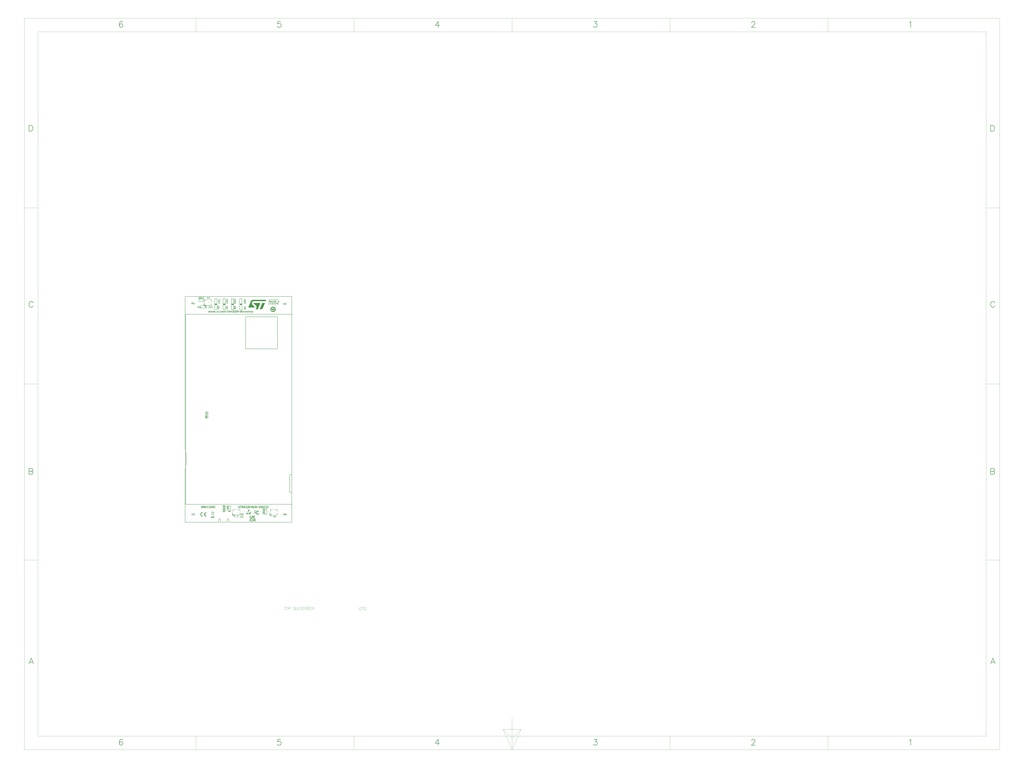
<source format=gto>
G04*
G04 #@! TF.GenerationSoftware,Altium Limited,Altium Designer,20.2.6 (244)*
G04*
G04 Layer_Color=65535*
%FSLAX43Y43*%
%MOMM*%
G71*
G04*
G04 #@! TF.SameCoordinates,ADE9251E-79DE-46AD-AD66-6379AD971F3A*
G04*
G04*
G04 #@! TF.FilePolarity,Positive*
G04*
G01*
G75*
%ADD10C,0.120*%
%ADD11C,0.127*%
%ADD12C,0.200*%
%ADD13C,0.305*%
%ADD14C,0.102*%
%ADD15C,0.025*%
%ADD16C,0.254*%
G36*
X40765Y6007D02*
X40782D01*
X40803Y6003D01*
X40831Y6000D01*
X40858Y5993D01*
X40862D01*
X40872Y5990D01*
X40890Y5986D01*
X40914Y5979D01*
X40938Y5972D01*
X40966Y5965D01*
X41029Y5941D01*
X41032D01*
X41042Y5934D01*
X41060Y5927D01*
X41081Y5920D01*
X41129Y5892D01*
X41178Y5858D01*
X41181Y5854D01*
X41188Y5851D01*
X41199Y5840D01*
X41213Y5826D01*
X41233Y5788D01*
X41240Y5767D01*
X41244Y5743D01*
Y5740D01*
X41240Y5736D01*
X41237Y5733D01*
X41233Y5726D01*
X41220Y5715D01*
X41202Y5698D01*
X41199Y5694D01*
X41185Y5684D01*
X41167Y5670D01*
X41147Y5656D01*
X41143Y5653D01*
X41129Y5642D01*
X41112Y5632D01*
X41095Y5618D01*
X41091Y5615D01*
X41084Y5611D01*
X41074Y5608D01*
X41067Y5604D01*
X41053D01*
X41049Y5608D01*
X41042Y5618D01*
X41029Y5628D01*
X41011Y5646D01*
X40987Y5667D01*
X40963Y5684D01*
X40907Y5722D01*
X40904Y5726D01*
X40893Y5729D01*
X40879Y5736D01*
X40855Y5747D01*
X40831Y5753D01*
X40799Y5760D01*
X40768Y5764D01*
X40730Y5767D01*
X40699D01*
X40678Y5764D01*
X40629Y5753D01*
X40574Y5733D01*
X40570D01*
X40563Y5726D01*
X40549Y5719D01*
X40532Y5712D01*
X40490Y5684D01*
X40449Y5649D01*
X40445Y5646D01*
X40442Y5639D01*
X40431Y5628D01*
X40417Y5615D01*
X40393Y5576D01*
X40365Y5524D01*
Y5521D01*
X40362Y5510D01*
X40358Y5497D01*
X40352Y5479D01*
X40348Y5455D01*
X40341Y5427D01*
X40338Y5368D01*
Y5365D01*
Y5354D01*
Y5340D01*
X40341Y5319D01*
X40348Y5271D01*
X40365Y5215D01*
Y5212D01*
X40372Y5205D01*
X40379Y5191D01*
X40386Y5174D01*
X40414Y5132D01*
X40449Y5090D01*
X40452Y5087D01*
X40459Y5080D01*
X40470Y5069D01*
X40487Y5059D01*
X40525Y5031D01*
X40577Y5003D01*
X40581D01*
X40591Y5000D01*
X40605Y4993D01*
X40622Y4990D01*
X40647Y4983D01*
X40671Y4976D01*
X40730Y4972D01*
X40747D01*
X40765Y4976D01*
X40789Y4979D01*
X40813Y4983D01*
X40845Y4993D01*
X40876Y5003D01*
X40907Y5017D01*
X40911Y5021D01*
X40921Y5024D01*
X40938Y5035D01*
X40959Y5049D01*
X41004Y5087D01*
X41053Y5135D01*
X41067D01*
X41070Y5132D01*
X41081Y5128D01*
X41084D01*
X41088Y5125D01*
X41091D01*
Y5122D01*
X41095D01*
X41098Y5115D01*
X41108Y5108D01*
X41122Y5097D01*
X41126Y5094D01*
X41136Y5087D01*
X41150Y5080D01*
X41167Y5066D01*
X41171Y5062D01*
X41181Y5056D01*
X41195Y5045D01*
X41213Y5031D01*
X41216Y5028D01*
X41223Y5024D01*
X41233Y5017D01*
X41240Y5010D01*
X41244D01*
Y5003D01*
Y5000D01*
Y4997D01*
Y4993D01*
X41240Y4972D01*
X41230Y4944D01*
X41213Y4917D01*
X41209Y4910D01*
X41192Y4896D01*
X41167Y4875D01*
X41136Y4851D01*
X41133D01*
X41129Y4847D01*
X41119Y4840D01*
X41105Y4833D01*
X41074Y4816D01*
X41032Y4799D01*
X41029D01*
X41022Y4795D01*
X41011Y4792D01*
X40997Y4785D01*
X40959Y4771D01*
X40917Y4757D01*
X40914D01*
X40907Y4753D01*
X40897D01*
X40883Y4750D01*
X40848Y4743D01*
X40810Y4736D01*
X40803D01*
X40782Y4733D01*
X40754Y4729D01*
X40706D01*
X40681Y4733D01*
X40647Y4736D01*
X40608Y4740D01*
X40567Y4750D01*
X40525Y4760D01*
X40480Y4778D01*
X40477Y4781D01*
X40459Y4788D01*
X40438Y4799D01*
X40411Y4816D01*
X40379Y4833D01*
X40348Y4858D01*
X40313Y4885D01*
X40279Y4917D01*
X40275Y4920D01*
X40265Y4931D01*
X40247Y4951D01*
X40230Y4976D01*
X40209Y5003D01*
X40185Y5038D01*
X40164Y5080D01*
X40143Y5122D01*
X40140Y5128D01*
X40136Y5142D01*
X40129Y5167D01*
X40119Y5198D01*
X40108Y5233D01*
X40102Y5274D01*
X40098Y5319D01*
X40095Y5368D01*
Y5375D01*
Y5392D01*
X40098Y5417D01*
X40102Y5451D01*
X40105Y5490D01*
X40115Y5531D01*
X40126Y5573D01*
X40143Y5618D01*
X40147Y5625D01*
X40154Y5639D01*
X40164Y5660D01*
X40178Y5687D01*
X40195Y5719D01*
X40220Y5753D01*
X40247Y5788D01*
X40275Y5823D01*
X40279Y5826D01*
X40289Y5837D01*
X40310Y5854D01*
X40334Y5872D01*
X40362Y5896D01*
X40397Y5917D01*
X40435Y5937D01*
X40477Y5958D01*
X40483Y5962D01*
X40497Y5965D01*
X40522Y5976D01*
X40553Y5986D01*
X40591Y5993D01*
X40633Y6003D01*
X40681Y6007D01*
X40730Y6010D01*
X40747D01*
X40765Y6007D01*
D02*
G37*
G36*
X40786Y6479D02*
X40810Y6476D01*
X40838Y6472D01*
X40869Y6469D01*
X40872D01*
X40886Y6465D01*
X40904Y6462D01*
X40928Y6458D01*
X40956Y6451D01*
X40987Y6444D01*
X41060Y6427D01*
X41063D01*
X41077Y6424D01*
X41098Y6417D01*
X41122Y6410D01*
X41154Y6403D01*
X41188Y6389D01*
X41261Y6365D01*
X41265D01*
X41279Y6358D01*
X41296Y6351D01*
X41320Y6340D01*
X41348Y6326D01*
X41379Y6309D01*
X41442Y6274D01*
X41445Y6271D01*
X41456Y6264D01*
X41470Y6253D01*
X41490Y6240D01*
X41536Y6205D01*
X41577Y6160D01*
X41581Y6156D01*
X41588Y6149D01*
X41595Y6135D01*
X41605Y6122D01*
X41615Y6101D01*
X41626Y6076D01*
X41629Y6052D01*
X41633Y6024D01*
X41629Y6021D01*
X41626Y6017D01*
Y6014D01*
X41622Y6010D01*
X41619D01*
X41615Y6007D01*
X41608Y6000D01*
X41591Y5990D01*
X41574Y5976D01*
X41570Y5972D01*
X41556Y5962D01*
X41539Y5948D01*
X41518Y5934D01*
X41515Y5931D01*
X41504Y5924D01*
X41490Y5913D01*
X41473Y5903D01*
X41470Y5899D01*
X41466Y5896D01*
X41459Y5892D01*
X41456Y5889D01*
X41445D01*
X41442Y5892D01*
X41431Y5903D01*
X41417Y5917D01*
X41397Y5934D01*
X41372Y5958D01*
X41348Y5983D01*
X41289Y6031D01*
X41286Y6035D01*
X41275Y6042D01*
X41261Y6056D01*
X41240Y6069D01*
X41216Y6087D01*
X41188Y6108D01*
X41122Y6142D01*
X41119Y6146D01*
X41108Y6149D01*
X41091Y6160D01*
X41067Y6170D01*
X41039Y6181D01*
X41008Y6194D01*
X40938Y6215D01*
X40935D01*
X40921Y6219D01*
X40900Y6226D01*
X40876Y6229D01*
X40845Y6236D01*
X40810Y6240D01*
X40730Y6243D01*
X40699D01*
X40664Y6240D01*
X40619Y6236D01*
X40567Y6226D01*
X40511Y6215D01*
X40449Y6198D01*
X40390Y6174D01*
X40383Y6170D01*
X40362Y6160D01*
X40334Y6146D01*
X40296Y6125D01*
X40254Y6097D01*
X40209Y6062D01*
X40161Y6024D01*
X40115Y5983D01*
X40112Y5976D01*
X40098Y5962D01*
X40077Y5937D01*
X40049Y5903D01*
X40022Y5865D01*
X39990Y5816D01*
X39959Y5764D01*
X39931Y5705D01*
X39928Y5698D01*
X39921Y5677D01*
X39911Y5646D01*
X39900Y5604D01*
X39886Y5556D01*
X39876Y5500D01*
X39869Y5437D01*
X39865Y5372D01*
Y5368D01*
Y5365D01*
Y5354D01*
Y5340D01*
X39869Y5306D01*
X39872Y5264D01*
X39883Y5212D01*
X39893Y5156D01*
X39911Y5094D01*
X39931Y5035D01*
X39935Y5028D01*
X39945Y5007D01*
X39959Y4979D01*
X39980Y4941D01*
X40008Y4896D01*
X40039Y4851D01*
X40074Y4802D01*
X40115Y4757D01*
X40122Y4753D01*
X40136Y4736D01*
X40161Y4715D01*
X40195Y4691D01*
X40233Y4660D01*
X40282Y4628D01*
X40334Y4597D01*
X40390Y4569D01*
X40393D01*
X40397Y4566D01*
X40417Y4559D01*
X40449Y4549D01*
X40494Y4535D01*
X40542Y4521D01*
X40602Y4510D01*
X40664Y4503D01*
X40730Y4500D01*
X40768D01*
X40786Y4503D01*
X40806Y4507D01*
X40858Y4514D01*
X40921Y4524D01*
X40987Y4542D01*
X41056Y4566D01*
X41122Y4597D01*
X41126D01*
X41129Y4601D01*
X41140Y4608D01*
X41154Y4615D01*
X41188Y4635D01*
X41230Y4667D01*
X41282Y4701D01*
X41334Y4747D01*
X41390Y4795D01*
X41445Y4851D01*
X41459D01*
X41470Y4844D01*
X41483Y4837D01*
X41501Y4826D01*
X41508Y4823D01*
X41522Y4816D01*
X41539Y4806D01*
X41560Y4792D01*
X41567Y4788D01*
X41577Y4781D01*
X41595Y4767D01*
X41612Y4753D01*
X41615Y4750D01*
X41622Y4740D01*
X41629Y4729D01*
X41633Y4715D01*
Y4712D01*
Y4701D01*
X41629Y4687D01*
X41626Y4670D01*
X41619Y4649D01*
X41608Y4628D01*
X41595Y4604D01*
X41577Y4580D01*
X41574Y4576D01*
X41567Y4569D01*
X41556Y4559D01*
X41542Y4542D01*
X41522Y4524D01*
X41497Y4507D01*
X41442Y4465D01*
X41438Y4462D01*
X41428Y4458D01*
X41411Y4448D01*
X41386Y4434D01*
X41358Y4420D01*
X41327Y4406D01*
X41254Y4375D01*
X41251D01*
X41237Y4368D01*
X41216Y4361D01*
X41192Y4354D01*
X41161Y4344D01*
X41126Y4330D01*
X41053Y4309D01*
X41049D01*
X41036Y4306D01*
X41018Y4299D01*
X40990Y4295D01*
X40963Y4288D01*
X40931Y4281D01*
X40865Y4267D01*
X40852D01*
X40834Y4264D01*
X40817D01*
X40772Y4260D01*
X40751Y4257D01*
X40702D01*
X40667Y4260D01*
X40622Y4264D01*
X40574Y4267D01*
X40515Y4278D01*
X40456Y4288D01*
X40397Y4306D01*
X40390Y4309D01*
X40369Y4316D01*
X40341Y4326D01*
X40303Y4340D01*
X40258Y4361D01*
X40209Y4385D01*
X40157Y4417D01*
X40105Y4448D01*
X40098Y4451D01*
X40081Y4465D01*
X40056Y4486D01*
X40025Y4510D01*
X39987Y4545D01*
X39945Y4580D01*
X39904Y4625D01*
X39862Y4670D01*
X39858Y4677D01*
X39845Y4694D01*
X39827Y4719D01*
X39803Y4757D01*
X39775Y4799D01*
X39747Y4847D01*
X39720Y4903D01*
X39692Y4958D01*
Y4962D01*
X39688Y4969D01*
X39685Y4983D01*
X39678Y4997D01*
X39674Y5010D01*
Y5014D01*
Y5017D01*
X39667Y5038D01*
X39661Y5069D01*
X39650Y5108D01*
Y5111D01*
X39647Y5118D01*
X39643Y5139D01*
X39633Y5170D01*
X39622Y5201D01*
Y5205D01*
Y5208D01*
X39619Y5222D01*
X39615Y5236D01*
X39612Y5243D01*
X39202D01*
Y4458D01*
Y4455D01*
X39199Y4448D01*
X39192Y4434D01*
X39174Y4417D01*
X39171Y4413D01*
X39157Y4403D01*
X39136Y4385D01*
X39108Y4368D01*
X39102Y4365D01*
X39084Y4354D01*
X39060Y4340D01*
X39032Y4323D01*
X39025Y4319D01*
X39011Y4312D01*
X38994Y4306D01*
X38980Y4295D01*
Y6455D01*
X39907D01*
Y6451D01*
X39900Y6444D01*
X39886Y6420D01*
X39883Y6417D01*
X39879Y6413D01*
X39876Y6410D01*
X39869Y6399D01*
X39852Y6382D01*
X39834Y6358D01*
X39831Y6351D01*
X39817Y6337D01*
X39799Y6316D01*
X39782Y6292D01*
X39779Y6288D01*
X39768Y6274D01*
X39754Y6257D01*
X39737Y6240D01*
X39733Y6236D01*
X39730Y6229D01*
X39723Y6222D01*
X39720Y6219D01*
X39209D01*
Y5500D01*
X39612D01*
Y5503D01*
X39619Y5514D01*
Y5517D01*
X39622Y5528D01*
X39626Y5531D01*
Y5538D01*
Y5542D01*
X39629Y5549D01*
X39633Y5559D01*
X39636Y5573D01*
X39647Y5611D01*
X39664Y5663D01*
X39681Y5719D01*
X39709Y5781D01*
X39737Y5847D01*
X39772Y5913D01*
Y5917D01*
X39775Y5920D01*
X39789Y5941D01*
X39810Y5976D01*
X39838Y6017D01*
X39872Y6062D01*
X39914Y6111D01*
X39959Y6163D01*
X40008Y6212D01*
X40015Y6219D01*
X40032Y6233D01*
X40060Y6257D01*
X40102Y6285D01*
X40147Y6316D01*
X40202Y6347D01*
X40261Y6382D01*
X40327Y6410D01*
X40331D01*
X40334Y6413D01*
X40345Y6417D01*
X40358Y6420D01*
X40397Y6434D01*
X40445Y6448D01*
X40504Y6458D01*
X40574Y6472D01*
X40650Y6479D01*
X40730Y6483D01*
X40768D01*
X40786Y6479D01*
D02*
G37*
G36*
X50899Y3767D02*
X50908D01*
X50929Y3764D01*
X50934D01*
X50940Y3763D01*
X50948Y3761D01*
X50965Y3759D01*
X50985Y3755D01*
X50986D01*
X50988Y3753D01*
X50994D01*
X50999Y3751D01*
X51014Y3748D01*
X51027Y3743D01*
X51028D01*
X51029Y3741D01*
X51036Y3739D01*
X51044Y3735D01*
X51049Y3731D01*
X51050Y3730D01*
X51053Y3727D01*
X51056Y3724D01*
X51058Y3719D01*
Y3718D01*
X51060Y3715D01*
X51061Y3711D01*
X51062Y3706D01*
Y3705D01*
X51064Y3702D01*
X51065Y3695D01*
X51066Y3689D01*
Y3687D01*
X51068Y3682D01*
Y3673D01*
Y3662D01*
Y3661D01*
Y3658D01*
Y3655D01*
Y3649D01*
Y3637D01*
X51066Y3624D01*
Y3622D01*
X51065Y3615D01*
X51064Y3607D01*
X51061Y3599D01*
Y3598D01*
X51060Y3595D01*
X51057Y3591D01*
X51053Y3587D01*
X51052D01*
X51049Y3586D01*
X51045Y3585D01*
X51040Y3583D01*
X51033D01*
X51025Y3585D01*
X51016Y3587D01*
X51014Y3589D01*
X51007Y3591D01*
X50996Y3595D01*
X50982Y3599D01*
X50981D01*
X50978Y3600D01*
X50974Y3602D01*
X50969Y3603D01*
X50954Y3607D01*
X50934Y3610D01*
X50933D01*
X50929Y3611D01*
X50924D01*
X50916Y3612D01*
X50907Y3614D01*
X50896D01*
X50870Y3615D01*
X50859D01*
X50847Y3614D01*
X50834Y3612D01*
X50817Y3610D01*
X50800Y3604D01*
X50783Y3599D01*
X50766Y3591D01*
X50764Y3590D01*
X50759Y3587D01*
X50751Y3582D01*
X50742Y3575D01*
X50730Y3566D01*
X50720Y3556D01*
X50708Y3544D01*
X50697Y3529D01*
X50696Y3528D01*
X50693Y3523D01*
X50688Y3515D01*
X50683Y3504D01*
X50676Y3491D01*
X50669Y3475D01*
X50663Y3458D01*
X50658Y3440D01*
Y3437D01*
X50656Y3430D01*
X50654Y3420D01*
X50652Y3407D01*
X50650Y3391D01*
X50647Y3372D01*
X50646Y3351D01*
Y3330D01*
X50647D01*
X50648Y3332D01*
X50656Y3337D01*
X50668Y3343D01*
X50683Y3351D01*
X50684D01*
X50687Y3353D01*
X50691Y3355D01*
X50697Y3358D01*
X50712Y3363D01*
X50730Y3370D01*
X50731D01*
X50735Y3371D01*
X50741Y3372D01*
X50747Y3375D01*
X50755Y3376D01*
X50764Y3379D01*
X50785Y3383D01*
X50787D01*
X50791Y3384D01*
X50797D01*
X50805Y3386D01*
X50814Y3387D01*
X50825D01*
X50849Y3388D01*
X50861D01*
X50875Y3387D01*
X50892Y3386D01*
X50912Y3383D01*
X50933Y3379D01*
X50954Y3374D01*
X50975Y3367D01*
X50978Y3366D01*
X50985Y3363D01*
X50994Y3358D01*
X51007Y3351D01*
X51020Y3343D01*
X51035Y3333D01*
X51049Y3321D01*
X51062Y3308D01*
X51064Y3306D01*
X51068Y3301D01*
X51074Y3293D01*
X51082Y3283D01*
X51090Y3270D01*
X51098Y3254D01*
X51106Y3237D01*
X51112Y3217D01*
X51114Y3214D01*
X51115Y3208D01*
X51118Y3196D01*
X51122Y3181D01*
X51124Y3164D01*
X51127Y3143D01*
X51128Y3121D01*
X51130Y3097D01*
Y3096D01*
Y3093D01*
Y3089D01*
Y3084D01*
X51128Y3069D01*
X51127Y3052D01*
X51124Y3030D01*
X51119Y3007D01*
X51114Y2982D01*
X51106Y2958D01*
Y2957D01*
X51105Y2956D01*
X51102Y2948D01*
X51097Y2936D01*
X51089Y2922D01*
X51079Y2904D01*
X51068Y2886D01*
X51054Y2867D01*
X51039Y2849D01*
X51037Y2846D01*
X51031Y2841D01*
X51021Y2833D01*
X51008Y2823D01*
X50994Y2811D01*
X50975Y2799D01*
X50954Y2787D01*
X50931Y2777D01*
X50929D01*
X50928Y2775D01*
X50924Y2774D01*
X50919Y2773D01*
X50905Y2769D01*
X50888Y2765D01*
X50866Y2759D01*
X50841Y2755D01*
X50812Y2753D01*
X50782Y2751D01*
X50770D01*
X50758Y2753D01*
X50741Y2754D01*
X50722Y2755D01*
X50702Y2758D01*
X50681Y2762D01*
X50662Y2767D01*
X50659Y2769D01*
X50654Y2770D01*
X50644Y2774D01*
X50633Y2778D01*
X50618Y2784D01*
X50604Y2792D01*
X50589Y2800D01*
X50575Y2811D01*
X50573Y2812D01*
X50568Y2816D01*
X50561Y2823D01*
X50553Y2831D01*
X50543Y2841D01*
X50534Y2853D01*
X50523Y2867D01*
X50514Y2882D01*
X50513Y2883D01*
X50510Y2890D01*
X50506Y2898D01*
X50501Y2910D01*
X50494Y2923D01*
X50488Y2939D01*
X50481Y2957D01*
X50476Y2976D01*
Y2978D01*
X50473Y2985D01*
X50472Y2995D01*
X50469Y3010D01*
X50465Y3027D01*
X50463Y3047D01*
X50460Y3068D01*
X50457Y3090D01*
Y3092D01*
Y3093D01*
X50456Y3101D01*
Y3114D01*
X50455Y3130D01*
X50453Y3150D01*
Y3172D01*
X50452Y3196D01*
Y3221D01*
Y3222D01*
Y3223D01*
Y3231D01*
Y3242D01*
X50453Y3258D01*
Y3276D01*
X50455Y3296D01*
X50456Y3318D01*
X50457Y3341D01*
Y3342D01*
Y3343D01*
X50459Y3351D01*
X50460Y3364D01*
X50463Y3380D01*
X50465Y3399D01*
X50468Y3420D01*
X50478Y3465D01*
Y3466D01*
X50480Y3467D01*
X50481Y3475D01*
X50485Y3487D01*
X50490Y3502D01*
X50497Y3520D01*
X50505Y3540D01*
X50524Y3581D01*
X50526Y3583D01*
X50530Y3590D01*
X50536Y3600D01*
X50546Y3614D01*
X50556Y3628D01*
X50569Y3645D01*
X50584Y3661D01*
X50601Y3677D01*
X50604Y3678D01*
X50609Y3684D01*
X50619Y3691D01*
X50633Y3701D01*
X50650Y3711D01*
X50669Y3723D01*
X50691Y3734D01*
X50714Y3743D01*
X50716D01*
X50717Y3744D01*
X50721Y3745D01*
X50726Y3747D01*
X50741Y3751D01*
X50759Y3756D01*
X50782Y3760D01*
X50809Y3764D01*
X50840Y3767D01*
X50873Y3768D01*
X50890D01*
X50899Y3767D01*
D02*
G37*
G36*
X50217Y3755D02*
X50232Y3753D01*
X50234D01*
X50242Y3752D01*
X50253Y3749D01*
X50262Y3747D01*
X50263Y3745D01*
X50269Y3744D01*
X50274Y3740D01*
X50278Y3736D01*
X50279Y3735D01*
X50281Y3732D01*
X50282Y3728D01*
X50283Y3723D01*
Y3134D01*
Y3132D01*
Y3130D01*
Y3125D01*
Y3119D01*
X50282Y3111D01*
Y3102D01*
X50279Y3080D01*
X50277Y3055D01*
X50271Y3028D01*
X50265Y3001D01*
X50256Y2973D01*
Y2972D01*
X50254Y2970D01*
X50253Y2966D01*
X50250Y2961D01*
X50245Y2948D01*
X50236Y2931D01*
X50225Y2912D01*
X50212Y2891D01*
X50196Y2871D01*
X50178Y2852D01*
X50175Y2849D01*
X50169Y2844D01*
X50158Y2835D01*
X50142Y2824D01*
X50124Y2812D01*
X50103Y2799D01*
X50078Y2787D01*
X50050Y2777D01*
X50049D01*
X50046Y2775D01*
X50042Y2774D01*
X50037Y2773D01*
X50030Y2771D01*
X50021Y2769D01*
X50000Y2765D01*
X49975Y2759D01*
X49944Y2755D01*
X49911Y2753D01*
X49876Y2751D01*
X49860D01*
X49852Y2753D01*
X49843D01*
X49821Y2754D01*
X49794Y2757D01*
X49766Y2761D01*
X49737Y2766D01*
X49708Y2774D01*
X49707D01*
X49706Y2775D01*
X49702Y2777D01*
X49697Y2778D01*
X49683Y2784D01*
X49666Y2791D01*
X49647Y2802D01*
X49625Y2813D01*
X49604Y2828D01*
X49585Y2844D01*
X49582Y2846D01*
X49577Y2852D01*
X49567Y2862D01*
X49556Y2877D01*
X49542Y2894D01*
X49531Y2914D01*
X49517Y2936D01*
X49507Y2961D01*
Y2962D01*
X49505Y2964D01*
X49504Y2968D01*
X49503Y2974D01*
X49500Y2981D01*
X49499Y2989D01*
X49494Y3009D01*
X49488Y3032D01*
X49484Y3061D01*
X49482Y3092D01*
X49480Y3126D01*
Y3723D01*
Y3724D01*
Y3728D01*
X49482Y3732D01*
X49484Y3736D01*
X49486Y3738D01*
X49488Y3740D01*
X49492Y3744D01*
X49500Y3747D01*
X49503Y3748D01*
X49508Y3749D01*
X49519Y3751D01*
X49531Y3753D01*
X49534D01*
X49538Y3755D01*
X49552D01*
X49560Y3756D01*
X49598D01*
X49614Y3755D01*
X49628Y3753D01*
X49632D01*
X49640Y3752D01*
X49649Y3749D01*
X49658Y3747D01*
X49661Y3745D01*
X49665Y3744D01*
X49670Y3740D01*
X49676Y3736D01*
X49677Y3735D01*
X49678Y3732D01*
X49679Y3728D01*
X49681Y3723D01*
Y3143D01*
Y3140D01*
Y3134D01*
X49682Y3122D01*
Y3109D01*
X49683Y3093D01*
X49686Y3076D01*
X49690Y3059D01*
X49694Y3042D01*
X49695Y3040D01*
X49697Y3035D01*
X49701Y3026D01*
X49705Y3016D01*
X49718Y2993D01*
X49726Y2981D01*
X49735Y2970D01*
X49736Y2969D01*
X49740Y2966D01*
X49745Y2961D01*
X49753Y2954D01*
X49763Y2948D01*
X49774Y2941D01*
X49799Y2928D01*
X49801D01*
X49806Y2925D01*
X49814Y2924D01*
X49824Y2922D01*
X49836Y2919D01*
X49851Y2918D01*
X49867Y2915D01*
X49892D01*
X49901Y2916D01*
X49913D01*
X49925Y2918D01*
X49939Y2920D01*
X49968Y2928D01*
X49969Y2929D01*
X49975Y2931D01*
X49981Y2935D01*
X49989Y2939D01*
X50010Y2952D01*
X50030Y2970D01*
X50031Y2972D01*
X50034Y2976D01*
X50039Y2981D01*
X50045Y2989D01*
X50051Y2999D01*
X50059Y3011D01*
X50066Y3024D01*
X50071Y3039D01*
X50072Y3040D01*
X50074Y3045D01*
X50076Y3055D01*
X50079Y3065D01*
X50082Y3080D01*
X50083Y3096D01*
X50085Y3113D01*
Y3131D01*
Y3723D01*
Y3724D01*
Y3728D01*
X50087Y3732D01*
X50089Y3736D01*
X50091Y3738D01*
X50093Y3740D01*
X50097Y3744D01*
X50105Y3747D01*
X50108Y3748D01*
X50113Y3749D01*
X50124Y3751D01*
X50136Y3753D01*
X50140D01*
X50144Y3755D01*
X50157D01*
X50165Y3756D01*
X50201D01*
X50217Y3755D01*
D02*
G37*
G36*
X13209Y126659D02*
X13224Y126658D01*
X13226D01*
X13234Y126657D01*
X13245Y126654D01*
X13254Y126651D01*
X13255Y126650D01*
X13261Y126649D01*
X13266Y126645D01*
X13270Y126641D01*
X13271Y126640D01*
X13272Y126637D01*
X13274Y126633D01*
X13275Y126628D01*
Y126038D01*
Y126037D01*
Y126034D01*
Y126029D01*
Y126024D01*
X13274Y126016D01*
Y126007D01*
X13271Y125984D01*
X13269Y125959D01*
X13263Y125933D01*
X13257Y125905D01*
X13247Y125878D01*
Y125876D01*
X13246Y125875D01*
X13245Y125871D01*
X13242Y125866D01*
X13237Y125853D01*
X13228Y125835D01*
X13217Y125817D01*
X13204Y125796D01*
X13188Y125776D01*
X13170Y125756D01*
X13167Y125754D01*
X13160Y125748D01*
X13150Y125739D01*
X13134Y125729D01*
X13116Y125717D01*
X13094Y125704D01*
X13069Y125692D01*
X13042Y125681D01*
X13040D01*
X13038Y125680D01*
X13034Y125679D01*
X13029Y125677D01*
X13022Y125676D01*
X13013Y125673D01*
X12992Y125669D01*
X12967Y125664D01*
X12936Y125660D01*
X12903Y125657D01*
X12868Y125656D01*
X12852D01*
X12844Y125657D01*
X12835D01*
X12812Y125659D01*
X12786Y125661D01*
X12758Y125665D01*
X12729Y125671D01*
X12700Y125679D01*
X12699D01*
X12698Y125680D01*
X12694Y125681D01*
X12688Y125682D01*
X12675Y125689D01*
X12658Y125696D01*
X12638Y125706D01*
X12617Y125718D01*
X12596Y125733D01*
X12576Y125748D01*
X12574Y125751D01*
X12569Y125756D01*
X12559Y125767D01*
X12547Y125781D01*
X12534Y125798D01*
X12522Y125818D01*
X12509Y125841D01*
X12499Y125866D01*
Y125867D01*
X12497Y125868D01*
X12496Y125872D01*
X12495Y125879D01*
X12492Y125885D01*
X12491Y125893D01*
X12485Y125913D01*
X12480Y125937D01*
X12476Y125966D01*
X12474Y125996D01*
X12472Y126030D01*
Y126628D01*
Y126629D01*
Y126633D01*
X12474Y126637D01*
X12476Y126641D01*
X12478Y126642D01*
X12480Y126645D01*
X12484Y126649D01*
X12492Y126651D01*
X12495Y126653D01*
X12500Y126654D01*
X12511Y126655D01*
X12522Y126658D01*
X12526D01*
X12530Y126659D01*
X12543D01*
X12551Y126661D01*
X12590D01*
X12605Y126659D01*
X12620Y126658D01*
X12624D01*
X12632Y126657D01*
X12641Y126654D01*
X12650Y126651D01*
X12653Y126650D01*
X12657Y126649D01*
X12662Y126645D01*
X12667Y126641D01*
X12669Y126640D01*
X12670Y126637D01*
X12671Y126633D01*
X12673Y126628D01*
Y126048D01*
Y126045D01*
Y126038D01*
X12674Y126027D01*
Y126013D01*
X12675Y125998D01*
X12678Y125980D01*
X12682Y125963D01*
X12686Y125946D01*
X12687Y125945D01*
X12688Y125940D01*
X12692Y125930D01*
X12696Y125921D01*
X12710Y125897D01*
X12717Y125885D01*
X12727Y125875D01*
X12728Y125874D01*
X12732Y125871D01*
X12737Y125866D01*
X12745Y125859D01*
X12754Y125853D01*
X12766Y125846D01*
X12791Y125833D01*
X12793D01*
X12798Y125830D01*
X12806Y125829D01*
X12816Y125826D01*
X12828Y125824D01*
X12843Y125822D01*
X12859Y125820D01*
X12884D01*
X12893Y125821D01*
X12905D01*
X12917Y125822D01*
X12931Y125825D01*
X12960Y125833D01*
X12961Y125834D01*
X12967Y125835D01*
X12973Y125839D01*
X12981Y125843D01*
X13002Y125856D01*
X13022Y125875D01*
X13023Y125876D01*
X13026Y125880D01*
X13031Y125885D01*
X13036Y125893D01*
X13043Y125904D01*
X13051Y125916D01*
X13058Y125929D01*
X13063Y125943D01*
X13064Y125945D01*
X13066Y125950D01*
X13068Y125959D01*
X13071Y125970D01*
X13073Y125984D01*
X13075Y126000D01*
X13077Y126017D01*
Y126036D01*
Y126628D01*
Y126629D01*
Y126633D01*
X13079Y126637D01*
X13081Y126641D01*
X13083Y126642D01*
X13085Y126645D01*
X13089Y126649D01*
X13097Y126651D01*
X13100Y126653D01*
X13105Y126654D01*
X13116Y126655D01*
X13127Y126658D01*
X13131D01*
X13135Y126659D01*
X13149D01*
X13156Y126661D01*
X13193D01*
X13209Y126659D01*
D02*
G37*
G36*
X13863Y126662D02*
X13866D01*
X13874Y126661D01*
X13883Y126659D01*
X13891Y126658D01*
X13892D01*
X13896Y126657D01*
X13900Y126654D01*
X13903Y126650D01*
X13904Y126649D01*
X13905Y126647D01*
X13907Y126643D01*
Y126640D01*
Y125827D01*
X14071D01*
X14075Y125825D01*
X14079Y125822D01*
X14081Y125821D01*
X14082Y125820D01*
X14086Y125816D01*
X14088Y125809D01*
X14090Y125808D01*
X14091Y125802D01*
X14094Y125795D01*
X14095Y125785D01*
Y125783D01*
X14096Y125775D01*
X14098Y125764D01*
Y125748D01*
Y125747D01*
Y125744D01*
Y125740D01*
Y125737D01*
X14096Y125725D01*
X14095Y125713D01*
Y125710D01*
X14094Y125705D01*
X14091Y125697D01*
X14088Y125689D01*
Y125688D01*
X14086Y125684D01*
X14083Y125680D01*
X14079Y125676D01*
X14078D01*
X14075Y125675D01*
X14071Y125673D01*
X13520D01*
X13512Y125676D01*
X13511Y125677D01*
X13510Y125679D01*
X13506Y125684D01*
X13503Y125689D01*
Y125690D01*
X13501Y125696D01*
X13499Y125704D01*
X13497Y125713D01*
Y125714D01*
Y125715D01*
Y125723D01*
X13495Y125734D01*
Y125748D01*
Y125750D01*
Y125752D01*
Y125756D01*
Y125762D01*
Y125773D01*
X13497Y125785D01*
Y125787D01*
Y125788D01*
X13498Y125793D01*
X13499Y125801D01*
X13502Y125809D01*
X13503Y125810D01*
X13506Y125814D01*
X13508Y125818D01*
X13512Y125822D01*
X13514Y125824D01*
X13516Y125825D01*
X13520Y125826D01*
X13524Y125827D01*
X13707D01*
Y126467D01*
X13549Y126380D01*
X13548D01*
X13547Y126379D01*
X13539Y126375D01*
X13530Y126371D01*
X13520Y126368D01*
X13514D01*
X13508Y126369D01*
X13503Y126373D01*
X13502Y126375D01*
X13499Y126379D01*
X13497Y126385D01*
X13494Y126396D01*
Y126397D01*
Y126398D01*
Y126402D01*
Y126408D01*
X13493Y126414D01*
Y126421D01*
Y126440D01*
Y126442D01*
Y126443D01*
Y126451D01*
Y126462D01*
Y126471D01*
Y126473D01*
X13494Y126477D01*
X13495Y126484D01*
X13497Y126491D01*
Y126492D01*
X13499Y126496D01*
X13501Y126501D01*
X13504Y126505D01*
X13506Y126506D01*
X13508Y126509D01*
X13512Y126512D01*
X13519Y126516D01*
X13730Y126653D01*
X13731D01*
X13733Y126654D01*
X13739Y126657D01*
X13740D01*
X13743Y126658D01*
X13748Y126659D01*
X13755Y126661D01*
X13756D01*
X13762Y126662D01*
X13781D01*
X13789Y126663D01*
X13849D01*
X13863Y126662D01*
D02*
G37*
G36*
X31982Y4974D02*
X31996Y4973D01*
X31999D01*
X32007Y4971D01*
X32017Y4969D01*
X32026Y4966D01*
X32028Y4965D01*
X32033Y4963D01*
X32038Y4960D01*
X32042Y4956D01*
X32044Y4954D01*
X32045Y4952D01*
X32046Y4948D01*
X32047Y4942D01*
Y4353D01*
Y4352D01*
Y4349D01*
Y4344D01*
Y4339D01*
X32046Y4331D01*
Y4321D01*
X32044Y4299D01*
X32041Y4274D01*
X32036Y4248D01*
X32029Y4220D01*
X32020Y4192D01*
Y4191D01*
X32018Y4190D01*
X32017Y4186D01*
X32015Y4180D01*
X32009Y4167D01*
X32000Y4150D01*
X31989Y4132D01*
X31976Y4111D01*
X31960Y4091D01*
X31942Y4071D01*
X31939Y4068D01*
X31933Y4063D01*
X31922Y4054D01*
X31906Y4043D01*
X31888Y4031D01*
X31867Y4018D01*
X31842Y4006D01*
X31814Y3996D01*
X31813D01*
X31810Y3995D01*
X31806Y3993D01*
X31801Y3992D01*
X31794Y3991D01*
X31785Y3988D01*
X31764Y3984D01*
X31739Y3979D01*
X31709Y3975D01*
X31676Y3972D01*
X31640Y3971D01*
X31624D01*
X31616Y3972D01*
X31607D01*
X31585Y3973D01*
X31558Y3976D01*
X31531Y3980D01*
X31502Y3985D01*
X31473Y3993D01*
X31471D01*
X31470Y3995D01*
X31466Y3996D01*
X31461Y3997D01*
X31448Y4004D01*
X31431Y4010D01*
X31411Y4021D01*
X31390Y4033D01*
X31369Y4047D01*
X31349Y4063D01*
X31346Y4066D01*
X31341Y4071D01*
X31332Y4082D01*
X31320Y4096D01*
X31307Y4113D01*
X31295Y4133D01*
X31282Y4155D01*
X31271Y4180D01*
Y4182D01*
X31270Y4183D01*
X31268Y4187D01*
X31267Y4194D01*
X31264Y4200D01*
X31263Y4208D01*
X31258Y4228D01*
X31253Y4252D01*
X31249Y4281D01*
X31246Y4311D01*
X31245Y4345D01*
Y4942D01*
Y4944D01*
Y4948D01*
X31246Y4952D01*
X31249Y4956D01*
X31250Y4957D01*
X31253Y4960D01*
X31257Y4963D01*
X31264Y4966D01*
X31267Y4967D01*
X31272Y4969D01*
X31283Y4970D01*
X31295Y4973D01*
X31299D01*
X31303Y4974D01*
X31316D01*
X31324Y4975D01*
X31362D01*
X31378Y4974D01*
X31392Y4973D01*
X31396D01*
X31404Y4971D01*
X31413Y4969D01*
X31423Y4966D01*
X31425Y4965D01*
X31429Y4963D01*
X31434Y4960D01*
X31440Y4956D01*
X31441Y4954D01*
X31442Y4952D01*
X31444Y4948D01*
X31445Y4942D01*
Y4362D01*
Y4360D01*
Y4353D01*
X31446Y4341D01*
Y4328D01*
X31448Y4312D01*
X31450Y4295D01*
X31454Y4278D01*
X31458Y4261D01*
X31460Y4260D01*
X31461Y4254D01*
X31465Y4245D01*
X31469Y4236D01*
X31482Y4212D01*
X31490Y4200D01*
X31499Y4190D01*
X31500Y4188D01*
X31504Y4186D01*
X31510Y4180D01*
X31518Y4174D01*
X31527Y4167D01*
X31539Y4161D01*
X31564Y4147D01*
X31565D01*
X31570Y4145D01*
X31578Y4144D01*
X31589Y4141D01*
X31601Y4138D01*
X31615Y4137D01*
X31631Y4134D01*
X31656D01*
X31665Y4136D01*
X31677D01*
X31689Y4137D01*
X31703Y4140D01*
X31732Y4147D01*
X31734Y4149D01*
X31739Y4150D01*
X31746Y4154D01*
X31754Y4158D01*
X31775Y4171D01*
X31794Y4190D01*
X31796Y4191D01*
X31798Y4195D01*
X31804Y4200D01*
X31809Y4208D01*
X31815Y4219D01*
X31823Y4231D01*
X31830Y4244D01*
X31835Y4258D01*
X31837Y4260D01*
X31838Y4265D01*
X31841Y4274D01*
X31843Y4285D01*
X31846Y4299D01*
X31847Y4315D01*
X31850Y4332D01*
Y4350D01*
Y4942D01*
Y4944D01*
Y4948D01*
X31851Y4952D01*
X31854Y4956D01*
X31855Y4957D01*
X31858Y4960D01*
X31862Y4963D01*
X31870Y4966D01*
X31872Y4967D01*
X31877Y4969D01*
X31888Y4970D01*
X31900Y4973D01*
X31904D01*
X31908Y4974D01*
X31921D01*
X31929Y4975D01*
X31966D01*
X31982Y4974D01*
D02*
G37*
G36*
X32563Y4987D02*
X32580Y4986D01*
X32601Y4983D01*
X32624Y4981D01*
X32646Y4975D01*
X32668Y4969D01*
X32670D01*
X32671Y4967D01*
X32678Y4965D01*
X32688Y4961D01*
X32703Y4954D01*
X32717Y4946D01*
X32733Y4937D01*
X32749Y4927D01*
X32763Y4915D01*
X32765Y4913D01*
X32770Y4908D01*
X32776Y4902D01*
X32784Y4892D01*
X32794Y4879D01*
X32803Y4866D01*
X32812Y4850D01*
X32820Y4833D01*
X32821Y4830D01*
X32823Y4825D01*
X32827Y4815D01*
X32831Y4803D01*
X32833Y4787D01*
X32837Y4770D01*
X32838Y4750D01*
X32840Y4730D01*
Y4728D01*
Y4722D01*
Y4713D01*
X32838Y4701D01*
X32837Y4687D01*
X32836Y4671D01*
X32831Y4637D01*
Y4634D01*
X32829Y4629D01*
X32827Y4619D01*
X32823Y4606D01*
X32817Y4592D01*
X32811Y4575D01*
X32803Y4556D01*
X32792Y4536D01*
X32791Y4534D01*
X32787Y4527D01*
X32780Y4515D01*
X32771Y4501D01*
X32759Y4484D01*
X32746Y4464D01*
X32729Y4441D01*
X32711Y4418D01*
Y4416D01*
X32708Y4415D01*
X32705Y4411D01*
X32701Y4406D01*
X32689Y4393D01*
X32674Y4374D01*
X32654Y4353D01*
X32630Y4327D01*
X32602Y4299D01*
X32572Y4267D01*
X32457Y4150D01*
X32849D01*
X32853Y4147D01*
X32858Y4145D01*
X32860Y4144D01*
X32862Y4142D01*
X32866Y4137D01*
X32869Y4130D01*
X32870Y4129D01*
X32871Y4124D01*
X32874Y4116D01*
X32877Y4105D01*
Y4104D01*
Y4103D01*
X32878Y4095D01*
X32879Y4083D01*
Y4068D01*
Y4067D01*
Y4064D01*
Y4060D01*
Y4057D01*
X32878Y4043D01*
X32877Y4031D01*
Y4029D01*
X32875Y4022D01*
X32874Y4014D01*
X32871Y4005D01*
X32870Y4004D01*
X32869Y4000D01*
X32865Y3996D01*
X32861Y3992D01*
X32860D01*
X32857Y3991D01*
X32853Y3989D01*
X32848Y3988D01*
X32273D01*
X32264Y3989D01*
X32253Y3991D01*
X32252D01*
X32247Y3993D01*
X32240Y3996D01*
X32233Y4001D01*
X32232Y4002D01*
X32229Y4008D01*
X32227Y4016D01*
X32223Y4028D01*
Y4029D01*
Y4030D01*
X32222Y4034D01*
Y4039D01*
X32220Y4053D01*
Y4071D01*
Y4072D01*
Y4075D01*
Y4080D01*
Y4086D01*
Y4100D01*
X32222Y4113D01*
Y4115D01*
Y4116D01*
X32224Y4124D01*
X32225Y4134D01*
X32229Y4146D01*
Y4147D01*
X32231Y4149D01*
X32233Y4155D01*
X32239Y4165D01*
X32245Y4174D01*
X32247Y4176D01*
X32252Y4183D01*
X32260Y4192D01*
X32270Y4203D01*
X32440Y4385D01*
X32443Y4387D01*
X32448Y4394D01*
X32459Y4403D01*
X32469Y4416D01*
X32483Y4431D01*
X32497Y4448D01*
X32510Y4464D01*
X32522Y4481D01*
X32523Y4484D01*
X32527Y4489D01*
X32533Y4497D01*
X32541Y4507D01*
X32548Y4521D01*
X32556Y4534D01*
X32564Y4548D01*
X32571Y4561D01*
X32572Y4563D01*
X32573Y4568D01*
X32577Y4575D01*
X32581Y4582D01*
X32585Y4593D01*
X32589Y4605D01*
X32596Y4627D01*
Y4629D01*
X32597Y4633D01*
X32599Y4638D01*
X32600Y4646D01*
X32601Y4664D01*
X32602Y4685D01*
Y4687D01*
Y4689D01*
Y4695D01*
X32601Y4701D01*
X32599Y4716D01*
X32593Y4733D01*
Y4734D01*
X32592Y4737D01*
X32591Y4741D01*
X32588Y4746D01*
X32580Y4758D01*
X32570Y4771D01*
Y4772D01*
X32567Y4774D01*
X32559Y4780D01*
X32547Y4789D01*
X32531Y4797D01*
X32530D01*
X32527Y4799D01*
X32522Y4801D01*
X32515Y4803D01*
X32508Y4805D01*
X32498Y4807D01*
X32476Y4808D01*
X32460D01*
X32450Y4807D01*
X32436Y4805D01*
X32423Y4803D01*
X32396Y4796D01*
X32394D01*
X32390Y4793D01*
X32384Y4792D01*
X32376Y4788D01*
X32356Y4780D01*
X32335Y4770D01*
X32334D01*
X32331Y4767D01*
X32326Y4764D01*
X32320Y4762D01*
X32306Y4754D01*
X32291Y4745D01*
X32290D01*
X32289Y4743D01*
X32282Y4739D01*
X32273Y4735D01*
X32265Y4734D01*
X32261D01*
X32256Y4735D01*
X32252Y4738D01*
Y4739D01*
X32249Y4742D01*
X32247Y4746D01*
X32244Y4753D01*
Y4755D01*
X32243Y4760D01*
X32241Y4770D01*
X32240Y4782D01*
Y4783D01*
Y4786D01*
Y4788D01*
Y4793D01*
X32239Y4808D01*
Y4825D01*
Y4826D01*
Y4828D01*
Y4836D01*
Y4846D01*
Y4855D01*
Y4858D01*
X32240Y4862D01*
X32241Y4869D01*
X32243Y4875D01*
Y4876D01*
X32244Y4880D01*
X32248Y4891D01*
X32249Y4892D01*
X32250Y4895D01*
X32256Y4900D01*
X32261Y4907D01*
X32264Y4908D01*
X32269Y4913D01*
X32281Y4920D01*
X32287Y4924D01*
X32297Y4929D01*
X32298Y4931D01*
X32301Y4932D01*
X32307Y4934D01*
X32314Y4938D01*
X32323Y4942D01*
X32334Y4948D01*
X32345Y4952D01*
X32359Y4957D01*
X32360D01*
X32365Y4960D01*
X32373Y4962D01*
X32384Y4965D01*
X32396Y4969D01*
X32410Y4971D01*
X32426Y4975D01*
X32442Y4979D01*
X32444D01*
X32450Y4981D01*
X32459Y4982D01*
X32471Y4985D01*
X32484Y4986D01*
X32500Y4987D01*
X32517Y4989D01*
X32548D01*
X32563Y4987D01*
D02*
G37*
G36*
X27504Y3914D02*
X27505Y3911D01*
X27508Y3906D01*
X27511Y3898D01*
X27515Y3890D01*
X27521Y3880D01*
X27528Y3868D01*
X27534Y3857D01*
X27551Y3830D01*
X27570Y3800D01*
X27591Y3770D01*
X27615Y3742D01*
X27616Y3741D01*
X27618Y3739D01*
X27621Y3735D01*
X27627Y3730D01*
X27633Y3724D01*
X27639Y3717D01*
X27657Y3702D01*
X27676Y3684D01*
X27697Y3666D01*
X27720Y3650D01*
X27744Y3637D01*
Y3561D01*
X26780D01*
Y3679D01*
X27531D01*
X27529Y3681D01*
X27524Y3686D01*
X27516Y3695D01*
X27506Y3709D01*
X27493Y3724D01*
X27480Y3744D01*
X27465Y3766D01*
X27450Y3791D01*
Y3792D01*
X27448Y3794D01*
X27445Y3797D01*
X27443Y3803D01*
X27439Y3809D01*
X27436Y3816D01*
X27427Y3833D01*
X27417Y3851D01*
X27407Y3872D01*
X27398Y3894D01*
X27389Y3915D01*
X27503D01*
X27504Y3914D01*
D02*
G37*
G36*
X4419Y4847D02*
X4435Y4846D01*
X4439D01*
X4447Y4845D01*
X4457Y4842D01*
X4467Y4839D01*
X4469Y4838D01*
X4473Y4836D01*
X4479Y4832D01*
X4485Y4828D01*
X4486Y4827D01*
X4487Y4824D01*
X4489Y4820D01*
X4490Y4814D01*
Y3839D01*
Y3838D01*
Y3834D01*
X4487Y3829D01*
X4485Y3824D01*
X4483Y3822D01*
X4480Y3821D01*
X4475Y3817D01*
X4467Y3814D01*
X4465D01*
X4458Y3811D01*
X4449Y3810D01*
X4435Y3809D01*
X4432D01*
X4426Y3807D01*
X4414D01*
X4406Y3806D01*
X4367D01*
X4349Y3807D01*
X4332Y3809D01*
X4329D01*
X4321Y3810D01*
X4310Y3811D01*
X4300Y3814D01*
X4299Y3816D01*
X4295Y3817D01*
X4289Y3820D01*
X4284Y3824D01*
Y3825D01*
X4282Y3828D01*
X4281Y3834D01*
X4279Y3839D01*
Y4257D01*
X3894D01*
Y3839D01*
Y3838D01*
Y3834D01*
X3891Y3829D01*
X3888Y3824D01*
X3887Y3822D01*
X3884Y3821D01*
X3880Y3817D01*
X3872Y3814D01*
X3869D01*
X3863Y3811D01*
X3852Y3810D01*
X3838Y3809D01*
X3836D01*
X3830Y3807D01*
X3818D01*
X3809Y3806D01*
X3770D01*
X3754Y3807D01*
X3737Y3809D01*
X3734D01*
X3725Y3810D01*
X3715Y3811D01*
X3704Y3814D01*
X3702Y3816D01*
X3698Y3817D01*
X3693Y3820D01*
X3687Y3824D01*
Y3825D01*
X3686Y3828D01*
X3684Y3834D01*
X3683Y3839D01*
Y4814D01*
Y4815D01*
Y4820D01*
X3684Y4824D01*
X3687Y4828D01*
X3689Y4829D01*
X3691Y4832D01*
X3697Y4836D01*
X3704Y4839D01*
X3707Y4840D01*
X3712Y4842D01*
X3723Y4843D01*
X3737Y4846D01*
X3741D01*
X3745Y4847D01*
X3759D01*
X3768Y4849D01*
X3806D01*
X3823Y4847D01*
X3838Y4846D01*
X3842D01*
X3851Y4845D01*
X3861Y4842D01*
X3872Y4839D01*
X3873Y4838D01*
X3879Y4836D01*
X3884Y4832D01*
X3888Y4828D01*
X3890Y4827D01*
X3891Y4824D01*
X3892Y4820D01*
X3894Y4814D01*
Y4435D01*
X4279D01*
Y4814D01*
Y4815D01*
Y4820D01*
X4281Y4824D01*
X4284Y4828D01*
X4285Y4829D01*
X4288Y4832D01*
X4293Y4836D01*
X4300Y4839D01*
X4303Y4840D01*
X4308Y4842D01*
X4320Y4843D01*
X4332Y4846D01*
X4336D01*
X4340Y4847D01*
X4354D01*
X4363Y4849D01*
X4403D01*
X4419Y4847D01*
D02*
G37*
G36*
X5030Y4861D02*
X5048Y4860D01*
X5068Y4858D01*
X5091Y4856D01*
X5113Y4850D01*
X5135Y4845D01*
X5138Y4843D01*
X5145Y4842D01*
X5156Y4838D01*
X5170Y4832D01*
X5185Y4824D01*
X5200Y4815D01*
X5217Y4806D01*
X5232Y4793D01*
X5233Y4792D01*
X5239Y4788D01*
X5246Y4781D01*
X5254Y4771D01*
X5265Y4759D01*
X5275Y4745D01*
X5285Y4729D01*
X5293Y4711D01*
X5295Y4709D01*
X5296Y4703D01*
X5300Y4693D01*
X5304Y4681D01*
X5307Y4664D01*
X5311Y4646D01*
X5313Y4625D01*
X5314Y4603D01*
Y4602D01*
Y4595D01*
Y4587D01*
X5313Y4574D01*
X5311Y4560D01*
X5308Y4546D01*
X5301Y4515D01*
Y4513D01*
X5299Y4508D01*
X5296Y4501D01*
X5292Y4491D01*
X5288Y4480D01*
X5281Y4467D01*
X5265Y4442D01*
X5264Y4441D01*
X5261Y4437D01*
X5257Y4431D01*
X5250Y4423D01*
X5242Y4415D01*
X5232Y4405D01*
X5221Y4397D01*
X5209Y4387D01*
X5207Y4386D01*
X5203Y4383D01*
X5195Y4380D01*
X5185Y4374D01*
X5174Y4369D01*
X5160Y4363D01*
X5145Y4358D01*
X5128Y4354D01*
Y4352D01*
X5131D01*
X5138Y4351D01*
X5148Y4349D01*
X5160Y4347D01*
X5175Y4343D01*
X5192Y4337D01*
X5225Y4325D01*
X5227Y4323D01*
X5232Y4320D01*
X5240Y4316D01*
X5250Y4311D01*
X5261Y4302D01*
X5274Y4293D01*
X5297Y4270D01*
X5299Y4269D01*
X5303Y4265D01*
X5308Y4258D01*
X5315Y4250D01*
X5322Y4239D01*
X5331Y4226D01*
X5344Y4198D01*
X5346Y4197D01*
X5347Y4191D01*
X5350Y4183D01*
X5353Y4172D01*
X5356Y4159D01*
X5358Y4146D01*
X5361Y4129D01*
Y4112D01*
Y4111D01*
Y4110D01*
Y4105D01*
Y4100D01*
X5360Y4085D01*
X5357Y4067D01*
X5354Y4044D01*
X5349Y4022D01*
X5340Y3999D01*
X5331Y3975D01*
X5329Y3972D01*
X5325Y3965D01*
X5318Y3954D01*
X5310Y3940D01*
X5297Y3924D01*
X5283Y3907D01*
X5267Y3890D01*
X5249Y3874D01*
X5246Y3872D01*
X5239Y3867D01*
X5228Y3860D01*
X5213Y3852D01*
X5195Y3842D01*
X5174Y3831D01*
X5149Y3821D01*
X5123Y3813D01*
X5121D01*
X5120Y3811D01*
X5116D01*
X5110Y3810D01*
X5095Y3806D01*
X5075Y3803D01*
X5050Y3799D01*
X5024Y3795D01*
X4994Y3793D01*
X4962Y3792D01*
X4942D01*
X4930Y3793D01*
X4915D01*
X4898Y3796D01*
X4862Y3800D01*
X4860D01*
X4853Y3802D01*
X4845Y3803D01*
X4834Y3804D01*
X4822Y3807D01*
X4808Y3810D01*
X4780Y3817D01*
X4779D01*
X4774Y3818D01*
X4768Y3821D01*
X4759Y3824D01*
X4741Y3832D01*
X4722Y3841D01*
X4720D01*
X4718Y3843D01*
X4709Y3847D01*
X4700Y3853D01*
X4691Y3859D01*
X4690Y3860D01*
X4687Y3863D01*
X4680Y3872D01*
Y3874D01*
X4679Y3878D01*
X4677Y3884D01*
X4675Y3892D01*
Y3893D01*
X4673Y3900D01*
X4672Y3908D01*
X4670Y3920D01*
Y3921D01*
Y3922D01*
Y3931D01*
Y3943D01*
Y3958D01*
Y3960D01*
Y3965D01*
Y3971D01*
X4672Y3979D01*
X4673Y3997D01*
X4675Y4006D01*
X4676Y4012D01*
Y4014D01*
X4677Y4015D01*
X4682Y4021D01*
X4687Y4025D01*
X4691Y4028D01*
X4697D01*
X4702Y4026D01*
X4711Y4024D01*
X4723Y4017D01*
X4725D01*
X4727Y4015D01*
X4731Y4012D01*
X4737Y4010D01*
X4744Y4006D01*
X4752Y4001D01*
X4773Y3993D01*
X4774D01*
X4779Y3992D01*
X4786Y3989D01*
X4794Y3986D01*
X4804Y3982D01*
X4816Y3978D01*
X4830Y3974D01*
X4844Y3969D01*
X4845D01*
X4851Y3968D01*
X4859Y3967D01*
X4870Y3965D01*
X4884Y3963D01*
X4901Y3961D01*
X4917Y3960D01*
X4952D01*
X4963Y3961D01*
X4974Y3963D01*
X4987Y3964D01*
X5013Y3969D01*
X5014D01*
X5019Y3971D01*
X5025Y3974D01*
X5034Y3976D01*
X5052Y3986D01*
X5071Y3999D01*
X5073Y4000D01*
X5075Y4003D01*
X5080Y4006D01*
X5085Y4011D01*
X5096Y4026D01*
X5106Y4044D01*
Y4046D01*
X5107Y4049D01*
X5110Y4054D01*
X5113Y4062D01*
X5114Y4071D01*
X5117Y4080D01*
X5118Y4104D01*
Y4105D01*
Y4110D01*
X5117Y4116D01*
Y4126D01*
X5111Y4146D01*
X5109Y4157D01*
X5103Y4168D01*
Y4169D01*
X5100Y4173D01*
X5098Y4178D01*
X5093Y4184D01*
X5080Y4201D01*
X5062Y4216D01*
X5060Y4218D01*
X5057Y4220D01*
X5050Y4223D01*
X5043Y4229D01*
X5032Y4233D01*
X5021Y4239D01*
X5007Y4244D01*
X4992Y4248D01*
X4991D01*
X4985Y4250D01*
X4976Y4252D01*
X4964Y4255D01*
X4951Y4257D01*
X4934Y4259D01*
X4916Y4261D01*
X4799D01*
X4794Y4262D01*
X4787Y4264D01*
X4786D01*
X4783Y4266D01*
X4779Y4269D01*
X4774Y4275D01*
Y4276D01*
X4772Y4280D01*
X4770Y4288D01*
X4769Y4298D01*
Y4300D01*
Y4301D01*
Y4309D01*
X4768Y4322D01*
Y4338D01*
Y4340D01*
Y4343D01*
Y4347D01*
Y4352D01*
Y4365D01*
X4769Y4376D01*
Y4377D01*
Y4379D01*
X4770Y4384D01*
X4772Y4392D01*
X4774Y4399D01*
X4776Y4401D01*
X4779Y4404D01*
X4781Y4408D01*
X4786Y4411D01*
X4787Y4412D01*
X4790Y4413D01*
X4795Y4415D01*
X4909D01*
X4920Y4416D01*
X4933Y4417D01*
X4946Y4419D01*
X4974Y4424D01*
X4976D01*
X4980Y4427D01*
X4987Y4429D01*
X4995Y4433D01*
X5014Y4442D01*
X5034Y4455D01*
X5035Y4456D01*
X5038Y4459D01*
X5042Y4463D01*
X5048Y4469D01*
X5060Y4484D01*
X5071Y4503D01*
Y4505D01*
X5074Y4509D01*
X5075Y4515D01*
X5078Y4523D01*
X5081Y4531D01*
X5082Y4542D01*
X5085Y4567D01*
Y4569D01*
Y4571D01*
Y4577D01*
X5084Y4584D01*
X5081Y4599D01*
X5075Y4617D01*
Y4619D01*
X5074Y4621D01*
X5071Y4625D01*
X5068Y4631D01*
X5060Y4643D01*
X5049Y4657D01*
X5048Y4659D01*
X5046Y4660D01*
X5042Y4664D01*
X5038Y4667D01*
X5023Y4677D01*
X5005Y4685D01*
X5003D01*
X5001Y4686D01*
X4995Y4689D01*
X4987Y4691D01*
X4978Y4693D01*
X4967Y4695D01*
X4942Y4696D01*
X4927D01*
X4917Y4695D01*
X4905Y4693D01*
X4891Y4691D01*
X4863Y4684D01*
X4862D01*
X4858Y4681D01*
X4851Y4680D01*
X4841Y4675D01*
X4820Y4667D01*
X4798Y4656D01*
X4797D01*
X4794Y4653D01*
X4788Y4650D01*
X4781Y4646D01*
X4765Y4638D01*
X4748Y4628D01*
X4747D01*
X4745Y4627D01*
X4737Y4623D01*
X4727Y4617D01*
X4719Y4616D01*
X4715D01*
X4706Y4619D01*
X4704Y4621D01*
X4702Y4624D01*
X4700Y4628D01*
Y4630D01*
X4698Y4634D01*
X4697Y4642D01*
X4695Y4652D01*
Y4653D01*
Y4655D01*
Y4663D01*
X4694Y4674D01*
Y4691D01*
Y4692D01*
Y4695D01*
Y4703D01*
Y4713D01*
Y4724D01*
Y4727D01*
X4695Y4732D01*
Y4739D01*
X4697Y4746D01*
Y4747D01*
X4698Y4752D01*
X4702Y4761D01*
X4704Y4763D01*
X4705Y4766D01*
X4709Y4770D01*
X4715Y4775D01*
X4716Y4777D01*
X4722Y4781D01*
X4731Y4788D01*
X4738Y4792D01*
X4747Y4797D01*
X4748Y4799D01*
X4751Y4800D01*
X4756Y4803D01*
X4763Y4807D01*
X4773Y4811D01*
X4784Y4817D01*
X4795Y4821D01*
X4809Y4827D01*
X4811Y4828D01*
X4816Y4829D01*
X4824Y4832D01*
X4834Y4835D01*
X4848Y4839D01*
X4862Y4843D01*
X4878Y4847D01*
X4896Y4852D01*
X4899D01*
X4905Y4853D01*
X4915Y4856D01*
X4928Y4857D01*
X4944Y4860D01*
X4962Y4861D01*
X4982Y4863D01*
X5016D01*
X5030Y4861D01*
D02*
G37*
G36*
X24002Y125404D02*
X24014Y125403D01*
X24017D01*
X24024Y125401D01*
X24032Y125400D01*
X24042Y125397D01*
X24043Y125396D01*
X24048Y125395D01*
X24052Y125390D01*
X24056Y125386D01*
Y125385D01*
X24057Y125382D01*
X24059Y125378D01*
X24060Y125372D01*
Y124768D01*
X24059Y124758D01*
X24057Y124747D01*
Y124746D01*
X24054Y124740D01*
X24052Y124733D01*
X24046Y124726D01*
X24045Y124725D01*
X24039Y124722D01*
X24031Y124719D01*
X24018Y124715D01*
X24017D01*
X24016D01*
X24011Y124714D01*
X24006D01*
X23992Y124712D01*
X23973D01*
X23971D01*
X23968D01*
X23963D01*
X23957D01*
X23942D01*
X23928Y124714D01*
X23927D01*
X23925D01*
X23917Y124716D01*
X23906Y124718D01*
X23894Y124722D01*
X23892D01*
X23891Y124723D01*
X23884Y124726D01*
X23874Y124732D01*
X23864Y124739D01*
X23862Y124740D01*
X23855Y124746D01*
X23845Y124754D01*
X23834Y124765D01*
X23643Y124944D01*
X23640Y124947D01*
X23633Y124952D01*
X23623Y124963D01*
X23609Y124974D01*
X23594Y124988D01*
X23576Y125003D01*
X23559Y125017D01*
X23541Y125030D01*
X23539Y125031D01*
X23533Y125035D01*
X23525Y125041D01*
X23514Y125049D01*
X23500Y125058D01*
X23486Y125066D01*
X23471Y125074D01*
X23457Y125081D01*
X23455Y125083D01*
X23450Y125084D01*
X23443Y125088D01*
X23435Y125092D01*
X23423Y125096D01*
X23411Y125101D01*
X23387Y125107D01*
X23386D01*
X23382Y125109D01*
X23376Y125110D01*
X23368Y125112D01*
X23349Y125113D01*
X23326Y125114D01*
X23325D01*
X23322D01*
X23317D01*
X23310Y125113D01*
X23294Y125110D01*
X23276Y125105D01*
X23275D01*
X23272Y125103D01*
X23268Y125102D01*
X23263Y125099D01*
X23250Y125091D01*
X23236Y125080D01*
X23235D01*
X23233Y125077D01*
X23227Y125069D01*
X23217Y125056D01*
X23208Y125040D01*
Y125038D01*
X23207Y125035D01*
X23204Y125030D01*
X23203Y125023D01*
X23200Y125015D01*
X23199Y125005D01*
X23197Y124981D01*
Y124965D01*
X23199Y124954D01*
X23200Y124940D01*
X23203Y124926D01*
X23210Y124897D01*
Y124895D01*
X23213Y124891D01*
X23214Y124884D01*
X23218Y124876D01*
X23227Y124855D01*
X23238Y124833D01*
Y124832D01*
X23240Y124829D01*
X23243Y124823D01*
X23246Y124818D01*
X23254Y124802D01*
X23264Y124787D01*
Y124786D01*
X23265Y124784D01*
X23270Y124777D01*
X23274Y124768D01*
X23275Y124759D01*
Y124755D01*
X23274Y124750D01*
X23271Y124746D01*
X23270D01*
X23267Y124743D01*
X23263Y124740D01*
X23256Y124737D01*
X23253D01*
X23247Y124736D01*
X23238Y124734D01*
X23225Y124733D01*
X23224D01*
X23221D01*
X23218D01*
X23213D01*
X23197Y124732D01*
X23179D01*
X23178D01*
X23177D01*
X23168D01*
X23157D01*
X23147D01*
X23145D01*
X23141Y124733D01*
X23134Y124734D01*
X23127Y124736D01*
X23125D01*
X23121Y124737D01*
X23110Y124741D01*
X23109Y124743D01*
X23106Y124744D01*
X23100Y124750D01*
X23093Y124755D01*
X23092Y124758D01*
X23086Y124764D01*
X23080Y124776D01*
X23075Y124783D01*
X23070Y124793D01*
X23068Y124794D01*
X23067Y124797D01*
X23064Y124804D01*
X23060Y124811D01*
X23056Y124820D01*
X23050Y124832D01*
X23046Y124844D01*
X23041Y124858D01*
Y124859D01*
X23038Y124865D01*
X23035Y124873D01*
X23032Y124884D01*
X23028Y124897D01*
X23025Y124912D01*
X23021Y124929D01*
X23017Y124945D01*
Y124948D01*
X23016Y124954D01*
X23014Y124963D01*
X23012Y124976D01*
X23010Y124990D01*
X23009Y125006D01*
X23007Y125024D01*
Y125058D01*
X23009Y125073D01*
X23010Y125091D01*
X23013Y125113D01*
X23016Y125137D01*
X23021Y125160D01*
X23028Y125184D01*
Y125185D01*
X23030Y125187D01*
X23032Y125193D01*
X23037Y125205D01*
X23043Y125220D01*
X23052Y125235D01*
X23061Y125252D01*
X23073Y125268D01*
X23085Y125284D01*
X23086Y125285D01*
X23092Y125291D01*
X23099Y125297D01*
X23109Y125306D01*
X23122Y125316D01*
X23136Y125325D01*
X23153Y125335D01*
X23171Y125343D01*
X23174Y125345D01*
X23179Y125346D01*
X23190Y125350D01*
X23203Y125354D01*
X23220Y125357D01*
X23238Y125361D01*
X23258Y125363D01*
X23279Y125364D01*
X23282D01*
X23288D01*
X23297D01*
X23310Y125363D01*
X23325Y125361D01*
X23342Y125360D01*
X23378Y125354D01*
X23380D01*
X23386Y125353D01*
X23396Y125350D01*
X23410Y125346D01*
X23425Y125340D01*
X23443Y125334D01*
X23462Y125325D01*
X23483Y125314D01*
X23486Y125313D01*
X23493Y125309D01*
X23505Y125302D01*
X23521Y125292D01*
X23539Y125279D01*
X23559Y125266D01*
X23583Y125248D01*
X23608Y125228D01*
X23609D01*
X23611Y125225D01*
X23615Y125223D01*
X23620Y125218D01*
X23634Y125206D01*
X23654Y125189D01*
X23676Y125169D01*
X23704Y125144D01*
X23733Y125114D01*
X23766Y125083D01*
X23889Y124962D01*
Y125374D01*
X23892Y125378D01*
X23895Y125383D01*
X23896Y125385D01*
X23898Y125388D01*
X23903Y125392D01*
X23910Y125395D01*
X23912Y125396D01*
X23917Y125397D01*
X23925Y125400D01*
X23937Y125403D01*
X23938D01*
X23939D01*
X23948Y125404D01*
X23960Y125406D01*
X23975D01*
X23977D01*
X23980D01*
X23984D01*
X23988D01*
X24002Y125404D01*
D02*
G37*
G36*
X23565Y124579D02*
X23579D01*
X23595Y124578D01*
X23612Y124576D01*
X23651Y124571D01*
X23691Y124565D01*
X23731Y124556D01*
X23772Y124543D01*
X23773D01*
X23776Y124542D01*
X23781Y124539D01*
X23788Y124536D01*
X23796Y124532D01*
X23806Y124528D01*
X23830Y124515D01*
X23856Y124500D01*
X23884Y124482D01*
X23912Y124461D01*
X23937Y124436D01*
Y124435D01*
X23939Y124433D01*
X23942Y124429D01*
X23946Y124424D01*
X23952Y124417D01*
X23959Y124409D01*
X23973Y124389D01*
X23988Y124364D01*
X24003Y124335D01*
X24018Y124303D01*
X24031Y124267D01*
Y124266D01*
X24032Y124263D01*
X24034Y124257D01*
X24035Y124249D01*
X24038Y124239D01*
X24041Y124228D01*
X24043Y124214D01*
X24045Y124200D01*
X24048Y124184D01*
X24050Y124166D01*
X24053Y124146D01*
X24056Y124126D01*
X24059Y124080D01*
X24060Y124030D01*
Y123779D01*
X24059Y123773D01*
Y123768D01*
X24053Y123754D01*
X24050Y123746D01*
X24045Y123739D01*
X24043D01*
X24042Y123736D01*
X24038Y123733D01*
X24032Y123730D01*
X24025Y123728D01*
X24017Y123725D01*
X24007Y123723D01*
X23995Y123722D01*
X23092D01*
X23091D01*
X23086D01*
X23080Y123723D01*
X23073Y123725D01*
X23056Y123729D01*
X23049Y123733D01*
X23042Y123739D01*
X23041Y123740D01*
X23039Y123741D01*
X23037Y123746D01*
X23034Y123751D01*
X23028Y123765D01*
X23025Y123773D01*
Y124073D01*
X23027Y124084D01*
Y124098D01*
X23028Y124113D01*
X23030Y124130D01*
X23034Y124167D01*
X23039Y124206D01*
X23048Y124245D01*
X23059Y124282D01*
Y124284D01*
X23060Y124286D01*
X23061Y124292D01*
X23064Y124299D01*
X23068Y124307D01*
X23073Y124317D01*
X23082Y124339D01*
X23096Y124364D01*
X23113Y124392D01*
X23132Y124420D01*
X23154Y124445D01*
X23156Y124446D01*
X23157Y124447D01*
X23161Y124452D01*
X23165Y124456D01*
X23179Y124468D01*
X23197Y124482D01*
X23221Y124499D01*
X23247Y124515D01*
X23279Y124532D01*
X23312Y124546D01*
X23314D01*
X23317Y124547D01*
X23322Y124549D01*
X23329Y124551D01*
X23337Y124554D01*
X23349Y124557D01*
X23361Y124560D01*
X23375Y124564D01*
X23390Y124567D01*
X23405Y124569D01*
X23443Y124575D01*
X23484Y124579D01*
X23529Y124580D01*
X23530D01*
X23534D01*
X23543D01*
X23552D01*
X23565Y124579D01*
D02*
G37*
G36*
X23999Y123597D02*
X24013Y123596D01*
X24016D01*
X24023Y123594D01*
X24031Y123593D01*
X24041Y123590D01*
X24042Y123589D01*
X24046Y123588D01*
X24052Y123583D01*
X24056Y123579D01*
Y123578D01*
X24057Y123575D01*
X24059Y123571D01*
X24060Y123565D01*
Y123087D01*
X24059Y123081D01*
Y123076D01*
X24053Y123062D01*
X24050Y123054D01*
X24045Y123047D01*
X24043D01*
X24042Y123044D01*
X24038Y123041D01*
X24032Y123038D01*
X24025Y123036D01*
X24017Y123033D01*
X24007Y123031D01*
X23995Y123030D01*
X23056D01*
X23055D01*
X23050D01*
X23046Y123031D01*
X23042Y123034D01*
X23041Y123036D01*
X23038Y123038D01*
X23034Y123044D01*
X23031Y123051D01*
X23030Y123054D01*
X23028Y123059D01*
X23027Y123070D01*
X23024Y123084D01*
Y123088D01*
X23023Y123092D01*
Y123106D01*
X23021Y123115D01*
Y123153D01*
X23023Y123170D01*
X23024Y123185D01*
Y123189D01*
X23025Y123198D01*
X23028Y123208D01*
X23031Y123217D01*
X23032Y123220D01*
X23034Y123224D01*
X23038Y123230D01*
X23042Y123235D01*
X23043Y123237D01*
X23046Y123238D01*
X23050Y123239D01*
X23056Y123241D01*
X23887D01*
Y123571D01*
X23889Y123575D01*
X23892Y123579D01*
X23894Y123581D01*
X23895Y123583D01*
X23899Y123588D01*
X23906Y123590D01*
X23907Y123592D01*
X23913Y123593D01*
X23921Y123594D01*
X23932Y123596D01*
X23934D01*
X23935D01*
X23944Y123597D01*
X23956Y123599D01*
X23973D01*
X23974D01*
X23977D01*
X23981D01*
X23986D01*
X23999Y123597D01*
D02*
G37*
G36*
X4394Y123567D02*
X4409Y123566D01*
X4413D01*
X4422Y123564D01*
X4431Y123561D01*
X4441Y123559D01*
X4444Y123557D01*
X4448Y123556D01*
X4454Y123552D01*
X4459Y123548D01*
X4461Y123546D01*
X4462Y123543D01*
X4463Y123539D01*
X4465Y123534D01*
Y122559D01*
Y122557D01*
Y122553D01*
X4462Y122549D01*
X4459Y122543D01*
X4458Y122542D01*
X4455Y122541D01*
X4449Y122537D01*
X4441Y122534D01*
X4440D01*
X4433Y122531D01*
X4423Y122530D01*
X4409Y122528D01*
X4406D01*
X4401Y122527D01*
X4388D01*
X4380Y122525D01*
X4341D01*
X4323Y122527D01*
X4307Y122528D01*
X4304D01*
X4296Y122530D01*
X4284Y122531D01*
X4275Y122534D01*
X4273Y122535D01*
X4269Y122537D01*
X4264Y122539D01*
X4258Y122543D01*
Y122545D01*
X4257Y122548D01*
X4255Y122553D01*
X4254Y122559D01*
Y122976D01*
X3868D01*
Y122559D01*
Y122557D01*
Y122553D01*
X3866Y122549D01*
X3863Y122543D01*
X3861Y122542D01*
X3859Y122541D01*
X3855Y122537D01*
X3846Y122534D01*
X3843D01*
X3838Y122531D01*
X3827Y122530D01*
X3813Y122528D01*
X3810D01*
X3805Y122527D01*
X3792D01*
X3784Y122525D01*
X3745D01*
X3728Y122527D01*
X3712Y122528D01*
X3709D01*
X3699Y122530D01*
X3690Y122531D01*
X3678Y122534D01*
X3677Y122535D01*
X3673Y122537D01*
X3667Y122539D01*
X3662Y122543D01*
Y122545D01*
X3660Y122548D01*
X3659Y122553D01*
X3658Y122559D01*
Y123534D01*
Y123535D01*
Y123539D01*
X3659Y123543D01*
X3662Y123548D01*
X3663Y123549D01*
X3666Y123552D01*
X3671Y123556D01*
X3678Y123559D01*
X3681Y123560D01*
X3687Y123561D01*
X3698Y123563D01*
X3712Y123566D01*
X3716D01*
X3720Y123567D01*
X3734D01*
X3742Y123568D01*
X3781D01*
X3798Y123567D01*
X3813Y123566D01*
X3817D01*
X3825Y123564D01*
X3835Y123561D01*
X3846Y123559D01*
X3848Y123557D01*
X3853Y123556D01*
X3859Y123552D01*
X3863Y123548D01*
X3864Y123546D01*
X3866Y123543D01*
X3867Y123539D01*
X3868Y123534D01*
Y123155D01*
X4254D01*
Y123534D01*
Y123535D01*
Y123539D01*
X4255Y123543D01*
X4258Y123548D01*
X4259Y123549D01*
X4262Y123552D01*
X4268Y123556D01*
X4275Y123559D01*
X4278Y123560D01*
X4283Y123561D01*
X4294Y123563D01*
X4307Y123566D01*
X4311D01*
X4315Y123567D01*
X4329D01*
X4337Y123568D01*
X4377D01*
X4394Y123567D01*
D02*
G37*
G36*
X5085Y123570D02*
X5087D01*
X5096Y123568D01*
X5105Y123567D01*
X5114Y123566D01*
X5115D01*
X5119Y123564D01*
X5123Y123561D01*
X5126Y123557D01*
X5128Y123556D01*
X5129Y123554D01*
X5130Y123550D01*
Y123546D01*
Y122692D01*
X5304D01*
X5308Y122689D01*
X5312Y122686D01*
X5313Y122685D01*
X5315Y122684D01*
X5319Y122679D01*
X5322Y122672D01*
X5323Y122671D01*
X5325Y122666D01*
X5327Y122657D01*
X5329Y122647D01*
Y122645D01*
X5330Y122636D01*
X5332Y122625D01*
Y122609D01*
Y122607D01*
Y122604D01*
Y122600D01*
Y122596D01*
X5330Y122584D01*
X5329Y122571D01*
Y122568D01*
X5327Y122563D01*
X5325Y122555D01*
X5322Y122546D01*
Y122545D01*
X5319Y122541D01*
X5316Y122537D01*
X5312Y122532D01*
X5311D01*
X5308Y122531D01*
X5304Y122530D01*
X4724D01*
X4716Y122532D01*
X4714Y122534D01*
X4713Y122535D01*
X4709Y122541D01*
X4706Y122546D01*
Y122548D01*
X4703Y122553D01*
X4702Y122562D01*
X4699Y122571D01*
Y122573D01*
Y122574D01*
Y122582D01*
X4698Y122593D01*
Y122609D01*
Y122610D01*
Y122613D01*
Y122617D01*
Y122623D01*
Y122635D01*
X4699Y122647D01*
Y122649D01*
Y122650D01*
X4701Y122656D01*
X4702Y122664D01*
X4705Y122672D01*
X4706Y122674D01*
X4709Y122678D01*
X4712Y122682D01*
X4716Y122686D01*
X4717Y122688D01*
X4720Y122689D01*
X4724Y122690D01*
X4728Y122692D01*
X4921D01*
Y123364D01*
X4755Y123273D01*
X4753D01*
X4752Y123272D01*
X4744Y123267D01*
X4734Y123263D01*
X4724Y123260D01*
X4717D01*
X4712Y123262D01*
X4706Y123266D01*
X4705Y123267D01*
X4702Y123272D01*
X4699Y123278D01*
X4696Y123290D01*
Y123291D01*
Y123292D01*
Y123297D01*
Y123302D01*
X4695Y123309D01*
Y123316D01*
Y123337D01*
Y123338D01*
Y123340D01*
Y123348D01*
Y123359D01*
Y123369D01*
Y123371D01*
X4696Y123376D01*
X4698Y123383D01*
X4699Y123389D01*
Y123391D01*
X4702Y123395D01*
X4703Y123401D01*
X4707Y123405D01*
X4709Y123406D01*
X4712Y123409D01*
X4716Y123412D01*
X4723Y123416D01*
X4945Y123560D01*
X4946D01*
X4947Y123561D01*
X4954Y123564D01*
X4956D01*
X4958Y123566D01*
X4964Y123567D01*
X4971Y123568D01*
X4972D01*
X4978Y123570D01*
X4999D01*
X5007Y123571D01*
X5069D01*
X5085Y123570D01*
D02*
G37*
G36*
X55981Y123338D02*
X55997Y123337D01*
X56001D01*
X56009Y123336D01*
X56019Y123333D01*
X56029Y123330D01*
X56031Y123329D01*
X56035Y123327D01*
X56041Y123323D01*
X56047Y123319D01*
X56048Y123318D01*
X56049Y123315D01*
X56051Y123311D01*
X56052Y123305D01*
Y122330D01*
Y122329D01*
Y122325D01*
X56049Y122320D01*
X56047Y122315D01*
X56045Y122313D01*
X56042Y122312D01*
X56037Y122308D01*
X56029Y122305D01*
X56027D01*
X56020Y122302D01*
X56011Y122301D01*
X55997Y122300D01*
X55994D01*
X55988Y122298D01*
X55976D01*
X55968Y122297D01*
X55929D01*
X55911Y122298D01*
X55894Y122300D01*
X55891D01*
X55883Y122301D01*
X55872Y122302D01*
X55862Y122305D01*
X55861Y122307D01*
X55857Y122308D01*
X55851Y122311D01*
X55846Y122315D01*
Y122316D01*
X55844Y122319D01*
X55843Y122325D01*
X55841Y122330D01*
Y122748D01*
X55456D01*
Y122330D01*
Y122329D01*
Y122325D01*
X55453Y122320D01*
X55450Y122315D01*
X55449Y122313D01*
X55446Y122312D01*
X55442Y122308D01*
X55434Y122305D01*
X55431D01*
X55425Y122302D01*
X55414Y122301D01*
X55400Y122300D01*
X55398D01*
X55392Y122298D01*
X55380D01*
X55371Y122297D01*
X55332D01*
X55316Y122298D01*
X55299Y122300D01*
X55296D01*
X55287Y122301D01*
X55277Y122302D01*
X55266Y122305D01*
X55264Y122307D01*
X55260Y122308D01*
X55255Y122311D01*
X55249Y122315D01*
Y122316D01*
X55248Y122319D01*
X55246Y122325D01*
X55245Y122330D01*
Y123305D01*
Y123306D01*
Y123311D01*
X55246Y123315D01*
X55249Y123319D01*
X55251Y123320D01*
X55253Y123323D01*
X55259Y123327D01*
X55266Y123330D01*
X55269Y123331D01*
X55274Y123333D01*
X55285Y123334D01*
X55299Y123337D01*
X55303D01*
X55307Y123338D01*
X55321D01*
X55330Y123340D01*
X55368D01*
X55385Y123338D01*
X55400Y123337D01*
X55404D01*
X55413Y123336D01*
X55423Y123333D01*
X55434Y123330D01*
X55435Y123329D01*
X55441Y123327D01*
X55446Y123323D01*
X55450Y123319D01*
X55452Y123318D01*
X55453Y123315D01*
X55454Y123311D01*
X55456Y123305D01*
Y122926D01*
X55841D01*
Y123305D01*
Y123306D01*
Y123311D01*
X55843Y123315D01*
X55846Y123319D01*
X55847Y123320D01*
X55850Y123323D01*
X55855Y123327D01*
X55862Y123330D01*
X55865Y123331D01*
X55870Y123333D01*
X55882Y123334D01*
X55894Y123337D01*
X55898D01*
X55902Y123338D01*
X55916D01*
X55925Y123340D01*
X55965D01*
X55981Y123338D01*
D02*
G37*
G36*
X56596Y123352D02*
X56614Y123351D01*
X56636Y123348D01*
X56660Y123345D01*
X56683Y123340D01*
X56707Y123333D01*
X56708D01*
X56709Y123331D01*
X56716Y123329D01*
X56728Y123324D01*
X56743Y123318D01*
X56758Y123309D01*
X56775Y123300D01*
X56791Y123288D01*
X56807Y123276D01*
X56808Y123275D01*
X56814Y123269D01*
X56820Y123262D01*
X56829Y123252D01*
X56838Y123239D01*
X56848Y123225D01*
X56858Y123208D01*
X56866Y123190D01*
X56868Y123187D01*
X56869Y123182D01*
X56873Y123171D01*
X56877Y123158D01*
X56880Y123141D01*
X56884Y123123D01*
X56886Y123103D01*
X56887Y123082D01*
Y123079D01*
Y123073D01*
Y123064D01*
X56886Y123051D01*
X56884Y123036D01*
X56883Y123019D01*
X56877Y122983D01*
Y122981D01*
X56876Y122975D01*
X56873Y122965D01*
X56869Y122951D01*
X56863Y122936D01*
X56857Y122918D01*
X56848Y122899D01*
X56837Y122878D01*
X56836Y122875D01*
X56832Y122868D01*
X56825Y122856D01*
X56815Y122840D01*
X56802Y122822D01*
X56789Y122802D01*
X56771Y122778D01*
X56751Y122753D01*
Y122752D01*
X56748Y122750D01*
X56746Y122746D01*
X56741Y122741D01*
X56729Y122727D01*
X56712Y122707D01*
X56691Y122685D01*
X56667Y122657D01*
X56637Y122628D01*
X56605Y122595D01*
X56485Y122472D01*
X56897D01*
X56901Y122469D01*
X56906Y122466D01*
X56908Y122465D01*
X56911Y122463D01*
X56915Y122458D01*
X56918Y122451D01*
X56919Y122449D01*
X56920Y122444D01*
X56923Y122436D01*
X56926Y122424D01*
Y122423D01*
Y122422D01*
X56927Y122413D01*
X56929Y122401D01*
Y122386D01*
Y122384D01*
Y122381D01*
Y122377D01*
Y122373D01*
X56927Y122359D01*
X56926Y122347D01*
Y122344D01*
X56924Y122337D01*
X56923Y122329D01*
X56920Y122319D01*
X56919Y122318D01*
X56918Y122313D01*
X56913Y122309D01*
X56909Y122305D01*
X56908D01*
X56905Y122304D01*
X56901Y122302D01*
X56895Y122301D01*
X56291D01*
X56281Y122302D01*
X56270Y122304D01*
X56268D01*
X56263Y122307D01*
X56256Y122309D01*
X56249Y122315D01*
X56248Y122316D01*
X56245Y122322D01*
X56242Y122330D01*
X56238Y122343D01*
Y122344D01*
Y122345D01*
X56237Y122350D01*
Y122355D01*
X56235Y122369D01*
Y122388D01*
Y122390D01*
Y122393D01*
Y122398D01*
Y122404D01*
Y122419D01*
X56237Y122433D01*
Y122434D01*
Y122436D01*
X56239Y122444D01*
X56241Y122455D01*
X56245Y122467D01*
Y122469D01*
X56246Y122470D01*
X56249Y122477D01*
X56255Y122487D01*
X56262Y122497D01*
X56263Y122499D01*
X56268Y122506D01*
X56277Y122516D01*
X56288Y122527D01*
X56467Y122718D01*
X56470Y122721D01*
X56475Y122728D01*
X56486Y122738D01*
X56497Y122752D01*
X56511Y122767D01*
X56526Y122785D01*
X56540Y122802D01*
X56553Y122820D01*
X56554Y122822D01*
X56558Y122828D01*
X56564Y122836D01*
X56572Y122847D01*
X56581Y122861D01*
X56589Y122875D01*
X56597Y122890D01*
X56604Y122904D01*
X56605Y122906D01*
X56607Y122911D01*
X56611Y122918D01*
X56615Y122926D01*
X56619Y122938D01*
X56624Y122950D01*
X56630Y122974D01*
Y122975D01*
X56632Y122979D01*
X56633Y122985D01*
X56635Y122993D01*
X56636Y123012D01*
X56637Y123035D01*
Y123036D01*
Y123039D01*
Y123044D01*
X56636Y123051D01*
X56633Y123067D01*
X56628Y123085D01*
Y123086D01*
X56626Y123089D01*
X56625Y123093D01*
X56622Y123098D01*
X56614Y123111D01*
X56603Y123125D01*
Y123126D01*
X56600Y123128D01*
X56592Y123134D01*
X56579Y123144D01*
X56562Y123153D01*
X56561D01*
X56558Y123154D01*
X56553Y123157D01*
X56546Y123158D01*
X56538Y123161D01*
X56528Y123162D01*
X56504Y123164D01*
X56488D01*
X56477Y123162D01*
X56463Y123161D01*
X56449Y123158D01*
X56420Y123151D01*
X56418D01*
X56414Y123148D01*
X56407Y123147D01*
X56399Y123143D01*
X56378Y123134D01*
X56356Y123123D01*
X56354D01*
X56352Y123121D01*
X56346Y123118D01*
X56341Y123115D01*
X56325Y123107D01*
X56310Y123097D01*
X56309D01*
X56307Y123096D01*
X56300Y123091D01*
X56291Y123087D01*
X56282Y123086D01*
X56278D01*
X56273Y123087D01*
X56268Y123090D01*
Y123091D01*
X56266Y123094D01*
X56263Y123098D01*
X56260Y123105D01*
Y123108D01*
X56259Y123114D01*
X56257Y123123D01*
X56256Y123136D01*
Y123137D01*
Y123140D01*
Y123143D01*
Y123148D01*
X56255Y123164D01*
Y123182D01*
Y123183D01*
Y123184D01*
Y123193D01*
Y123204D01*
Y123214D01*
Y123216D01*
X56256Y123220D01*
X56257Y123227D01*
X56259Y123234D01*
Y123236D01*
X56260Y123240D01*
X56264Y123251D01*
X56266Y123252D01*
X56267Y123255D01*
X56273Y123261D01*
X56278Y123268D01*
X56281Y123269D01*
X56287Y123275D01*
X56299Y123282D01*
X56306Y123286D01*
X56316Y123291D01*
X56317Y123293D01*
X56320Y123294D01*
X56327Y123297D01*
X56334Y123301D01*
X56343Y123305D01*
X56354Y123311D01*
X56367Y123315D01*
X56381Y123320D01*
X56382D01*
X56388Y123323D01*
X56396Y123326D01*
X56407Y123329D01*
X56420Y123333D01*
X56435Y123336D01*
X56452Y123340D01*
X56468Y123344D01*
X56471D01*
X56477Y123345D01*
X56486Y123347D01*
X56499Y123349D01*
X56513Y123351D01*
X56529Y123352D01*
X56547Y123354D01*
X56581D01*
X56596Y123352D01*
D02*
G37*
G36*
X56108Y4847D02*
X56124Y4846D01*
X56128D01*
X56136Y4845D01*
X56146Y4842D01*
X56156Y4839D01*
X56158Y4838D01*
X56162Y4836D01*
X56168Y4832D01*
X56174Y4828D01*
X56175Y4827D01*
X56176Y4824D01*
X56178Y4820D01*
X56179Y4814D01*
Y3839D01*
Y3838D01*
Y3834D01*
X56176Y3829D01*
X56174Y3824D01*
X56172Y3822D01*
X56169Y3821D01*
X56164Y3817D01*
X56156Y3814D01*
X56154D01*
X56147Y3811D01*
X56138Y3810D01*
X56124Y3809D01*
X56121D01*
X56115Y3807D01*
X56103D01*
X56095Y3806D01*
X56056D01*
X56038Y3807D01*
X56021Y3809D01*
X56018D01*
X56010Y3810D01*
X55999Y3811D01*
X55989Y3814D01*
X55988Y3816D01*
X55984Y3817D01*
X55978Y3820D01*
X55972Y3824D01*
Y3825D01*
X55971Y3828D01*
X55970Y3834D01*
X55968Y3839D01*
Y4257D01*
X55583D01*
Y3839D01*
Y3838D01*
Y3834D01*
X55580Y3829D01*
X55577Y3824D01*
X55576Y3822D01*
X55573Y3821D01*
X55569Y3817D01*
X55561Y3814D01*
X55558D01*
X55552Y3811D01*
X55541Y3810D01*
X55527Y3809D01*
X55525D01*
X55519Y3807D01*
X55507D01*
X55498Y3806D01*
X55459D01*
X55443Y3807D01*
X55426Y3809D01*
X55423D01*
X55414Y3810D01*
X55404Y3811D01*
X55393Y3814D01*
X55391Y3816D01*
X55387Y3817D01*
X55382Y3820D01*
X55376Y3824D01*
Y3825D01*
X55375Y3828D01*
X55373Y3834D01*
X55372Y3839D01*
Y4814D01*
Y4815D01*
Y4820D01*
X55373Y4824D01*
X55376Y4828D01*
X55378Y4829D01*
X55380Y4832D01*
X55386Y4836D01*
X55393Y4839D01*
X55396Y4840D01*
X55401Y4842D01*
X55412Y4843D01*
X55426Y4846D01*
X55430D01*
X55434Y4847D01*
X55448D01*
X55457Y4849D01*
X55495D01*
X55512Y4847D01*
X55527Y4846D01*
X55531D01*
X55540Y4845D01*
X55550Y4842D01*
X55561Y4839D01*
X55562Y4838D01*
X55568Y4836D01*
X55573Y4832D01*
X55577Y4828D01*
X55579Y4827D01*
X55580Y4824D01*
X55581Y4820D01*
X55583Y4814D01*
Y4435D01*
X55968D01*
Y4814D01*
Y4815D01*
Y4820D01*
X55970Y4824D01*
X55972Y4828D01*
X55974Y4829D01*
X55977Y4832D01*
X55982Y4836D01*
X55989Y4839D01*
X55992Y4840D01*
X55997Y4842D01*
X56009Y4843D01*
X56021Y4846D01*
X56025D01*
X56029Y4847D01*
X56043D01*
X56052Y4849D01*
X56092D01*
X56108Y4847D01*
D02*
G37*
G36*
X56861D02*
X56884Y4846D01*
X56893D01*
X56900Y4845D01*
X56916Y4843D01*
X56929Y4839D01*
X56931D01*
X56932Y4838D01*
X56939Y4836D01*
X56949Y4832D01*
X56956Y4828D01*
X56957Y4827D01*
X56960Y4824D01*
X56963Y4820D01*
X56964Y4814D01*
Y4193D01*
X57058D01*
X57063Y4190D01*
X57067Y4187D01*
X57071Y4184D01*
X57074Y4179D01*
X57078Y4172D01*
Y4171D01*
X57079Y4168D01*
X57081Y4164D01*
X57083Y4157D01*
X57085Y4147D01*
X57086Y4136D01*
X57088Y4123D01*
Y4107D01*
Y4105D01*
Y4100D01*
Y4093D01*
X57086Y4085D01*
X57083Y4064D01*
X57081Y4054D01*
X57078Y4046D01*
Y4044D01*
X57076Y4043D01*
X57072Y4036D01*
X57065Y4028D01*
X57061Y4026D01*
X57056Y4025D01*
X56964D01*
Y3838D01*
Y3836D01*
Y3832D01*
X56961Y3828D01*
X56959Y3822D01*
X56957Y3821D01*
X56954Y3820D01*
X56950Y3816D01*
X56942Y3813D01*
X56939D01*
X56934Y3811D01*
X56924Y3810D01*
X56910Y3809D01*
X56907D01*
X56903Y3807D01*
X56891D01*
X56882Y3806D01*
X56845D01*
X56828Y3807D01*
X56813Y3809D01*
X56810D01*
X56802Y3810D01*
X56791Y3811D01*
X56781Y3813D01*
X56780Y3814D01*
X56775Y3816D01*
X56770Y3818D01*
X56766Y3822D01*
Y3824D01*
X56764Y3827D01*
X56763Y3832D01*
X56762Y3838D01*
Y4025D01*
X56359D01*
X56353Y4026D01*
X56346Y4028D01*
X56344D01*
X56341Y4031D01*
X56336Y4035D01*
X56332Y4040D01*
X56330Y4042D01*
X56329Y4047D01*
X56326Y4055D01*
X56323Y4068D01*
Y4069D01*
Y4072D01*
X56322Y4076D01*
Y4082D01*
Y4089D01*
X56321Y4098D01*
Y4119D01*
Y4121D01*
Y4123D01*
Y4128D01*
Y4135D01*
Y4148D01*
Y4162D01*
Y4164D01*
Y4165D01*
X56322Y4173D01*
X56323Y4184D01*
X56325Y4197D01*
Y4198D01*
Y4200D01*
X56328Y4207D01*
X56329Y4216D01*
X56333Y4226D01*
X56334Y4229D01*
X56337Y4234D01*
X56341Y4244D01*
X56346Y4254D01*
X56667Y4820D01*
X56669Y4821D01*
X56670Y4824D01*
X56674Y4828D01*
X56680Y4832D01*
X56681Y4833D01*
X56687Y4835D01*
X56695Y4838D01*
X56706Y4840D01*
X56708D01*
X56709Y4842D01*
X56713D01*
X56719Y4843D01*
X56732Y4845D01*
X56751Y4846D01*
X56755D01*
X56760Y4847D01*
X56778D01*
X56788Y4849D01*
X56839D01*
X56861Y4847D01*
D02*
G37*
G36*
X19586Y125395D02*
X19598Y125393D01*
X19601D01*
X19607Y125392D01*
X19615Y125389D01*
X19623Y125386D01*
X19625D01*
X19629Y125383D01*
X19633Y125381D01*
X19637Y125377D01*
Y125375D01*
X19639Y125372D01*
X19640Y125368D01*
Y124789D01*
X19637Y124780D01*
X19636Y124779D01*
X19634Y124777D01*
X19629Y124773D01*
X19623Y124770D01*
X19622D01*
X19616Y124768D01*
X19608Y124766D01*
X19598Y124764D01*
X19597D01*
X19596D01*
X19587D01*
X19576Y124762D01*
X19561D01*
X19560D01*
X19557D01*
X19553D01*
X19547D01*
X19535D01*
X19522Y124764D01*
X19521D01*
X19519D01*
X19514Y124765D01*
X19505Y124766D01*
X19497Y124769D01*
X19496Y124770D01*
X19492Y124773D01*
X19487Y124776D01*
X19483Y124780D01*
X19482Y124782D01*
X19481Y124784D01*
X19479Y124789D01*
X19478Y124793D01*
Y124985D01*
X18805D01*
X18897Y124819D01*
Y124818D01*
X18898Y124816D01*
X18902Y124808D01*
X18906Y124798D01*
X18909Y124789D01*
Y124782D01*
X18908Y124776D01*
X18904Y124770D01*
X18902Y124769D01*
X18898Y124766D01*
X18891Y124764D01*
X18880Y124761D01*
X18879D01*
X18877D01*
X18873D01*
X18868D01*
X18861Y124759D01*
X18854D01*
X18833D01*
X18831D01*
X18830D01*
X18822D01*
X18811D01*
X18801D01*
X18798D01*
X18794Y124761D01*
X18787Y124762D01*
X18780Y124764D01*
X18779D01*
X18775Y124766D01*
X18769Y124768D01*
X18765Y124772D01*
X18764Y124773D01*
X18761Y124776D01*
X18758Y124780D01*
X18754Y124787D01*
X18610Y125009D01*
Y125010D01*
X18608Y125012D01*
X18605Y125019D01*
Y125020D01*
X18604Y125023D01*
X18603Y125028D01*
X18601Y125035D01*
Y125037D01*
X18600Y125042D01*
Y125063D01*
X18598Y125071D01*
Y125134D01*
X18600Y125149D01*
Y125152D01*
X18601Y125160D01*
X18603Y125170D01*
X18604Y125178D01*
Y125180D01*
X18605Y125184D01*
X18608Y125188D01*
X18612Y125191D01*
X18614Y125192D01*
X18615Y125193D01*
X18619Y125195D01*
X18623D01*
X19478D01*
Y125368D01*
X19481Y125372D01*
X19483Y125377D01*
X19485Y125378D01*
X19486Y125379D01*
X19490Y125383D01*
X19497Y125386D01*
X19499Y125388D01*
X19504Y125389D01*
X19512Y125392D01*
X19522Y125393D01*
X19525D01*
X19533Y125395D01*
X19544Y125396D01*
X19561D01*
X19562D01*
X19565D01*
X19569D01*
X19573D01*
X19586Y125395D01*
D02*
G37*
G36*
X19145Y124579D02*
X19159D01*
X19175Y124578D01*
X19192Y124576D01*
X19231Y124571D01*
X19271Y124565D01*
X19311Y124556D01*
X19352Y124543D01*
X19353D01*
X19356Y124542D01*
X19361Y124539D01*
X19368Y124536D01*
X19376Y124532D01*
X19386Y124528D01*
X19410Y124515D01*
X19436Y124500D01*
X19464Y124482D01*
X19492Y124461D01*
X19517Y124436D01*
Y124435D01*
X19519Y124433D01*
X19522Y124429D01*
X19526Y124424D01*
X19532Y124417D01*
X19539Y124409D01*
X19553Y124389D01*
X19568Y124364D01*
X19583Y124335D01*
X19598Y124303D01*
X19611Y124267D01*
Y124266D01*
X19612Y124263D01*
X19614Y124257D01*
X19615Y124249D01*
X19618Y124239D01*
X19621Y124228D01*
X19623Y124214D01*
X19625Y124200D01*
X19628Y124184D01*
X19630Y124166D01*
X19633Y124146D01*
X19636Y124126D01*
X19639Y124080D01*
X19640Y124030D01*
Y123779D01*
X19639Y123773D01*
Y123768D01*
X19633Y123754D01*
X19630Y123746D01*
X19625Y123739D01*
X19623D01*
X19622Y123736D01*
X19618Y123733D01*
X19612Y123730D01*
X19605Y123728D01*
X19597Y123725D01*
X19587Y123723D01*
X19575Y123722D01*
X18672D01*
X18671D01*
X18666D01*
X18660Y123723D01*
X18653Y123725D01*
X18636Y123729D01*
X18629Y123733D01*
X18622Y123739D01*
X18621Y123740D01*
X18619Y123741D01*
X18617Y123746D01*
X18614Y123751D01*
X18608Y123765D01*
X18605Y123773D01*
Y124073D01*
X18607Y124084D01*
Y124098D01*
X18608Y124113D01*
X18610Y124130D01*
X18614Y124167D01*
X18619Y124206D01*
X18628Y124245D01*
X18639Y124282D01*
Y124284D01*
X18640Y124286D01*
X18641Y124292D01*
X18644Y124299D01*
X18648Y124307D01*
X18653Y124317D01*
X18662Y124339D01*
X18676Y124364D01*
X18693Y124392D01*
X18712Y124420D01*
X18734Y124445D01*
X18736Y124446D01*
X18737Y124447D01*
X18741Y124452D01*
X18745Y124456D01*
X18759Y124468D01*
X18777Y124482D01*
X18801Y124499D01*
X18827Y124515D01*
X18859Y124532D01*
X18892Y124546D01*
X18894D01*
X18897Y124547D01*
X18902Y124549D01*
X18909Y124551D01*
X18917Y124554D01*
X18929Y124557D01*
X18941Y124560D01*
X18955Y124564D01*
X18970Y124567D01*
X18985Y124569D01*
X19023Y124575D01*
X19064Y124579D01*
X19109Y124580D01*
X19110D01*
X19114D01*
X19123D01*
X19132D01*
X19145Y124579D01*
D02*
G37*
G36*
X19579Y123597D02*
X19593Y123596D01*
X19596D01*
X19603Y123594D01*
X19611Y123593D01*
X19621Y123590D01*
X19622Y123589D01*
X19626Y123588D01*
X19632Y123583D01*
X19636Y123579D01*
Y123578D01*
X19637Y123575D01*
X19639Y123571D01*
X19640Y123565D01*
Y123087D01*
X19639Y123081D01*
Y123076D01*
X19633Y123062D01*
X19630Y123054D01*
X19625Y123047D01*
X19623D01*
X19622Y123044D01*
X19618Y123041D01*
X19612Y123038D01*
X19605Y123036D01*
X19597Y123033D01*
X19587Y123031D01*
X19575Y123030D01*
X18636D01*
X18635D01*
X18630D01*
X18626Y123031D01*
X18622Y123034D01*
X18621Y123036D01*
X18618Y123038D01*
X18614Y123044D01*
X18611Y123051D01*
X18610Y123054D01*
X18608Y123059D01*
X18607Y123070D01*
X18604Y123084D01*
Y123088D01*
X18603Y123092D01*
Y123106D01*
X18601Y123115D01*
Y123153D01*
X18603Y123170D01*
X18604Y123185D01*
Y123189D01*
X18605Y123198D01*
X18608Y123208D01*
X18611Y123217D01*
X18612Y123220D01*
X18614Y123224D01*
X18618Y123230D01*
X18622Y123235D01*
X18623Y123237D01*
X18626Y123238D01*
X18630Y123239D01*
X18636Y123241D01*
X19467D01*
Y123571D01*
X19469Y123575D01*
X19472Y123579D01*
X19474Y123581D01*
X19475Y123583D01*
X19479Y123588D01*
X19486Y123590D01*
X19487Y123592D01*
X19493Y123593D01*
X19501Y123594D01*
X19512Y123596D01*
X19514D01*
X19515D01*
X19524Y123597D01*
X19536Y123599D01*
X19553D01*
X19554D01*
X19557D01*
X19561D01*
X19566D01*
X19579Y123597D01*
D02*
G37*
G36*
X23976Y9181D02*
X23990Y9179D01*
X24007Y9177D01*
X24025Y9172D01*
X24044Y9168D01*
X24062Y9161D01*
X24064Y9159D01*
X24070Y9157D01*
X24078Y9152D01*
X24089Y9145D01*
X24102Y9136D01*
X24115Y9126D01*
X24128Y9113D01*
X24140Y9099D01*
X24142Y9097D01*
X24145Y9092D01*
X24151Y9084D01*
X24158Y9072D01*
X24166Y9057D01*
X24175Y9040D01*
X24182Y9020D01*
X24189Y8999D01*
Y8998D01*
X24190Y8997D01*
Y8993D01*
X24191Y8989D01*
X24194Y8976D01*
X24197Y8959D01*
X24201Y8939D01*
X24203Y8915D01*
X24204Y8890D01*
X24205Y8861D01*
Y8842D01*
X24204Y8835D01*
X24203Y8818D01*
X24202Y8796D01*
X24198Y8775D01*
X24195Y8753D01*
X24190Y8730D01*
Y8729D01*
X24189Y8728D01*
X24188Y8721D01*
X24184Y8710D01*
X24179Y8697D01*
X24174Y8682D01*
X24166Y8667D01*
X24157Y8651D01*
X24148Y8636D01*
X24146Y8635D01*
X24142Y8630D01*
X24136Y8623D01*
X24128Y8615D01*
X24117Y8606D01*
X24105Y8596D01*
X24091Y8588D01*
X24076Y8580D01*
X24073Y8578D01*
X24069Y8577D01*
X24059Y8574D01*
X24047Y8570D01*
X24033Y8567D01*
X24017Y8564D01*
X23998Y8562D01*
X23978Y8561D01*
X23977D01*
X23972D01*
X23965Y8562D01*
X23955D01*
X23945Y8563D01*
X23933Y8565D01*
X23908Y8571D01*
X23907D01*
X23902Y8574D01*
X23897Y8576D01*
X23888Y8580D01*
X23879Y8584D01*
X23868Y8590D01*
X23847Y8604D01*
X23846Y8606D01*
X23842Y8608D01*
X23836Y8614D01*
X23829Y8620D01*
X23821Y8628D01*
X23813Y8637D01*
X23803Y8648D01*
X23794Y8660D01*
X23793Y8661D01*
X23789Y8666D01*
X23785Y8673D01*
X23779Y8682D01*
X23772Y8693D01*
X23763Y8706D01*
X23755Y8720D01*
X23747Y8735D01*
X23746Y8734D01*
X23743Y8729D01*
X23740Y8723D01*
X23735Y8715D01*
X23728Y8705D01*
X23721Y8694D01*
X23706Y8673D01*
X23704Y8672D01*
X23702Y8668D01*
X23697Y8663D01*
X23691Y8656D01*
X23684Y8648D01*
X23676Y8641D01*
X23657Y8624D01*
X23656Y8623D01*
X23653Y8621D01*
X23648Y8617D01*
X23641Y8614D01*
X23633Y8609D01*
X23622Y8604D01*
X23601Y8595D01*
X23600D01*
X23595Y8594D01*
X23589Y8593D01*
X23581Y8590D01*
X23570Y8589D01*
X23558Y8587D01*
X23532Y8585D01*
X23531D01*
X23530D01*
X23523D01*
X23514Y8587D01*
X23501Y8588D01*
X23485Y8590D01*
X23470Y8593D01*
X23453Y8597D01*
X23437Y8603D01*
X23435Y8604D01*
X23430Y8607D01*
X23422Y8611D01*
X23411Y8617D01*
X23399Y8626D01*
X23386Y8635D01*
X23373Y8646D01*
X23361Y8659D01*
X23360Y8660D01*
X23357Y8666D01*
X23351Y8674D01*
X23344Y8684D01*
X23336Y8697D01*
X23327Y8714D01*
X23320Y8732D01*
X23313Y8752D01*
Y8753D01*
X23312Y8754D01*
Y8758D01*
X23311Y8762D01*
X23307Y8773D01*
X23304Y8789D01*
X23301Y8808D01*
X23298Y8831D01*
X23297Y8855D01*
X23295Y8881D01*
Y8893D01*
X23297Y8907D01*
X23298Y8925D01*
X23299Y8944D01*
X23303Y8965D01*
X23306Y8986D01*
X23312Y9006D01*
Y9007D01*
X23313Y9009D01*
X23314Y9014D01*
X23318Y9024D01*
X23323Y9037D01*
X23330Y9050D01*
X23337Y9064D01*
X23345Y9078D01*
X23356Y9091D01*
X23357Y9092D01*
X23360Y9097D01*
X23366Y9103D01*
X23374Y9110D01*
X23385Y9118D01*
X23397Y9126D01*
X23410Y9134D01*
X23424Y9141D01*
X23426Y9142D01*
X23431Y9143D01*
X23439Y9145D01*
X23450Y9149D01*
X23463Y9152D01*
X23478Y9155D01*
X23495Y9156D01*
X23512Y9157D01*
X23514D01*
X23518D01*
X23524D01*
X23532Y9156D01*
X23542Y9155D01*
X23552Y9152D01*
X23575Y9146D01*
X23576D01*
X23580Y9144D01*
X23585Y9142D01*
X23592Y9138D01*
X23602Y9135D01*
X23611Y9129D01*
X23631Y9116D01*
X23633Y9115D01*
X23636Y9112D01*
X23641Y9109D01*
X23648Y9103D01*
X23656Y9096D01*
X23664Y9088D01*
X23683Y9069D01*
X23684Y9068D01*
X23687Y9064D01*
X23691Y9058D01*
X23697Y9051D01*
X23704Y9042D01*
X23712Y9031D01*
X23719Y9019D01*
X23727Y9006D01*
X23728Y9009D01*
X23730Y9013D01*
X23735Y9022D01*
X23741Y9031D01*
X23747Y9043D01*
X23755Y9055D01*
X23773Y9079D01*
X23774Y9080D01*
X23778Y9085D01*
X23782Y9091D01*
X23788Y9098D01*
X23796Y9108D01*
X23806Y9117D01*
X23826Y9135D01*
X23827Y9136D01*
X23831Y9138D01*
X23836Y9143D01*
X23844Y9148D01*
X23853Y9152D01*
X23862Y9158D01*
X23886Y9169D01*
X23887Y9170D01*
X23892Y9171D01*
X23898Y9174D01*
X23906Y9176D01*
X23917Y9178D01*
X23928Y9179D01*
X23941Y9182D01*
X23954D01*
X23955D01*
X23957D01*
X23960D01*
X23965D01*
X23976Y9181D01*
D02*
G37*
G36*
X23769Y8466D02*
X23781D01*
X23795Y8465D01*
X23809Y8464D01*
X23842Y8459D01*
X23876Y8455D01*
X23911Y8446D01*
X23945Y8436D01*
X23946D01*
X23948Y8435D01*
X23953Y8432D01*
X23959Y8430D01*
X23966Y8426D01*
X23974Y8423D01*
X23994Y8412D01*
X24017Y8399D01*
X24040Y8384D01*
X24064Y8366D01*
X24085Y8345D01*
Y8344D01*
X24087Y8343D01*
X24090Y8339D01*
X24093Y8334D01*
X24098Y8329D01*
X24104Y8321D01*
X24116Y8305D01*
X24129Y8284D01*
X24142Y8259D01*
X24155Y8232D01*
X24165Y8201D01*
Y8200D01*
X24166Y8198D01*
X24168Y8193D01*
X24169Y8186D01*
X24171Y8178D01*
X24174Y8168D01*
X24176Y8156D01*
X24177Y8145D01*
X24179Y8131D01*
X24182Y8115D01*
X24184Y8099D01*
X24186Y8081D01*
X24189Y8042D01*
X24190Y8000D01*
Y7786D01*
X24189Y7782D01*
Y7777D01*
X24184Y7765D01*
X24182Y7758D01*
X24177Y7752D01*
X24176D01*
X24175Y7750D01*
X24171Y7748D01*
X24166Y7745D01*
X24161Y7743D01*
X24153Y7740D01*
X24145Y7739D01*
X24135Y7738D01*
X23367D01*
X23366D01*
X23363D01*
X23357Y7739D01*
X23351Y7740D01*
X23337Y7744D01*
X23331Y7748D01*
X23325Y7752D01*
X23324Y7753D01*
X23323Y7755D01*
X23320Y7758D01*
X23318Y7763D01*
X23313Y7775D01*
X23311Y7782D01*
Y8036D01*
X23312Y8046D01*
Y8057D01*
X23313Y8070D01*
X23314Y8085D01*
X23318Y8116D01*
X23323Y8149D01*
X23330Y8182D01*
X23339Y8214D01*
Y8215D01*
X23340Y8218D01*
X23341Y8222D01*
X23344Y8228D01*
X23347Y8235D01*
X23351Y8244D01*
X23359Y8263D01*
X23371Y8284D01*
X23385Y8307D01*
X23402Y8331D01*
X23420Y8352D01*
X23422Y8353D01*
X23423Y8354D01*
X23426Y8358D01*
X23430Y8362D01*
X23442Y8372D01*
X23457Y8384D01*
X23477Y8398D01*
X23499Y8412D01*
X23526Y8426D01*
X23555Y8438D01*
X23556D01*
X23558Y8439D01*
X23563Y8441D01*
X23569Y8443D01*
X23576Y8445D01*
X23585Y8448D01*
X23596Y8450D01*
X23608Y8453D01*
X23621Y8456D01*
X23634Y8458D01*
X23666Y8463D01*
X23701Y8466D01*
X23739Y8468D01*
X23740D01*
X23743D01*
X23750D01*
X23759D01*
X23769Y8466D01*
D02*
G37*
G36*
X24138Y7632D02*
X24150Y7631D01*
X24152D01*
X24158Y7630D01*
X24165Y7628D01*
X24174Y7626D01*
X24175Y7625D01*
X24178Y7624D01*
X24183Y7620D01*
X24186Y7617D01*
Y7616D01*
X24188Y7613D01*
X24189Y7610D01*
X24190Y7605D01*
Y7198D01*
X24189Y7194D01*
Y7189D01*
X24184Y7177D01*
X24182Y7170D01*
X24177Y7164D01*
X24176D01*
X24175Y7162D01*
X24171Y7159D01*
X24166Y7157D01*
X24161Y7155D01*
X24153Y7152D01*
X24145Y7151D01*
X24135Y7150D01*
X23337D01*
X23336D01*
X23332D01*
X23328Y7151D01*
X23325Y7154D01*
X23324Y7155D01*
X23321Y7157D01*
X23318Y7162D01*
X23316Y7168D01*
X23314Y7170D01*
X23313Y7175D01*
X23312Y7184D01*
X23310Y7196D01*
Y7200D01*
X23308Y7203D01*
Y7215D01*
X23307Y7222D01*
Y7255D01*
X23308Y7269D01*
X23310Y7282D01*
Y7286D01*
X23311Y7293D01*
X23313Y7301D01*
X23316Y7309D01*
X23317Y7311D01*
X23318Y7315D01*
X23321Y7320D01*
X23325Y7324D01*
X23326Y7326D01*
X23328Y7327D01*
X23332Y7328D01*
X23337Y7329D01*
X24043D01*
Y7610D01*
X24045Y7613D01*
X24047Y7617D01*
X24049Y7618D01*
X24050Y7620D01*
X24053Y7624D01*
X24059Y7626D01*
X24060Y7627D01*
X24065Y7628D01*
X24072Y7630D01*
X24082Y7631D01*
X24083D01*
X24084D01*
X24091Y7632D01*
X24102Y7633D01*
X24116D01*
X24117D01*
X24119D01*
X24123D01*
X24128D01*
X24138Y7632D01*
D02*
G37*
G36*
X28295Y125359D02*
X28313Y125356D01*
X28336Y125353D01*
X28358Y125348D01*
X28381Y125339D01*
X28405Y125330D01*
X28408Y125328D01*
X28415Y125324D01*
X28426Y125317D01*
X28440Y125309D01*
X28456Y125296D01*
X28473Y125282D01*
X28490Y125266D01*
X28506Y125248D01*
X28508Y125245D01*
X28513Y125238D01*
X28520Y125227D01*
X28528Y125212D01*
X28538Y125194D01*
X28549Y125173D01*
X28559Y125148D01*
X28567Y125122D01*
Y125120D01*
X28569Y125119D01*
Y125115D01*
X28570Y125109D01*
X28574Y125094D01*
X28577Y125074D01*
X28581Y125049D01*
X28585Y125023D01*
X28587Y124993D01*
X28588Y124961D01*
Y124941D01*
X28587Y124929D01*
Y124914D01*
X28584Y124897D01*
X28580Y124861D01*
Y124859D01*
X28578Y124853D01*
X28577Y124844D01*
X28576Y124833D01*
X28573Y124821D01*
X28570Y124807D01*
X28563Y124779D01*
Y124778D01*
X28562Y124773D01*
X28559Y124767D01*
X28556Y124758D01*
X28548Y124740D01*
X28539Y124721D01*
Y124719D01*
X28537Y124717D01*
X28533Y124708D01*
X28527Y124699D01*
X28521Y124690D01*
X28520Y124689D01*
X28517Y124686D01*
X28508Y124679D01*
X28506D01*
X28502Y124678D01*
X28497Y124676D01*
X28488Y124674D01*
X28487D01*
X28480Y124672D01*
X28472Y124671D01*
X28460Y124669D01*
X28459D01*
X28458D01*
X28449D01*
X28437D01*
X28422D01*
X28420D01*
X28415D01*
X28409D01*
X28401Y124671D01*
X28383Y124672D01*
X28374Y124674D01*
X28368Y124675D01*
X28366D01*
X28365Y124676D01*
X28359Y124681D01*
X28355Y124686D01*
X28352Y124690D01*
Y124696D01*
X28354Y124701D01*
X28356Y124710D01*
X28363Y124722D01*
Y124724D01*
X28365Y124726D01*
X28368Y124730D01*
X28370Y124736D01*
X28374Y124743D01*
X28379Y124751D01*
X28387Y124772D01*
Y124773D01*
X28388Y124778D01*
X28391Y124785D01*
X28394Y124793D01*
X28398Y124803D01*
X28402Y124815D01*
X28406Y124829D01*
X28411Y124843D01*
Y124844D01*
X28412Y124850D01*
X28413Y124858D01*
X28415Y124869D01*
X28417Y124883D01*
X28419Y124900D01*
X28420Y124916D01*
Y124951D01*
X28419Y124962D01*
X28417Y124973D01*
X28416Y124986D01*
X28411Y125012D01*
Y125013D01*
X28409Y125018D01*
X28406Y125024D01*
X28404Y125033D01*
X28394Y125051D01*
X28381Y125070D01*
X28380Y125072D01*
X28377Y125074D01*
X28374Y125079D01*
X28369Y125084D01*
X28354Y125095D01*
X28336Y125105D01*
X28334D01*
X28331Y125106D01*
X28326Y125109D01*
X28318Y125112D01*
X28309Y125113D01*
X28300Y125116D01*
X28276Y125117D01*
X28275D01*
X28270D01*
X28264Y125116D01*
X28254D01*
X28234Y125110D01*
X28223Y125108D01*
X28212Y125102D01*
X28211D01*
X28207Y125099D01*
X28202Y125097D01*
X28196Y125092D01*
X28179Y125079D01*
X28164Y125061D01*
X28162Y125059D01*
X28159Y125056D01*
X28157Y125049D01*
X28151Y125043D01*
X28147Y125031D01*
X28141Y125020D01*
X28136Y125006D01*
X28132Y124991D01*
Y124990D01*
X28130Y124984D01*
X28128Y124975D01*
X28125Y124963D01*
X28123Y124950D01*
X28121Y124933D01*
X28119Y124915D01*
Y124798D01*
X28118Y124793D01*
X28117Y124786D01*
Y124785D01*
X28114Y124782D01*
X28111Y124778D01*
X28105Y124773D01*
X28104D01*
X28100Y124771D01*
X28092Y124769D01*
X28082Y124768D01*
X28080D01*
X28079D01*
X28071D01*
X28058Y124767D01*
X28042D01*
X28040D01*
X28037D01*
X28033D01*
X28028D01*
X28015D01*
X28004Y124768D01*
X28003D01*
X28001D01*
X27996Y124769D01*
X27988Y124771D01*
X27981Y124773D01*
X27979Y124775D01*
X27976Y124778D01*
X27972Y124780D01*
X27969Y124785D01*
X27968Y124786D01*
X27967Y124789D01*
X27965Y124794D01*
Y124908D01*
X27964Y124919D01*
X27963Y124932D01*
X27961Y124945D01*
X27956Y124973D01*
Y124975D01*
X27953Y124979D01*
X27951Y124986D01*
X27947Y124994D01*
X27938Y125013D01*
X27925Y125033D01*
X27924Y125034D01*
X27921Y125037D01*
X27917Y125041D01*
X27911Y125047D01*
X27896Y125059D01*
X27877Y125070D01*
X27875D01*
X27871Y125073D01*
X27865Y125074D01*
X27857Y125077D01*
X27849Y125080D01*
X27838Y125081D01*
X27813Y125084D01*
X27811D01*
X27809D01*
X27803D01*
X27796Y125083D01*
X27781Y125080D01*
X27763Y125074D01*
X27761D01*
X27759Y125073D01*
X27755Y125070D01*
X27749Y125067D01*
X27737Y125059D01*
X27723Y125048D01*
X27721Y125047D01*
X27720Y125045D01*
X27716Y125041D01*
X27713Y125037D01*
X27703Y125022D01*
X27695Y125004D01*
Y125002D01*
X27694Y125000D01*
X27691Y124994D01*
X27689Y124986D01*
X27687Y124977D01*
X27685Y124966D01*
X27684Y124941D01*
Y124926D01*
X27685Y124916D01*
X27687Y124904D01*
X27689Y124890D01*
X27696Y124862D01*
Y124861D01*
X27699Y124857D01*
X27700Y124850D01*
X27705Y124840D01*
X27713Y124819D01*
X27724Y124797D01*
Y124796D01*
X27727Y124793D01*
X27730Y124787D01*
X27734Y124780D01*
X27742Y124764D01*
X27752Y124747D01*
Y124746D01*
X27753Y124744D01*
X27757Y124736D01*
X27763Y124726D01*
X27764Y124718D01*
Y124714D01*
X27761Y124706D01*
X27759Y124703D01*
X27756Y124701D01*
X27752Y124699D01*
X27750D01*
X27746Y124697D01*
X27738Y124696D01*
X27728Y124694D01*
X27727D01*
X27725D01*
X27717D01*
X27706Y124693D01*
X27689D01*
X27688D01*
X27685D01*
X27677D01*
X27667D01*
X27656D01*
X27653D01*
X27648Y124694D01*
X27641D01*
X27634Y124696D01*
X27632D01*
X27628Y124697D01*
X27619Y124701D01*
X27617Y124703D01*
X27614Y124704D01*
X27610Y124708D01*
X27605Y124714D01*
X27603Y124715D01*
X27599Y124721D01*
X27592Y124730D01*
X27588Y124737D01*
X27583Y124746D01*
X27581Y124747D01*
X27580Y124750D01*
X27577Y124755D01*
X27573Y124762D01*
X27569Y124772D01*
X27563Y124783D01*
X27559Y124794D01*
X27553Y124808D01*
X27552Y124810D01*
X27551Y124815D01*
X27548Y124823D01*
X27545Y124833D01*
X27541Y124847D01*
X27537Y124861D01*
X27533Y124877D01*
X27528Y124896D01*
Y124898D01*
X27527Y124904D01*
X27524Y124914D01*
X27523Y124927D01*
X27520Y124943D01*
X27519Y124961D01*
X27517Y124981D01*
Y125015D01*
X27519Y125029D01*
X27520Y125047D01*
X27522Y125067D01*
X27524Y125090D01*
X27530Y125112D01*
X27535Y125134D01*
X27537Y125137D01*
X27538Y125144D01*
X27542Y125155D01*
X27548Y125169D01*
X27556Y125184D01*
X27565Y125199D01*
X27574Y125216D01*
X27587Y125231D01*
X27588Y125233D01*
X27592Y125238D01*
X27599Y125245D01*
X27609Y125253D01*
X27621Y125264D01*
X27635Y125274D01*
X27651Y125284D01*
X27669Y125292D01*
X27671Y125294D01*
X27677Y125295D01*
X27687Y125299D01*
X27699Y125303D01*
X27716Y125306D01*
X27734Y125310D01*
X27755Y125312D01*
X27777Y125313D01*
X27778D01*
X27785D01*
X27793D01*
X27806Y125312D01*
X27820Y125310D01*
X27834Y125307D01*
X27865Y125300D01*
X27867D01*
X27872Y125298D01*
X27879Y125295D01*
X27889Y125291D01*
X27900Y125287D01*
X27913Y125280D01*
X27938Y125264D01*
X27939Y125263D01*
X27943Y125260D01*
X27949Y125256D01*
X27957Y125249D01*
X27965Y125241D01*
X27975Y125231D01*
X27983Y125220D01*
X27993Y125208D01*
X27994Y125206D01*
X27997Y125202D01*
X28000Y125194D01*
X28006Y125184D01*
X28011Y125173D01*
X28017Y125159D01*
X28022Y125144D01*
X28026Y125127D01*
X28028D01*
Y125130D01*
X28029Y125137D01*
X28031Y125147D01*
X28033Y125159D01*
X28037Y125174D01*
X28043Y125191D01*
X28055Y125224D01*
X28057Y125226D01*
X28060Y125231D01*
X28064Y125239D01*
X28069Y125249D01*
X28078Y125260D01*
X28087Y125273D01*
X28110Y125296D01*
X28111Y125298D01*
X28115Y125302D01*
X28122Y125307D01*
X28130Y125314D01*
X28141Y125321D01*
X28154Y125330D01*
X28182Y125343D01*
X28183Y125345D01*
X28189Y125346D01*
X28197Y125349D01*
X28208Y125352D01*
X28221Y125355D01*
X28234Y125357D01*
X28251Y125360D01*
X28268D01*
X28269D01*
X28270D01*
X28275D01*
X28280D01*
X28295Y125359D01*
D02*
G37*
G36*
X28075Y124539D02*
X28089D01*
X28105Y124538D01*
X28122Y124536D01*
X28161Y124531D01*
X28201Y124525D01*
X28241Y124516D01*
X28282Y124503D01*
X28283D01*
X28286Y124502D01*
X28291Y124499D01*
X28298Y124496D01*
X28306Y124492D01*
X28316Y124488D01*
X28340Y124475D01*
X28366Y124460D01*
X28394Y124442D01*
X28422Y124421D01*
X28447Y124396D01*
Y124395D01*
X28449Y124393D01*
X28452Y124389D01*
X28456Y124384D01*
X28462Y124377D01*
X28469Y124369D01*
X28483Y124349D01*
X28498Y124324D01*
X28513Y124295D01*
X28528Y124263D01*
X28541Y124227D01*
Y124226D01*
X28542Y124223D01*
X28544Y124217D01*
X28545Y124209D01*
X28548Y124199D01*
X28551Y124188D01*
X28553Y124174D01*
X28555Y124160D01*
X28558Y124144D01*
X28560Y124126D01*
X28563Y124106D01*
X28566Y124086D01*
X28569Y124040D01*
X28570Y123990D01*
Y123739D01*
X28569Y123733D01*
Y123728D01*
X28563Y123714D01*
X28560Y123706D01*
X28555Y123699D01*
X28553D01*
X28552Y123696D01*
X28548Y123693D01*
X28542Y123690D01*
X28535Y123688D01*
X28527Y123685D01*
X28517Y123683D01*
X28505Y123682D01*
X27602D01*
X27601D01*
X27596D01*
X27590Y123683D01*
X27583Y123685D01*
X27566Y123689D01*
X27559Y123693D01*
X27552Y123699D01*
X27551Y123700D01*
X27549Y123701D01*
X27547Y123706D01*
X27544Y123711D01*
X27538Y123725D01*
X27535Y123733D01*
Y124033D01*
X27537Y124044D01*
Y124058D01*
X27538Y124073D01*
X27540Y124090D01*
X27544Y124127D01*
X27549Y124166D01*
X27558Y124205D01*
X27569Y124242D01*
Y124244D01*
X27570Y124246D01*
X27571Y124252D01*
X27574Y124259D01*
X27578Y124267D01*
X27583Y124277D01*
X27592Y124299D01*
X27606Y124324D01*
X27623Y124352D01*
X27642Y124380D01*
X27664Y124405D01*
X27666Y124406D01*
X27667Y124407D01*
X27671Y124412D01*
X27675Y124416D01*
X27689Y124428D01*
X27707Y124442D01*
X27731Y124459D01*
X27757Y124475D01*
X27789Y124492D01*
X27822Y124506D01*
X27824D01*
X27827Y124507D01*
X27832Y124509D01*
X27839Y124511D01*
X27847Y124514D01*
X27859Y124517D01*
X27871Y124520D01*
X27885Y124524D01*
X27900Y124527D01*
X27915Y124529D01*
X27953Y124535D01*
X27994Y124539D01*
X28039Y124540D01*
X28040D01*
X28044D01*
X28053D01*
X28062D01*
X28075Y124539D01*
D02*
G37*
G36*
X28509Y123557D02*
X28523Y123556D01*
X28526D01*
X28533Y123554D01*
X28541Y123553D01*
X28551Y123550D01*
X28552Y123549D01*
X28556Y123548D01*
X28562Y123543D01*
X28566Y123539D01*
Y123538D01*
X28567Y123535D01*
X28569Y123531D01*
X28570Y123525D01*
Y123047D01*
X28569Y123041D01*
Y123036D01*
X28563Y123022D01*
X28560Y123014D01*
X28555Y123007D01*
X28553D01*
X28552Y123004D01*
X28548Y123001D01*
X28542Y122998D01*
X28535Y122996D01*
X28527Y122993D01*
X28517Y122991D01*
X28505Y122990D01*
X27566D01*
X27565D01*
X27560D01*
X27556Y122991D01*
X27552Y122994D01*
X27551Y122996D01*
X27548Y122998D01*
X27544Y123004D01*
X27541Y123011D01*
X27540Y123014D01*
X27538Y123019D01*
X27537Y123030D01*
X27534Y123044D01*
Y123048D01*
X27533Y123052D01*
Y123066D01*
X27531Y123075D01*
Y123113D01*
X27533Y123130D01*
X27534Y123145D01*
Y123149D01*
X27535Y123158D01*
X27538Y123168D01*
X27541Y123177D01*
X27542Y123180D01*
X27544Y123184D01*
X27548Y123190D01*
X27552Y123195D01*
X27553Y123197D01*
X27556Y123198D01*
X27560Y123199D01*
X27566Y123201D01*
X28397D01*
Y123531D01*
X28399Y123535D01*
X28402Y123539D01*
X28404Y123541D01*
X28405Y123543D01*
X28409Y123548D01*
X28416Y123550D01*
X28417Y123552D01*
X28423Y123553D01*
X28431Y123554D01*
X28442Y123556D01*
X28444D01*
X28445D01*
X28454Y123557D01*
X28466Y123559D01*
X28483D01*
X28484D01*
X28487D01*
X28491D01*
X28497D01*
X28509Y123557D01*
D02*
G37*
G36*
X33845Y125396D02*
X33866Y125393D01*
X33876Y125391D01*
X33884Y125388D01*
X33886D01*
X33887Y125386D01*
X33894Y125382D01*
X33902Y125375D01*
X33904Y125371D01*
X33905Y125366D01*
Y125274D01*
X34092D01*
X34094D01*
X34098D01*
X34102Y125271D01*
X34108Y125269D01*
X34109Y125267D01*
X34110Y125264D01*
X34114Y125260D01*
X34117Y125252D01*
Y125249D01*
X34119Y125244D01*
X34120Y125234D01*
X34121Y125220D01*
Y125217D01*
X34123Y125213D01*
Y125201D01*
X34124Y125192D01*
Y125155D01*
X34123Y125138D01*
X34121Y125123D01*
Y125120D01*
X34120Y125112D01*
X34119Y125101D01*
X34117Y125091D01*
X34116Y125090D01*
X34114Y125086D01*
X34112Y125080D01*
X34108Y125076D01*
X34106D01*
X34103Y125074D01*
X34098Y125073D01*
X34092Y125072D01*
X33905D01*
Y124669D01*
X33904Y124663D01*
X33902Y124656D01*
Y124654D01*
X33899Y124651D01*
X33895Y124646D01*
X33890Y124642D01*
X33888Y124640D01*
X33883Y124639D01*
X33875Y124636D01*
X33862Y124633D01*
X33861D01*
X33858D01*
X33854Y124632D01*
X33848D01*
X33841D01*
X33832Y124631D01*
X33811D01*
X33809D01*
X33807D01*
X33802D01*
X33795D01*
X33782D01*
X33768D01*
X33766D01*
X33765D01*
X33757Y124632D01*
X33746Y124633D01*
X33733Y124635D01*
X33732D01*
X33730D01*
X33723Y124638D01*
X33714Y124639D01*
X33704Y124643D01*
X33701Y124645D01*
X33696Y124647D01*
X33686Y124651D01*
X33676Y124656D01*
X33110Y124977D01*
X33109Y124979D01*
X33106Y124980D01*
X33102Y124984D01*
X33098Y124990D01*
X33097Y124991D01*
X33095Y124997D01*
X33092Y125005D01*
X33090Y125016D01*
Y125018D01*
X33088Y125019D01*
Y125023D01*
X33087Y125029D01*
X33085Y125043D01*
X33084Y125061D01*
Y125065D01*
X33083Y125070D01*
Y125088D01*
X33081Y125098D01*
Y125149D01*
X33083Y125172D01*
X33084Y125194D01*
Y125203D01*
X33085Y125210D01*
X33087Y125226D01*
X33091Y125239D01*
Y125241D01*
X33092Y125242D01*
X33094Y125249D01*
X33098Y125259D01*
X33102Y125266D01*
X33103Y125267D01*
X33106Y125270D01*
X33110Y125273D01*
X33116Y125274D01*
X33737D01*
Y125368D01*
X33740Y125373D01*
X33743Y125377D01*
X33746Y125381D01*
X33751Y125384D01*
X33758Y125388D01*
X33759D01*
X33762Y125389D01*
X33766Y125391D01*
X33773Y125393D01*
X33783Y125395D01*
X33794Y125396D01*
X33807Y125398D01*
X33823D01*
X33825D01*
X33830D01*
X33837D01*
X33845Y125396D01*
D02*
G37*
G36*
X33625Y124539D02*
X33639D01*
X33655Y124538D01*
X33672Y124536D01*
X33711Y124531D01*
X33751Y124525D01*
X33791Y124516D01*
X33832Y124503D01*
X33833D01*
X33836Y124502D01*
X33841Y124499D01*
X33848Y124496D01*
X33856Y124492D01*
X33866Y124488D01*
X33890Y124475D01*
X33916Y124460D01*
X33944Y124442D01*
X33972Y124421D01*
X33997Y124396D01*
Y124395D01*
X33999Y124393D01*
X34002Y124389D01*
X34006Y124384D01*
X34012Y124377D01*
X34019Y124369D01*
X34033Y124349D01*
X34048Y124324D01*
X34063Y124295D01*
X34078Y124263D01*
X34091Y124227D01*
Y124226D01*
X34092Y124223D01*
X34094Y124217D01*
X34095Y124209D01*
X34098Y124199D01*
X34101Y124188D01*
X34103Y124174D01*
X34105Y124160D01*
X34108Y124144D01*
X34110Y124126D01*
X34113Y124106D01*
X34116Y124086D01*
X34119Y124040D01*
X34120Y123990D01*
Y123739D01*
X34119Y123733D01*
Y123728D01*
X34113Y123714D01*
X34110Y123706D01*
X34105Y123699D01*
X34103D01*
X34102Y123696D01*
X34098Y123693D01*
X34092Y123690D01*
X34085Y123688D01*
X34077Y123685D01*
X34067Y123683D01*
X34055Y123682D01*
X33152D01*
X33151D01*
X33146D01*
X33139Y123683D01*
X33133Y123685D01*
X33116Y123689D01*
X33109Y123693D01*
X33102Y123699D01*
X33101Y123700D01*
X33099Y123701D01*
X33097Y123706D01*
X33094Y123711D01*
X33088Y123725D01*
X33085Y123733D01*
Y124033D01*
X33087Y124044D01*
Y124058D01*
X33088Y124073D01*
X33090Y124090D01*
X33094Y124127D01*
X33099Y124166D01*
X33108Y124205D01*
X33119Y124242D01*
Y124244D01*
X33120Y124246D01*
X33121Y124252D01*
X33124Y124259D01*
X33128Y124267D01*
X33133Y124277D01*
X33142Y124299D01*
X33156Y124324D01*
X33173Y124352D01*
X33192Y124380D01*
X33214Y124405D01*
X33216Y124406D01*
X33217Y124407D01*
X33221Y124412D01*
X33225Y124416D01*
X33239Y124428D01*
X33257Y124442D01*
X33281Y124459D01*
X33307Y124475D01*
X33339Y124492D01*
X33372Y124506D01*
X33374D01*
X33377Y124507D01*
X33382Y124509D01*
X33389Y124511D01*
X33397Y124514D01*
X33409Y124517D01*
X33421Y124520D01*
X33435Y124524D01*
X33450Y124527D01*
X33465Y124529D01*
X33503Y124535D01*
X33544Y124539D01*
X33589Y124540D01*
X33590D01*
X33594D01*
X33603D01*
X33612D01*
X33625Y124539D01*
D02*
G37*
G36*
X34059Y123557D02*
X34073Y123556D01*
X34076D01*
X34083Y123554D01*
X34091Y123553D01*
X34101Y123550D01*
X34102Y123549D01*
X34106Y123548D01*
X34112Y123543D01*
X34116Y123539D01*
Y123538D01*
X34117Y123535D01*
X34119Y123531D01*
X34120Y123525D01*
Y123047D01*
X34119Y123041D01*
Y123036D01*
X34113Y123022D01*
X34110Y123014D01*
X34105Y123007D01*
X34103D01*
X34102Y123004D01*
X34098Y123001D01*
X34092Y122998D01*
X34085Y122996D01*
X34077Y122993D01*
X34067Y122991D01*
X34055Y122990D01*
X33116D01*
X33115D01*
X33110D01*
X33106Y122991D01*
X33102Y122994D01*
X33101Y122996D01*
X33098Y122998D01*
X33094Y123004D01*
X33091Y123011D01*
X33090Y123014D01*
X33088Y123019D01*
X33087Y123030D01*
X33084Y123044D01*
Y123048D01*
X33083Y123052D01*
Y123066D01*
X33081Y123075D01*
Y123113D01*
X33083Y123130D01*
X33084Y123145D01*
Y123149D01*
X33085Y123158D01*
X33088Y123168D01*
X33091Y123177D01*
X33092Y123180D01*
X33094Y123184D01*
X33098Y123190D01*
X33102Y123195D01*
X33103Y123197D01*
X33106Y123198D01*
X33110Y123199D01*
X33116Y123201D01*
X33947D01*
Y123531D01*
X33949Y123535D01*
X33952Y123539D01*
X33954Y123541D01*
X33955Y123543D01*
X33959Y123548D01*
X33966Y123550D01*
X33967Y123552D01*
X33973Y123553D01*
X33981Y123554D01*
X33992Y123556D01*
X33994D01*
X33995D01*
X34004Y123557D01*
X34016Y123559D01*
X34033D01*
X34034D01*
X34037D01*
X34041D01*
X34047D01*
X34059Y123557D01*
D02*
G37*
G36*
X7918Y126669D02*
X7928D01*
X7940Y126668D01*
X7965Y126664D01*
X7967D01*
X7972Y126663D01*
X7978Y126661D01*
X7986Y126660D01*
X7997Y126659D01*
X8009Y126656D01*
X8031Y126649D01*
X8032D01*
X8036Y126648D01*
X8042Y126646D01*
X8050Y126643D01*
X8067Y126636D01*
X8085Y126628D01*
X8087D01*
X8089Y126627D01*
X8098Y126622D01*
X8108Y126617D01*
X8113Y126613D01*
X8116Y126610D01*
X8117Y126609D01*
X8119Y126606D01*
X8123Y126602D01*
X8126Y126597D01*
Y126595D01*
X8127Y126593D01*
X8129Y126589D01*
X8130Y126582D01*
Y126581D01*
X8131Y126577D01*
X8133Y126570D01*
X8134Y126561D01*
Y126559D01*
X8135Y126552D01*
Y126541D01*
Y126528D01*
Y126527D01*
Y126524D01*
Y126520D01*
Y126515D01*
Y126503D01*
X8134Y126490D01*
Y126487D01*
X8133Y126482D01*
X8131Y126473D01*
X8130Y126465D01*
Y126464D01*
X8129Y126460D01*
X8126Y126456D01*
X8122Y126452D01*
X8121D01*
X8118Y126450D01*
X8114Y126449D01*
X8109Y126448D01*
X8108D01*
X8102Y126449D01*
X8094Y126452D01*
X8083Y126458D01*
X8081D01*
X8080Y126460D01*
X8076Y126462D01*
X8071Y126465D01*
X8056Y126473D01*
X8038Y126481D01*
X8036D01*
X8032Y126483D01*
X8027Y126486D01*
X8021Y126489D01*
X8011Y126493D01*
X8001Y126497D01*
X7976Y126504D01*
X7974D01*
X7969Y126506D01*
X7963Y126508D01*
X7953Y126510D01*
X7942Y126512D01*
X7930Y126514D01*
X7915Y126515D01*
X7887D01*
X7880Y126514D01*
X7861Y126511D01*
X7841Y126506D01*
X7840D01*
X7837Y126504D01*
X7833Y126503D01*
X7828Y126501D01*
X7815Y126493D01*
X7802Y126483D01*
X7799Y126481D01*
X7793Y126474D01*
X7785Y126464D01*
X7778Y126450D01*
Y126449D01*
X7777Y126446D01*
X7775Y126442D01*
X7774Y126437D01*
X7771Y126424D01*
X7770Y126408D01*
Y126407D01*
Y126403D01*
X7771Y126396D01*
X7773Y126390D01*
X7778Y126371D01*
X7782Y126361D01*
X7787Y126352D01*
X7789Y126350D01*
X7791Y126348D01*
X7795Y126344D01*
X7800Y126337D01*
X7807Y126330D01*
X7815Y126324D01*
X7835Y126309D01*
X7836Y126308D01*
X7840Y126307D01*
X7847Y126303D01*
X7855Y126297D01*
X7865Y126292D01*
X7877Y126287D01*
X7903Y126274D01*
X7905Y126272D01*
X7910Y126271D01*
X7918Y126267D01*
X7927Y126263D01*
X7939Y126258D01*
X7952Y126253D01*
X7980Y126239D01*
X7981Y126238D01*
X7986Y126237D01*
X7994Y126233D01*
X8005Y126228D01*
X8017Y126222D01*
X8030Y126214D01*
X8058Y126199D01*
X8059Y126197D01*
X8064Y126195D01*
X8071Y126189D01*
X8080Y126183D01*
X8090Y126175D01*
X8102Y126164D01*
X8125Y126142D01*
X8126Y126141D01*
X8130Y126137D01*
X8135Y126130D01*
X8142Y126121D01*
X8150Y126110D01*
X8158Y126097D01*
X8166Y126083D01*
X8174Y126067D01*
X8175Y126065D01*
X8176Y126059D01*
X8179Y126050D01*
X8183Y126038D01*
X8187Y126022D01*
X8189Y126005D01*
X8191Y125985D01*
X8192Y125964D01*
Y125963D01*
Y125960D01*
Y125956D01*
Y125951D01*
X8191Y125936D01*
X8188Y125918D01*
X8185Y125897D01*
X8180Y125874D01*
X8172Y125851D01*
X8163Y125828D01*
X8162Y125826D01*
X8158Y125819D01*
X8151Y125808D01*
X8142Y125794D01*
X8131Y125779D01*
X8117Y125762D01*
X8102Y125746D01*
X8084Y125731D01*
X8081Y125729D01*
X8075Y125724D01*
X8065Y125717D01*
X8051Y125708D01*
X8035Y125699D01*
X8015Y125688D01*
X7993Y125679D01*
X7969Y125671D01*
X7968D01*
X7967Y125670D01*
X7963D01*
X7957Y125669D01*
X7944Y125666D01*
X7927Y125662D01*
X7906Y125658D01*
X7881Y125656D01*
X7855Y125654D01*
X7827Y125653D01*
X7808D01*
X7797Y125654D01*
X7782Y125656D01*
X7766Y125657D01*
X7733Y125662D01*
X7732D01*
X7725Y125663D01*
X7717Y125665D01*
X7707Y125667D01*
X7695Y125670D01*
X7682Y125673D01*
X7655Y125681D01*
X7654D01*
X7650Y125683D01*
X7644Y125685D01*
X7636Y125688D01*
X7619Y125696D01*
X7600Y125706D01*
X7599D01*
X7596Y125708D01*
X7588Y125714D01*
X7576Y125720D01*
X7567Y125728D01*
X7566Y125731D01*
X7562Y125736D01*
X7558Y125745D01*
X7554Y125757D01*
Y125758D01*
Y125761D01*
X7553Y125765D01*
Y125770D01*
X7551Y125778D01*
Y125787D01*
X7550Y125798D01*
Y125810D01*
Y125811D01*
Y125814D01*
Y125818D01*
Y125824D01*
Y125836D01*
X7551Y125849D01*
Y125851D01*
Y125852D01*
X7553Y125859D01*
X7554Y125866D01*
X7555Y125874D01*
X7557Y125876D01*
X7558Y125880D01*
X7561Y125885D01*
X7564Y125889D01*
X7566Y125890D01*
X7568Y125891D01*
X7572Y125893D01*
X7578Y125894D01*
X7580D01*
X7586Y125893D01*
X7596Y125889D01*
X7608Y125881D01*
X7609D01*
X7612Y125878D01*
X7616Y125877D01*
X7621Y125873D01*
X7629Y125869D01*
X7637Y125864D01*
X7658Y125853D01*
X7659Y125852D01*
X7663Y125851D01*
X7670Y125848D01*
X7679Y125844D01*
X7690Y125840D01*
X7702Y125835D01*
X7715Y125831D01*
X7731Y125826D01*
X7732D01*
X7739Y125824D01*
X7746Y125822D01*
X7758Y125820D01*
X7773Y125818D01*
X7790Y125815D01*
X7808Y125814D01*
X7841D01*
X7851Y125815D01*
X7861D01*
X7872Y125818D01*
X7894Y125822D01*
X7895D01*
X7899Y125823D01*
X7905Y125826D01*
X7911Y125828D01*
X7927Y125836D01*
X7943Y125847D01*
X7944Y125848D01*
X7947Y125849D01*
X7955Y125857D01*
X7964Y125870D01*
X7973Y125886D01*
Y125888D01*
X7974Y125890D01*
X7977Y125895D01*
X7980Y125902D01*
X7981Y125910D01*
X7984Y125919D01*
X7985Y125939D01*
Y125940D01*
Y125944D01*
X7984Y125951D01*
X7982Y125959D01*
X7977Y125977D01*
X7973Y125986D01*
X7967Y125996D01*
X7965Y125997D01*
X7963Y126000D01*
X7959Y126004D01*
X7953Y126010D01*
X7947Y126017D01*
X7939Y126023D01*
X7918Y126038D01*
X7916Y126039D01*
X7913Y126042D01*
X7907Y126044D01*
X7899Y126050D01*
X7889Y126055D01*
X7878Y126062D01*
X7852Y126073D01*
X7851Y126075D01*
X7845Y126076D01*
X7839Y126080D01*
X7828Y126084D01*
X7818Y126089D01*
X7804Y126094D01*
X7775Y126108D01*
X7774Y126109D01*
X7769Y126110D01*
X7761Y126114D01*
X7752Y126120D01*
X7740Y126126D01*
X7727Y126133D01*
X7699Y126149D01*
X7698Y126150D01*
X7692Y126152D01*
X7686Y126158D01*
X7677Y126164D01*
X7666Y126172D01*
X7655Y126181D01*
X7632Y126204D01*
X7630Y126205D01*
X7626Y126209D01*
X7621Y126217D01*
X7615Y126226D01*
X7608Y126237D01*
X7600Y126250D01*
X7592Y126265D01*
X7584Y126280D01*
X7583Y126283D01*
X7582Y126288D01*
X7579Y126297D01*
X7576Y126311D01*
X7572Y126326D01*
X7570Y126345D01*
X7568Y126365D01*
X7567Y126387D01*
Y126388D01*
Y126390D01*
Y126394D01*
Y126399D01*
X7568Y126412D01*
X7570Y126429D01*
X7574Y126448D01*
X7578Y126469D01*
X7584Y126490D01*
X7592Y126510D01*
X7594Y126512D01*
X7597Y126519D01*
X7603Y126528D01*
X7611Y126541D01*
X7621Y126556D01*
X7633Y126570D01*
X7648Y126585D01*
X7663Y126599D01*
X7666Y126601D01*
X7671Y126605D01*
X7681Y126611D01*
X7694Y126619D01*
X7708Y126628D01*
X7727Y126636D01*
X7746Y126646D01*
X7768Y126652D01*
X7769D01*
X7770Y126653D01*
X7778Y126655D01*
X7790Y126657D01*
X7807Y126661D01*
X7826Y126665D01*
X7848Y126668D01*
X7872Y126669D01*
X7897Y126671D01*
X7910D01*
X7918Y126669D01*
D02*
G37*
G36*
X9592Y126659D02*
X9595D01*
X9603Y126657D01*
X9612Y126656D01*
X9620Y126655D01*
X9621D01*
X9625Y126653D01*
X9629Y126651D01*
X9632Y126647D01*
X9633Y126646D01*
X9634Y126644D01*
X9635Y126640D01*
Y126636D01*
Y125824D01*
X9800D01*
X9804Y125822D01*
X9808Y125819D01*
X9809Y125818D01*
X9811Y125816D01*
X9815Y125812D01*
X9817Y125806D01*
X9819Y125804D01*
X9820Y125799D01*
X9823Y125791D01*
X9824Y125782D01*
Y125779D01*
X9825Y125772D01*
X9827Y125761D01*
Y125745D01*
Y125744D01*
Y125741D01*
Y125737D01*
Y125733D01*
X9825Y125721D01*
X9824Y125710D01*
Y125707D01*
X9823Y125702D01*
X9820Y125694D01*
X9817Y125686D01*
Y125685D01*
X9815Y125681D01*
X9812Y125677D01*
X9808Y125673D01*
X9807D01*
X9804Y125671D01*
X9800Y125670D01*
X9249D01*
X9241Y125673D01*
X9240Y125674D01*
X9239Y125675D01*
X9235Y125681D01*
X9232Y125686D01*
Y125687D01*
X9229Y125692D01*
X9228Y125700D01*
X9226Y125710D01*
Y125711D01*
Y125712D01*
Y125720D01*
X9224Y125731D01*
Y125745D01*
Y125746D01*
Y125749D01*
Y125753D01*
Y125758D01*
Y125770D01*
X9226Y125782D01*
Y125783D01*
Y125785D01*
X9227Y125790D01*
X9228Y125798D01*
X9231Y125806D01*
X9232Y125807D01*
X9235Y125811D01*
X9237Y125815D01*
X9241Y125819D01*
X9243Y125820D01*
X9245Y125822D01*
X9249Y125823D01*
X9253Y125824D01*
X9436D01*
Y126464D01*
X9278Y126377D01*
X9277D01*
X9276Y126375D01*
X9268Y126371D01*
X9258Y126367D01*
X9249Y126365D01*
X9243D01*
X9237Y126366D01*
X9232Y126370D01*
X9231Y126371D01*
X9228Y126375D01*
X9226Y126382D01*
X9223Y126392D01*
Y126394D01*
Y126395D01*
Y126399D01*
Y126404D01*
X9222Y126411D01*
Y126417D01*
Y126437D01*
Y126439D01*
Y126440D01*
Y126448D01*
Y126458D01*
Y126468D01*
Y126470D01*
X9223Y126474D01*
X9224Y126481D01*
X9226Y126487D01*
Y126489D01*
X9228Y126493D01*
X9229Y126498D01*
X9233Y126502D01*
X9235Y126503D01*
X9237Y126506D01*
X9241Y126508D01*
X9248Y126512D01*
X9459Y126649D01*
X9460D01*
X9461Y126651D01*
X9468Y126653D01*
X9469D01*
X9472Y126655D01*
X9477Y126656D01*
X9484Y126657D01*
X9485D01*
X9490Y126659D01*
X9510D01*
X9518Y126660D01*
X9577D01*
X9592Y126659D01*
D02*
G37*
G36*
X8682Y126652D02*
X8703D01*
X8729Y126649D01*
X8754Y126647D01*
X8780Y126643D01*
X8804Y126638D01*
X8805D01*
X8806Y126636D01*
X8814Y126635D01*
X8826Y126631D01*
X8841Y126626D01*
X8858Y126619D01*
X8875Y126611D01*
X8892Y126602D01*
X8909Y126591D01*
X8910Y126590D01*
X8916Y126586D01*
X8924Y126580D01*
X8934Y126570D01*
X8945Y126560D01*
X8955Y126545D01*
X8966Y126531D01*
X8975Y126514D01*
X8976Y126511D01*
X8979Y126506D01*
X8983Y126495D01*
X8987Y126482D01*
X8991Y126466D01*
X8995Y126446D01*
X8997Y126425D01*
X8999Y126403D01*
Y126402D01*
Y126396D01*
Y126390D01*
X8997Y126382D01*
X8996Y126371D01*
X8995Y126359D01*
X8990Y126336D01*
Y126334D01*
X8988Y126330D01*
X8986Y126324D01*
X8983Y126317D01*
X8974Y126297D01*
X8962Y126278D01*
X8961Y126276D01*
X8959Y126274D01*
X8955Y126268D01*
X8950Y126263D01*
X8937Y126249D01*
X8918Y126233D01*
X8917Y126232D01*
X8914Y126230D01*
X8909Y126226D01*
X8903Y126221D01*
X8893Y126217D01*
X8884Y126212D01*
X8862Y126201D01*
X8863D01*
X8868Y126200D01*
X8876Y126197D01*
X8887Y126195D01*
X8899Y126191D01*
X8912Y126187D01*
X8938Y126174D01*
X8939Y126172D01*
X8945Y126170D01*
X8951Y126166D01*
X8959Y126160D01*
X8968Y126154D01*
X8979Y126146D01*
X9000Y126125D01*
X9001Y126123D01*
X9004Y126120D01*
X9009Y126113D01*
X9015Y126105D01*
X9021Y126094D01*
X9029Y126083D01*
X9036Y126068D01*
X9041Y126054D01*
X9042Y126052D01*
X9044Y126047D01*
X9046Y126039D01*
X9049Y126027D01*
X9052Y126014D01*
X9054Y126000D01*
X9057Y125982D01*
Y125964D01*
Y125961D01*
Y125955D01*
X9055Y125946D01*
Y125932D01*
X9053Y125918D01*
X9050Y125902D01*
X9048Y125885D01*
X9042Y125869D01*
Y125868D01*
X9040Y125862D01*
X9036Y125855D01*
X9032Y125844D01*
X9026Y125832D01*
X9019Y125819D01*
X9001Y125794D01*
X9000Y125793D01*
X8997Y125789D01*
X8992Y125782D01*
X8984Y125774D01*
X8975Y125766D01*
X8966Y125756D01*
X8954Y125746D01*
X8941Y125737D01*
X8939Y125736D01*
X8934Y125733D01*
X8928Y125729D01*
X8918Y125724D01*
X8906Y125717D01*
X8893Y125712D01*
X8863Y125699D01*
X8862D01*
X8855Y125696D01*
X8847Y125694D01*
X8835Y125690D01*
X8822Y125687D01*
X8806Y125683D01*
X8790Y125679D01*
X8772Y125677D01*
X8769D01*
X8764Y125675D01*
X8754Y125674D01*
X8740D01*
X8725Y125673D01*
X8707Y125671D01*
X8686Y125670D01*
X8399D01*
X8394Y125671D01*
X8388D01*
X8375Y125677D01*
X8367Y125679D01*
X8361Y125685D01*
Y125686D01*
X8358Y125687D01*
X8355Y125691D01*
X8353Y125696D01*
X8350Y125703D01*
X8348Y125711D01*
X8346Y125720D01*
X8345Y125732D01*
Y126590D01*
Y126591D01*
Y126595D01*
X8346Y126602D01*
X8348Y126609D01*
X8351Y126624D01*
X8355Y126631D01*
X8361Y126638D01*
X8362Y126639D01*
X8363Y126640D01*
X8367Y126643D01*
X8373Y126646D01*
X8386Y126651D01*
X8394Y126653D01*
X8673D01*
X8682Y126652D01*
D02*
G37*
G36*
X10591D02*
X10598Y126649D01*
X10599D01*
X10603Y126647D01*
X10608Y126643D01*
X10612Y126638D01*
X10614Y126636D01*
X10615Y126631D01*
X10618Y126623D01*
X10620Y126613D01*
Y126611D01*
X10622Y126610D01*
Y126606D01*
X10623Y126601D01*
X10624Y126588D01*
Y126569D01*
Y126568D01*
Y126565D01*
Y126561D01*
Y126556D01*
X10623Y126543D01*
X10622Y126530D01*
Y126528D01*
Y126527D01*
X10620Y126520D01*
X10619Y126510D01*
X10618Y126499D01*
Y126497D01*
X10616Y126491D01*
X10614Y126482D01*
X10610Y126473D01*
Y126470D01*
X10607Y126465D01*
X10604Y126457D01*
X10600Y126446D01*
X10276Y125696D01*
X10275Y125695D01*
X10272Y125691D01*
X10268Y125686D01*
X10263Y125681D01*
X10262Y125679D01*
X10258Y125677D01*
X10252Y125674D01*
X10243Y125671D01*
X10241D01*
X10234Y125670D01*
X10223Y125669D01*
X10210Y125667D01*
X10197D01*
X10189Y125666D01*
X10138D01*
X10117Y125667D01*
X10106D01*
X10097Y125669D01*
X10093D01*
X10089Y125670D01*
X10084Y125671D01*
X10072Y125673D01*
X10061Y125677D01*
X10060Y125678D01*
X10056Y125681D01*
X10052Y125685D01*
X10049Y125690D01*
Y125691D01*
X10051Y125696D01*
X10052Y125703D01*
X10056Y125712D01*
X10405Y126481D01*
X9989D01*
X9982Y126483D01*
X9978Y126486D01*
X9974Y126489D01*
X9972Y126494D01*
X9968Y126501D01*
Y126502D01*
X9966Y126504D01*
X9965Y126510D01*
X9964Y126516D01*
X9962Y126527D01*
X9961Y126537D01*
X9960Y126552D01*
Y126568D01*
Y126569D01*
Y126572D01*
Y126576D01*
Y126581D01*
Y126593D01*
X9961Y126606D01*
Y126607D01*
Y126609D01*
X9962Y126617D01*
X9965Y126624D01*
X9968Y126634D01*
X9969Y126635D01*
X9970Y126639D01*
X9973Y126644D01*
X9977Y126648D01*
X9978Y126649D01*
X9981Y126651D01*
X9986Y126652D01*
X9991Y126653D01*
X10583D01*
X10591Y126652D01*
D02*
G37*
G36*
X44340Y7537D02*
X44356Y7536D01*
X44376Y7533D01*
X44395Y7528D01*
X44417Y7523D01*
X44436Y7515D01*
X44439Y7514D01*
X44446Y7511D01*
X44455Y7506D01*
X44467Y7498D01*
X44481Y7487D01*
X44496Y7477D01*
X44510Y7462D01*
X44525Y7446D01*
X44526Y7444D01*
X44530Y7438D01*
X44536Y7429D01*
X44544Y7416D01*
X44554Y7399D01*
X44563Y7380D01*
X44571Y7358D01*
X44579Y7334D01*
Y7333D01*
X44580Y7332D01*
Y7328D01*
X44581Y7322D01*
X44584Y7308D01*
X44588Y7290D01*
X44592Y7267D01*
X44595Y7241D01*
X44596Y7212D01*
X44597Y7180D01*
Y7159D01*
X44596Y7151D01*
X44595Y7131D01*
X44593Y7108D01*
X44589Y7084D01*
X44585Y7059D01*
X44580Y7034D01*
Y7032D01*
X44579Y7031D01*
X44577Y7023D01*
X44573Y7011D01*
X44568Y6997D01*
X44562Y6980D01*
X44554Y6963D01*
X44543Y6945D01*
X44533Y6928D01*
X44531Y6927D01*
X44526Y6922D01*
X44519Y6914D01*
X44510Y6905D01*
X44498Y6894D01*
X44485Y6884D01*
X44469Y6874D01*
X44452Y6865D01*
X44449Y6864D01*
X44444Y6862D01*
X44434Y6858D01*
X44420Y6855D01*
X44405Y6851D01*
X44386Y6848D01*
X44365Y6845D01*
X44343Y6844D01*
X44341D01*
X44336D01*
X44328Y6845D01*
X44318D01*
X44306Y6847D01*
X44293Y6849D01*
X44265Y6856D01*
X44264D01*
X44258Y6858D01*
X44252Y6861D01*
X44243Y6865D01*
X44232Y6870D01*
X44220Y6877D01*
X44196Y6893D01*
X44195Y6894D01*
X44191Y6897D01*
X44185Y6903D01*
X44177Y6910D01*
X44167Y6919D01*
X44158Y6930D01*
X44148Y6942D01*
X44137Y6955D01*
X44136Y6956D01*
X44132Y6961D01*
X44127Y6969D01*
X44120Y6980D01*
X44112Y6992D01*
X44103Y7006D01*
X44094Y7022D01*
X44084Y7039D01*
X44083Y7038D01*
X44080Y7032D01*
X44076Y7026D01*
X44071Y7017D01*
X44063Y7005D01*
X44055Y6993D01*
X44038Y6969D01*
X44037Y6968D01*
X44034Y6964D01*
X44029Y6959D01*
X44022Y6951D01*
X44014Y6942D01*
X44005Y6934D01*
X43984Y6915D01*
X43983Y6914D01*
X43979Y6911D01*
X43974Y6907D01*
X43966Y6903D01*
X43956Y6898D01*
X43945Y6893D01*
X43921Y6882D01*
X43920D01*
X43914Y6881D01*
X43908Y6880D01*
X43898Y6877D01*
X43887Y6876D01*
X43873Y6873D01*
X43844Y6872D01*
X43843D01*
X43842D01*
X43834D01*
X43823Y6873D01*
X43809Y6874D01*
X43792Y6877D01*
X43775Y6880D01*
X43756Y6885D01*
X43738Y6891D01*
X43735Y6893D01*
X43730Y6895D01*
X43720Y6901D01*
X43709Y6907D01*
X43695Y6916D01*
X43681Y6927D01*
X43666Y6939D01*
X43653Y6953D01*
X43652Y6955D01*
X43648Y6961D01*
X43641Y6971D01*
X43633Y6982D01*
X43624Y6997D01*
X43615Y7015D01*
X43607Y7035D01*
X43599Y7058D01*
Y7059D01*
X43598Y7060D01*
Y7064D01*
X43597Y7069D01*
X43593Y7081D01*
X43589Y7100D01*
X43586Y7121D01*
X43582Y7146D01*
X43581Y7174D01*
X43579Y7203D01*
Y7216D01*
X43581Y7232D01*
X43582Y7251D01*
X43583Y7272D01*
X43587Y7296D01*
X43591Y7320D01*
X43598Y7342D01*
Y7344D01*
X43599Y7345D01*
X43601Y7351D01*
X43604Y7362D01*
X43610Y7377D01*
X43618Y7391D01*
X43626Y7407D01*
X43635Y7423D01*
X43647Y7437D01*
X43648Y7438D01*
X43652Y7444D01*
X43659Y7450D01*
X43668Y7458D01*
X43680Y7468D01*
X43693Y7477D01*
X43707Y7485D01*
X43723Y7493D01*
X43726Y7494D01*
X43731Y7495D01*
X43740Y7498D01*
X43752Y7502D01*
X43767Y7506D01*
X43784Y7508D01*
X43802Y7510D01*
X43822Y7511D01*
X43823D01*
X43829D01*
X43835D01*
X43844Y7510D01*
X43855Y7508D01*
X43867Y7506D01*
X43892Y7499D01*
X43893D01*
X43897Y7497D01*
X43904Y7494D01*
X43912Y7490D01*
X43922Y7486D01*
X43933Y7479D01*
X43955Y7465D01*
X43956Y7464D01*
X43960Y7461D01*
X43966Y7457D01*
X43974Y7450D01*
X43983Y7442D01*
X43992Y7433D01*
X44013Y7412D01*
X44014Y7411D01*
X44017Y7407D01*
X44022Y7400D01*
X44029Y7392D01*
X44037Y7382D01*
X44045Y7370D01*
X44053Y7357D01*
X44062Y7342D01*
X44063Y7345D01*
X44066Y7350D01*
X44071Y7359D01*
X44078Y7370D01*
X44084Y7383D01*
X44094Y7396D01*
X44113Y7424D01*
X44115Y7425D01*
X44119Y7431D01*
X44124Y7437D01*
X44130Y7445D01*
X44140Y7456D01*
X44150Y7466D01*
X44173Y7486D01*
X44174Y7487D01*
X44178Y7490D01*
X44185Y7495D01*
X44192Y7500D01*
X44203Y7506D01*
X44214Y7512D01*
X44240Y7524D01*
X44241Y7525D01*
X44246Y7527D01*
X44253Y7529D01*
X44262Y7532D01*
X44274Y7535D01*
X44287Y7536D01*
X44302Y7539D01*
X44316D01*
X44318D01*
X44319D01*
X44323D01*
X44328D01*
X44340Y7537D01*
D02*
G37*
G36*
X44529Y6725D02*
X44540Y6724D01*
X44543D01*
X44548Y6723D01*
X44556Y6720D01*
X44564Y6717D01*
X44565D01*
X44569Y6715D01*
X44573Y6712D01*
X44577Y6708D01*
Y6707D01*
X44579Y6704D01*
X44580Y6700D01*
Y6149D01*
X44577Y6141D01*
X44576Y6140D01*
X44575Y6139D01*
X44569Y6135D01*
X44564Y6132D01*
X44563D01*
X44558Y6129D01*
X44550Y6128D01*
X44540Y6126D01*
X44539D01*
X44538D01*
X44530D01*
X44519Y6124D01*
X44505D01*
X44504D01*
X44501D01*
X44497D01*
X44492D01*
X44480D01*
X44468Y6126D01*
X44467D01*
X44465D01*
X44460Y6127D01*
X44452Y6128D01*
X44444Y6131D01*
X44443Y6132D01*
X44439Y6135D01*
X44435Y6137D01*
X44431Y6141D01*
X44430Y6143D01*
X44428Y6145D01*
X44427Y6149D01*
X44426Y6153D01*
Y6336D01*
X43786D01*
X43873Y6178D01*
Y6177D01*
X43875Y6176D01*
X43879Y6168D01*
X43883Y6158D01*
X43885Y6149D01*
Y6143D01*
X43884Y6137D01*
X43880Y6132D01*
X43879Y6131D01*
X43875Y6128D01*
X43868Y6126D01*
X43858Y6123D01*
X43856D01*
X43855D01*
X43851D01*
X43846D01*
X43839Y6122D01*
X43833D01*
X43813D01*
X43811D01*
X43810D01*
X43802D01*
X43792D01*
X43782D01*
X43780D01*
X43776Y6123D01*
X43769Y6124D01*
X43763Y6126D01*
X43761D01*
X43757Y6128D01*
X43752Y6129D01*
X43748Y6133D01*
X43747Y6135D01*
X43744Y6137D01*
X43742Y6141D01*
X43738Y6148D01*
X43601Y6359D01*
Y6360D01*
X43599Y6361D01*
X43597Y6368D01*
Y6369D01*
X43595Y6372D01*
X43594Y6377D01*
X43593Y6384D01*
Y6385D01*
X43591Y6390D01*
Y6410D01*
X43590Y6418D01*
Y6477D01*
X43591Y6492D01*
Y6495D01*
X43593Y6503D01*
X43594Y6512D01*
X43595Y6520D01*
Y6521D01*
X43597Y6525D01*
X43599Y6529D01*
X43603Y6532D01*
X43604Y6533D01*
X43606Y6534D01*
X43610Y6535D01*
X43614D01*
X44426D01*
Y6700D01*
X44428Y6704D01*
X44431Y6708D01*
X44432Y6709D01*
X44434Y6711D01*
X44438Y6715D01*
X44444Y6717D01*
X44446Y6719D01*
X44451Y6720D01*
X44459Y6723D01*
X44468Y6724D01*
X44471D01*
X44478Y6725D01*
X44489Y6727D01*
X44505D01*
X44506D01*
X44509D01*
X44513D01*
X44517D01*
X44529Y6725D01*
D02*
G37*
G36*
X44304Y5955D02*
X44318D01*
X44332Y5953D01*
X44348Y5950D01*
X44365Y5948D01*
X44381Y5942D01*
X44382D01*
X44388Y5940D01*
X44395Y5936D01*
X44406Y5932D01*
X44418Y5926D01*
X44431Y5919D01*
X44456Y5901D01*
X44457Y5900D01*
X44461Y5897D01*
X44468Y5892D01*
X44476Y5884D01*
X44484Y5875D01*
X44494Y5866D01*
X44504Y5854D01*
X44513Y5841D01*
X44514Y5839D01*
X44517Y5834D01*
X44521Y5828D01*
X44526Y5818D01*
X44533Y5806D01*
X44538Y5793D01*
X44551Y5763D01*
Y5762D01*
X44554Y5755D01*
X44556Y5747D01*
X44560Y5735D01*
X44563Y5722D01*
X44567Y5706D01*
X44571Y5690D01*
X44573Y5672D01*
Y5669D01*
X44575Y5664D01*
X44576Y5654D01*
Y5640D01*
X44577Y5625D01*
X44579Y5607D01*
X44580Y5586D01*
Y5299D01*
X44579Y5294D01*
Y5288D01*
X44573Y5275D01*
X44571Y5267D01*
X44565Y5261D01*
X44564D01*
X44563Y5258D01*
X44559Y5255D01*
X44554Y5253D01*
X44547Y5250D01*
X44539Y5248D01*
X44530Y5246D01*
X44518Y5245D01*
X43660D01*
X43659D01*
X43655D01*
X43648Y5246D01*
X43641Y5248D01*
X43626Y5252D01*
X43619Y5255D01*
X43612Y5261D01*
X43611Y5262D01*
X43610Y5263D01*
X43607Y5267D01*
X43604Y5273D01*
X43599Y5286D01*
X43597Y5294D01*
Y5573D01*
X43598Y5582D01*
Y5603D01*
X43601Y5629D01*
X43603Y5654D01*
X43607Y5680D01*
X43612Y5704D01*
Y5705D01*
X43614Y5706D01*
X43615Y5714D01*
X43619Y5726D01*
X43624Y5741D01*
X43631Y5758D01*
X43639Y5775D01*
X43648Y5792D01*
X43659Y5809D01*
X43660Y5810D01*
X43664Y5816D01*
X43670Y5824D01*
X43680Y5834D01*
X43690Y5845D01*
X43705Y5855D01*
X43719Y5866D01*
X43736Y5875D01*
X43739Y5876D01*
X43744Y5879D01*
X43755Y5883D01*
X43768Y5887D01*
X43784Y5891D01*
X43804Y5895D01*
X43825Y5897D01*
X43847Y5899D01*
X43848D01*
X43854D01*
X43860D01*
X43868Y5897D01*
X43879Y5896D01*
X43891Y5895D01*
X43914Y5890D01*
X43916D01*
X43920Y5888D01*
X43926Y5886D01*
X43933Y5883D01*
X43953Y5874D01*
X43972Y5862D01*
X43974Y5861D01*
X43976Y5859D01*
X43982Y5855D01*
X43987Y5850D01*
X44001Y5837D01*
X44017Y5818D01*
X44018Y5817D01*
X44020Y5814D01*
X44024Y5809D01*
X44029Y5803D01*
X44033Y5793D01*
X44038Y5784D01*
X44049Y5762D01*
Y5763D01*
X44050Y5768D01*
X44053Y5776D01*
X44055Y5787D01*
X44059Y5799D01*
X44063Y5812D01*
X44076Y5838D01*
X44078Y5839D01*
X44080Y5845D01*
X44084Y5851D01*
X44090Y5859D01*
X44096Y5868D01*
X44104Y5879D01*
X44125Y5900D01*
X44127Y5901D01*
X44130Y5904D01*
X44137Y5909D01*
X44145Y5915D01*
X44156Y5921D01*
X44167Y5929D01*
X44182Y5936D01*
X44196Y5941D01*
X44198Y5942D01*
X44203Y5944D01*
X44211Y5946D01*
X44223Y5949D01*
X44236Y5951D01*
X44250Y5954D01*
X44268Y5957D01*
X44286D01*
X44289D01*
X44295D01*
X44304Y5955D01*
D02*
G37*
G36*
X44314Y5091D02*
X44332Y5088D01*
X44353Y5085D01*
X44376Y5080D01*
X44399Y5072D01*
X44422Y5063D01*
X44424Y5062D01*
X44431Y5058D01*
X44442Y5051D01*
X44456Y5042D01*
X44471Y5031D01*
X44488Y5017D01*
X44504Y5002D01*
X44519Y4984D01*
X44521Y4981D01*
X44526Y4975D01*
X44533Y4965D01*
X44542Y4951D01*
X44551Y4935D01*
X44562Y4915D01*
X44571Y4893D01*
X44579Y4869D01*
Y4868D01*
X44580Y4867D01*
Y4863D01*
X44581Y4857D01*
X44584Y4844D01*
X44588Y4827D01*
X44592Y4806D01*
X44595Y4781D01*
X44596Y4755D01*
X44597Y4727D01*
Y4708D01*
X44596Y4697D01*
X44595Y4682D01*
X44593Y4666D01*
X44588Y4633D01*
Y4632D01*
X44587Y4625D01*
X44585Y4617D01*
X44583Y4607D01*
X44580Y4595D01*
X44577Y4582D01*
X44569Y4555D01*
Y4554D01*
X44567Y4550D01*
X44565Y4544D01*
X44562Y4536D01*
X44554Y4519D01*
X44544Y4500D01*
Y4499D01*
X44542Y4496D01*
X44536Y4488D01*
X44530Y4476D01*
X44522Y4467D01*
X44519Y4466D01*
X44514Y4462D01*
X44505Y4458D01*
X44493Y4454D01*
X44492D01*
X44489D01*
X44485Y4453D01*
X44480D01*
X44472Y4451D01*
X44463D01*
X44452Y4450D01*
X44440D01*
X44439D01*
X44436D01*
X44432D01*
X44426D01*
X44414D01*
X44401Y4451D01*
X44399D01*
X44398D01*
X44391Y4453D01*
X44384Y4454D01*
X44376Y4455D01*
X44374Y4457D01*
X44370Y4458D01*
X44365Y4461D01*
X44361Y4464D01*
X44360Y4466D01*
X44359Y4468D01*
X44357Y4472D01*
X44356Y4478D01*
Y4480D01*
X44357Y4486D01*
X44361Y4496D01*
X44369Y4508D01*
Y4509D01*
X44372Y4512D01*
X44373Y4516D01*
X44377Y4521D01*
X44381Y4529D01*
X44386Y4537D01*
X44397Y4558D01*
X44398Y4559D01*
X44399Y4563D01*
X44402Y4570D01*
X44406Y4579D01*
X44410Y4590D01*
X44415Y4602D01*
X44419Y4615D01*
X44424Y4631D01*
Y4632D01*
X44426Y4639D01*
X44428Y4646D01*
X44430Y4658D01*
X44432Y4673D01*
X44435Y4690D01*
X44436Y4708D01*
Y4741D01*
X44435Y4751D01*
Y4761D01*
X44432Y4772D01*
X44428Y4794D01*
Y4795D01*
X44427Y4799D01*
X44424Y4805D01*
X44422Y4811D01*
X44414Y4827D01*
X44403Y4843D01*
X44402Y4844D01*
X44401Y4847D01*
X44393Y4855D01*
X44380Y4864D01*
X44364Y4873D01*
X44362D01*
X44360Y4874D01*
X44355Y4877D01*
X44348Y4880D01*
X44340Y4881D01*
X44331Y4884D01*
X44311Y4885D01*
X44310D01*
X44306D01*
X44299Y4884D01*
X44291Y4882D01*
X44273Y4877D01*
X44264Y4873D01*
X44254Y4867D01*
X44253Y4865D01*
X44250Y4863D01*
X44246Y4859D01*
X44240Y4853D01*
X44233Y4847D01*
X44227Y4839D01*
X44212Y4818D01*
X44211Y4816D01*
X44208Y4813D01*
X44206Y4807D01*
X44200Y4799D01*
X44195Y4789D01*
X44188Y4778D01*
X44177Y4752D01*
X44175Y4751D01*
X44174Y4745D01*
X44170Y4739D01*
X44166Y4728D01*
X44161Y4718D01*
X44156Y4704D01*
X44142Y4675D01*
X44141Y4674D01*
X44140Y4669D01*
X44136Y4661D01*
X44130Y4652D01*
X44124Y4640D01*
X44117Y4627D01*
X44101Y4599D01*
X44100Y4598D01*
X44098Y4592D01*
X44092Y4586D01*
X44086Y4577D01*
X44078Y4566D01*
X44069Y4555D01*
X44046Y4532D01*
X44045Y4530D01*
X44041Y4526D01*
X44033Y4521D01*
X44024Y4515D01*
X44013Y4508D01*
X44000Y4500D01*
X43985Y4492D01*
X43970Y4484D01*
X43967Y4483D01*
X43962Y4482D01*
X43953Y4479D01*
X43939Y4476D01*
X43924Y4472D01*
X43905Y4470D01*
X43885Y4468D01*
X43863Y4467D01*
X43862D01*
X43860D01*
X43856D01*
X43851D01*
X43838Y4468D01*
X43821Y4470D01*
X43802Y4474D01*
X43781Y4478D01*
X43760Y4484D01*
X43740Y4492D01*
X43738Y4494D01*
X43731Y4497D01*
X43722Y4503D01*
X43709Y4511D01*
X43694Y4521D01*
X43680Y4533D01*
X43665Y4548D01*
X43651Y4563D01*
X43649Y4566D01*
X43645Y4571D01*
X43639Y4581D01*
X43631Y4594D01*
X43622Y4608D01*
X43614Y4627D01*
X43604Y4646D01*
X43598Y4668D01*
Y4669D01*
X43597Y4670D01*
X43595Y4678D01*
X43593Y4690D01*
X43589Y4707D01*
X43585Y4726D01*
X43582Y4748D01*
X43581Y4772D01*
X43579Y4797D01*
Y4810D01*
X43581Y4818D01*
Y4828D01*
X43582Y4840D01*
X43586Y4865D01*
Y4867D01*
X43587Y4872D01*
X43589Y4878D01*
X43590Y4886D01*
X43591Y4897D01*
X43594Y4909D01*
X43601Y4931D01*
Y4932D01*
X43602Y4936D01*
X43604Y4942D01*
X43607Y4950D01*
X43614Y4967D01*
X43622Y4985D01*
Y4987D01*
X43623Y4989D01*
X43628Y4998D01*
X43633Y5008D01*
X43637Y5013D01*
X43640Y5016D01*
X43641Y5017D01*
X43644Y5019D01*
X43648Y5023D01*
X43653Y5026D01*
X43655D01*
X43657Y5027D01*
X43661Y5029D01*
X43668Y5030D01*
X43669D01*
X43673Y5031D01*
X43680Y5033D01*
X43689Y5034D01*
X43691D01*
X43698Y5035D01*
X43709D01*
X43722D01*
X43723D01*
X43726D01*
X43730D01*
X43735D01*
X43747D01*
X43760Y5034D01*
X43763D01*
X43768Y5033D01*
X43777Y5031D01*
X43785Y5030D01*
X43786D01*
X43790Y5029D01*
X43794Y5026D01*
X43798Y5022D01*
Y5021D01*
X43800Y5018D01*
X43801Y5014D01*
X43802Y5009D01*
Y5008D01*
X43801Y5002D01*
X43798Y4994D01*
X43792Y4983D01*
Y4981D01*
X43790Y4980D01*
X43788Y4976D01*
X43785Y4971D01*
X43777Y4956D01*
X43769Y4938D01*
Y4936D01*
X43767Y4932D01*
X43764Y4927D01*
X43761Y4921D01*
X43757Y4911D01*
X43753Y4901D01*
X43746Y4876D01*
Y4874D01*
X43744Y4869D01*
X43742Y4863D01*
X43740Y4853D01*
X43738Y4842D01*
X43736Y4830D01*
X43735Y4815D01*
Y4787D01*
X43736Y4780D01*
X43739Y4761D01*
X43744Y4741D01*
Y4740D01*
X43746Y4737D01*
X43747Y4733D01*
X43750Y4728D01*
X43757Y4715D01*
X43767Y4702D01*
X43769Y4699D01*
X43776Y4693D01*
X43786Y4685D01*
X43800Y4678D01*
X43801D01*
X43804Y4677D01*
X43807Y4675D01*
X43813Y4674D01*
X43826Y4671D01*
X43842Y4670D01*
X43843D01*
X43847D01*
X43854Y4671D01*
X43860Y4673D01*
X43879Y4678D01*
X43889Y4682D01*
X43898Y4687D01*
X43900Y4689D01*
X43902Y4691D01*
X43906Y4695D01*
X43913Y4700D01*
X43920Y4707D01*
X43926Y4715D01*
X43941Y4735D01*
X43942Y4736D01*
X43943Y4740D01*
X43947Y4747D01*
X43953Y4755D01*
X43958Y4765D01*
X43963Y4777D01*
X43976Y4803D01*
X43978Y4805D01*
X43979Y4810D01*
X43983Y4818D01*
X43987Y4827D01*
X43992Y4839D01*
X43997Y4852D01*
X44011Y4880D01*
X44012Y4881D01*
X44013Y4886D01*
X44017Y4894D01*
X44022Y4905D01*
X44028Y4917D01*
X44036Y4930D01*
X44051Y4958D01*
X44053Y4959D01*
X44055Y4964D01*
X44061Y4971D01*
X44067Y4980D01*
X44075Y4990D01*
X44086Y5002D01*
X44108Y5025D01*
X44109Y5026D01*
X44113Y5030D01*
X44120Y5035D01*
X44129Y5042D01*
X44140Y5050D01*
X44153Y5058D01*
X44167Y5066D01*
X44183Y5074D01*
X44185Y5075D01*
X44191Y5076D01*
X44200Y5079D01*
X44212Y5083D01*
X44228Y5087D01*
X44245Y5089D01*
X44265Y5091D01*
X44286Y5092D01*
X44287D01*
X44290D01*
X44294D01*
X44299D01*
X44314Y5091D01*
D02*
G37*
G36*
X14485Y121510D02*
X14497D01*
X14511Y121508D01*
X14542Y121503D01*
X14543D01*
X14549Y121502D01*
X14556Y121500D01*
X14567Y121499D01*
X14578Y121496D01*
X14590Y121492D01*
X14615Y121485D01*
X14617D01*
X14621Y121483D01*
X14628Y121481D01*
X14636Y121478D01*
X14655Y121470D01*
X14676Y121459D01*
X14678D01*
X14680Y121456D01*
X14686Y121453D01*
X14691Y121450D01*
X14704Y121440D01*
X14711Y121436D01*
X14715Y121432D01*
X14716Y121431D01*
X14721Y121427D01*
X14726Y121421D01*
X14729Y121414D01*
X14730Y121413D01*
X14732Y121410D01*
X14733Y121403D01*
X14736Y121396D01*
Y121395D01*
X14737Y121389D01*
X14739Y121381D01*
X14740Y121370D01*
Y121367D01*
X14741Y121360D01*
Y121348D01*
Y121332D01*
Y121331D01*
Y121328D01*
Y121324D01*
Y121318D01*
X14740Y121305D01*
X14739Y121291D01*
Y121288D01*
X14737Y121281D01*
X14736Y121273D01*
X14733Y121263D01*
Y121262D01*
X14730Y121257D01*
X14728Y121253D01*
X14723Y121249D01*
X14722D01*
X14719Y121248D01*
X14716Y121246D01*
X14711Y121245D01*
X14709D01*
X14703Y121246D01*
X14693Y121251D01*
X14680Y121259D01*
X14679D01*
X14678Y121262D01*
X14673Y121264D01*
X14668Y121269D01*
X14653Y121278D01*
X14633Y121289D01*
X14632Y121291D01*
X14628Y121292D01*
X14622Y121295D01*
X14614Y121299D01*
X14604Y121305D01*
X14592Y121309D01*
X14579Y121314D01*
X14564Y121320D01*
X14562Y121321D01*
X14557Y121323D01*
X14549Y121325D01*
X14538Y121328D01*
X14522Y121331D01*
X14507Y121332D01*
X14488Y121335D01*
X14457D01*
X14446Y121334D01*
X14431Y121332D01*
X14414Y121328D01*
X14395Y121324D01*
X14377Y121317D01*
X14357Y121309D01*
X14356Y121307D01*
X14349Y121305D01*
X14341Y121299D01*
X14329Y121291D01*
X14317Y121280D01*
X14303Y121269D01*
X14289Y121253D01*
X14275Y121237D01*
X14274Y121235D01*
X14270Y121228D01*
X14264Y121219D01*
X14256Y121206D01*
X14248Y121189D01*
X14239Y121170D01*
X14231Y121148D01*
X14224Y121124D01*
Y121123D01*
Y121122D01*
X14223Y121117D01*
X14221Y121113D01*
X14219Y121099D01*
X14216Y121081D01*
X14213Y121059D01*
X14210Y121033D01*
X14209Y121005D01*
X14207Y120975D01*
Y120973D01*
Y120970D01*
Y120966D01*
Y120959D01*
Y120951D01*
X14209Y120943D01*
X14210Y120920D01*
X14212Y120895D01*
X14216Y120869D01*
X14220Y120841D01*
X14225Y120815D01*
Y120814D01*
X14227Y120812D01*
X14230Y120804D01*
X14234Y120791D01*
X14239Y120776D01*
X14248Y120760D01*
X14256Y120740D01*
X14267Y120722D01*
X14280Y120705D01*
X14281Y120704D01*
X14285Y120699D01*
X14293Y120690D01*
X14303Y120682D01*
X14316Y120671D01*
X14329Y120661D01*
X14345Y120650D01*
X14363Y120642D01*
X14366Y120640D01*
X14371Y120639D01*
X14381Y120635D01*
X14395Y120632D01*
X14411Y120628D01*
X14431Y120624D01*
X14452Y120622D01*
X14474Y120621D01*
X14483D01*
X14493Y120622D01*
X14507D01*
X14521Y120624D01*
X14538Y120626D01*
X14554Y120629D01*
X14569Y120633D01*
X14571D01*
X14576Y120636D01*
X14583Y120639D01*
X14593Y120642D01*
X14615Y120651D01*
X14639Y120662D01*
X14640Y120664D01*
X14644Y120665D01*
X14648Y120668D01*
X14655Y120672D01*
X14671Y120682D01*
X14686Y120692D01*
X14687D01*
X14689Y120694D01*
X14697Y120699D01*
X14707Y120703D01*
X14716Y120705D01*
X14721D01*
X14725Y120704D01*
X14729Y120701D01*
X14730D01*
X14732Y120699D01*
X14734Y120694D01*
X14737Y120689D01*
Y120687D01*
X14739Y120682D01*
X14740Y120674D01*
X14741Y120661D01*
Y120660D01*
Y120658D01*
X14743Y120654D01*
Y120650D01*
X14744Y120635D01*
Y120617D01*
Y120615D01*
Y120614D01*
Y120604D01*
Y120593D01*
X14743Y120582D01*
Y120579D01*
X14741Y120574D01*
X14740Y120567D01*
X14739Y120558D01*
Y120557D01*
X14737Y120553D01*
X14732Y120542D01*
Y120540D01*
X14729Y120538D01*
X14725Y120532D01*
X14719Y120525D01*
X14718Y120524D01*
X14712Y120518D01*
X14701Y120510D01*
X14694Y120506D01*
X14686Y120500D01*
X14685D01*
X14682Y120497D01*
X14676Y120495D01*
X14669Y120492D01*
X14660Y120488D01*
X14648Y120482D01*
X14637Y120478D01*
X14623Y120472D01*
X14622D01*
X14617Y120471D01*
X14610Y120468D01*
X14600Y120466D01*
X14587Y120461D01*
X14574Y120459D01*
X14557Y120454D01*
X14540Y120452D01*
X14539D01*
X14532Y120450D01*
X14524Y120449D01*
X14511Y120448D01*
X14496Y120446D01*
X14479Y120445D01*
X14460Y120443D01*
X14422D01*
X14413Y120445D01*
X14402D01*
X14377Y120448D01*
X14346Y120452D01*
X14314Y120457D01*
X14281Y120464D01*
X14248Y120475D01*
X14246D01*
X14243Y120477D01*
X14239Y120479D01*
X14234Y120482D01*
X14217Y120489D01*
X14198Y120500D01*
X14176Y120514D01*
X14151Y120531D01*
X14127Y120550D01*
X14103Y120574D01*
Y120575D01*
X14101Y120576D01*
X14098Y120581D01*
X14094Y120585D01*
X14083Y120600D01*
X14070Y120618D01*
X14055Y120642D01*
X14040Y120669D01*
X14024Y120701D01*
X14012Y120736D01*
Y120737D01*
X14011Y120740D01*
X14009Y120746D01*
X14006Y120753D01*
X14005Y120762D01*
X14002Y120773D01*
X13999Y120786D01*
X13997Y120801D01*
X13992Y120816D01*
X13990Y120834D01*
X13986Y120873D01*
X13981Y120916D01*
X13980Y120963D01*
Y120965D01*
Y120969D01*
Y120976D01*
Y120986D01*
X13981Y120997D01*
Y121011D01*
X13983Y121026D01*
X13984Y121042D01*
X13988Y121079D01*
X13995Y121117D01*
X14004Y121158D01*
X14015Y121196D01*
Y121198D01*
X14016Y121201D01*
X14019Y121206D01*
X14022Y121213D01*
X14024Y121223D01*
X14029Y121232D01*
X14040Y121256D01*
X14054Y121284D01*
X14070Y121313D01*
X14090Y121341D01*
X14112Y121368D01*
X14113Y121370D01*
X14115Y121371D01*
X14123Y121379D01*
X14137Y121393D01*
X14155Y121409D01*
X14177Y121425D01*
X14203Y121443D01*
X14232Y121460D01*
X14264Y121475D01*
X14266D01*
X14268Y121477D01*
X14273Y121478D01*
X14280Y121481D01*
X14288Y121483D01*
X14298Y121486D01*
X14309Y121490D01*
X14323Y121493D01*
X14350Y121500D01*
X14384Y121506D01*
X14420Y121510D01*
X14458Y121511D01*
X14474D01*
X14485Y121510D01*
D02*
G37*
G36*
X15291Y121500D02*
X15293D01*
X15302Y121499D01*
X15311Y121497D01*
X15320Y121496D01*
X15321D01*
X15325Y121495D01*
X15329Y121492D01*
X15332Y121488D01*
X15334Y121486D01*
X15335Y121485D01*
X15336Y121481D01*
Y121477D01*
Y120622D01*
X15510D01*
X15514Y120619D01*
X15518Y120617D01*
X15519Y120615D01*
X15521Y120614D01*
X15525Y120610D01*
X15528Y120603D01*
X15529Y120601D01*
X15530Y120596D01*
X15533Y120588D01*
X15535Y120578D01*
Y120575D01*
X15536Y120567D01*
X15537Y120556D01*
Y120539D01*
Y120538D01*
Y120535D01*
Y120531D01*
Y120527D01*
X15536Y120514D01*
X15535Y120502D01*
Y120499D01*
X15533Y120493D01*
X15530Y120485D01*
X15528Y120477D01*
Y120475D01*
X15525Y120471D01*
X15522Y120467D01*
X15518Y120463D01*
X15517D01*
X15514Y120461D01*
X15510Y120460D01*
X14930D01*
X14922Y120463D01*
X14920Y120464D01*
X14919Y120466D01*
X14915Y120471D01*
X14912Y120477D01*
Y120478D01*
X14909Y120484D01*
X14908Y120492D01*
X14905Y120502D01*
Y120503D01*
Y120504D01*
Y120513D01*
X14904Y120524D01*
Y120539D01*
Y120540D01*
Y120543D01*
Y120547D01*
Y120553D01*
Y120565D01*
X14905Y120578D01*
Y120579D01*
Y120581D01*
X14906Y120586D01*
X14908Y120595D01*
X14911Y120603D01*
X14912Y120604D01*
X14915Y120608D01*
X14917Y120613D01*
X14922Y120617D01*
X14923Y120618D01*
X14926Y120619D01*
X14930Y120621D01*
X14934Y120622D01*
X15127D01*
Y121295D01*
X14960Y121203D01*
X14959D01*
X14958Y121202D01*
X14949Y121198D01*
X14940Y121194D01*
X14930Y121191D01*
X14923D01*
X14917Y121192D01*
X14912Y121196D01*
X14911Y121198D01*
X14908Y121202D01*
X14905Y121209D01*
X14902Y121220D01*
Y121221D01*
Y121223D01*
Y121227D01*
Y121232D01*
X14901Y121239D01*
Y121246D01*
Y121267D01*
Y121269D01*
Y121270D01*
Y121278D01*
Y121289D01*
Y121299D01*
Y121302D01*
X14902Y121306D01*
X14904Y121313D01*
X14905Y121320D01*
Y121321D01*
X14908Y121325D01*
X14909Y121331D01*
X14913Y121335D01*
X14915Y121336D01*
X14917Y121339D01*
X14922Y121342D01*
X14929Y121346D01*
X15150Y121490D01*
X15152D01*
X15153Y121492D01*
X15160Y121495D01*
X15162D01*
X15164Y121496D01*
X15170Y121497D01*
X15177Y121499D01*
X15178D01*
X15184Y121500D01*
X15205D01*
X15213Y121502D01*
X15275D01*
X15291Y121500D01*
D02*
G37*
G36*
X31605Y3630D02*
X31617D01*
X31631Y3628D01*
X31662Y3623D01*
X31663D01*
X31669Y3622D01*
X31676Y3620D01*
X31687Y3619D01*
X31698Y3616D01*
X31710Y3612D01*
X31735Y3605D01*
X31737D01*
X31741Y3603D01*
X31748Y3601D01*
X31756Y3598D01*
X31775Y3590D01*
X31796Y3579D01*
X31798D01*
X31800Y3576D01*
X31806Y3573D01*
X31811Y3570D01*
X31824Y3560D01*
X31831Y3556D01*
X31835Y3552D01*
X31836Y3551D01*
X31841Y3547D01*
X31846Y3541D01*
X31849Y3534D01*
X31850Y3533D01*
X31852Y3530D01*
X31853Y3523D01*
X31856Y3516D01*
Y3515D01*
X31857Y3509D01*
X31859Y3501D01*
X31860Y3490D01*
Y3487D01*
X31861Y3480D01*
Y3468D01*
Y3452D01*
Y3451D01*
Y3448D01*
Y3444D01*
Y3438D01*
X31860Y3425D01*
X31859Y3411D01*
Y3408D01*
X31857Y3401D01*
X31856Y3393D01*
X31853Y3383D01*
Y3382D01*
X31850Y3377D01*
X31848Y3373D01*
X31843Y3369D01*
X31842D01*
X31839Y3368D01*
X31836Y3366D01*
X31831Y3365D01*
X31829D01*
X31823Y3366D01*
X31813Y3371D01*
X31800Y3379D01*
X31799D01*
X31798Y3382D01*
X31793Y3384D01*
X31788Y3389D01*
X31773Y3398D01*
X31753Y3409D01*
X31752Y3411D01*
X31748Y3412D01*
X31742Y3415D01*
X31734Y3419D01*
X31724Y3425D01*
X31712Y3429D01*
X31699Y3434D01*
X31684Y3440D01*
X31682Y3441D01*
X31677Y3443D01*
X31669Y3445D01*
X31658Y3448D01*
X31642Y3451D01*
X31627Y3452D01*
X31608Y3455D01*
X31577D01*
X31566Y3454D01*
X31551Y3452D01*
X31534Y3448D01*
X31515Y3444D01*
X31497Y3437D01*
X31477Y3429D01*
X31476Y3427D01*
X31469Y3425D01*
X31461Y3419D01*
X31449Y3411D01*
X31437Y3400D01*
X31423Y3389D01*
X31409Y3373D01*
X31395Y3357D01*
X31394Y3355D01*
X31390Y3348D01*
X31384Y3339D01*
X31376Y3326D01*
X31368Y3309D01*
X31359Y3290D01*
X31351Y3268D01*
X31344Y3244D01*
Y3243D01*
Y3242D01*
X31343Y3237D01*
X31341Y3233D01*
X31339Y3219D01*
X31336Y3201D01*
X31333Y3179D01*
X31330Y3153D01*
X31329Y3125D01*
X31327Y3095D01*
Y3093D01*
Y3090D01*
Y3086D01*
Y3079D01*
Y3071D01*
X31329Y3063D01*
X31330Y3040D01*
X31332Y3015D01*
X31336Y2989D01*
X31340Y2961D01*
X31345Y2935D01*
Y2934D01*
X31347Y2932D01*
X31350Y2924D01*
X31354Y2911D01*
X31359Y2896D01*
X31368Y2880D01*
X31376Y2860D01*
X31387Y2842D01*
X31400Y2825D01*
X31401Y2824D01*
X31405Y2819D01*
X31413Y2810D01*
X31423Y2802D01*
X31436Y2791D01*
X31449Y2781D01*
X31465Y2770D01*
X31483Y2762D01*
X31486Y2760D01*
X31491Y2759D01*
X31501Y2755D01*
X31515Y2752D01*
X31531Y2748D01*
X31551Y2744D01*
X31572Y2742D01*
X31594Y2741D01*
X31603D01*
X31613Y2742D01*
X31627D01*
X31641Y2744D01*
X31658Y2746D01*
X31674Y2749D01*
X31689Y2753D01*
X31691D01*
X31696Y2756D01*
X31703Y2759D01*
X31713Y2762D01*
X31735Y2771D01*
X31759Y2782D01*
X31760Y2784D01*
X31764Y2785D01*
X31768Y2788D01*
X31775Y2792D01*
X31791Y2802D01*
X31806Y2812D01*
X31807D01*
X31809Y2814D01*
X31817Y2819D01*
X31827Y2823D01*
X31836Y2825D01*
X31841D01*
X31845Y2824D01*
X31849Y2821D01*
X31850D01*
X31852Y2819D01*
X31854Y2814D01*
X31857Y2809D01*
Y2807D01*
X31859Y2802D01*
X31860Y2794D01*
X31861Y2781D01*
Y2780D01*
Y2778D01*
X31863Y2774D01*
Y2770D01*
X31864Y2755D01*
Y2737D01*
Y2735D01*
Y2734D01*
Y2724D01*
Y2713D01*
X31863Y2702D01*
Y2699D01*
X31861Y2694D01*
X31860Y2687D01*
X31859Y2678D01*
Y2677D01*
X31857Y2673D01*
X31852Y2662D01*
Y2660D01*
X31849Y2658D01*
X31845Y2652D01*
X31839Y2645D01*
X31838Y2644D01*
X31832Y2638D01*
X31821Y2630D01*
X31814Y2626D01*
X31806Y2620D01*
X31805D01*
X31802Y2617D01*
X31796Y2615D01*
X31789Y2612D01*
X31780Y2608D01*
X31768Y2602D01*
X31757Y2598D01*
X31743Y2592D01*
X31742D01*
X31737Y2591D01*
X31730Y2588D01*
X31720Y2586D01*
X31707Y2581D01*
X31694Y2579D01*
X31677Y2574D01*
X31660Y2572D01*
X31659D01*
X31652Y2570D01*
X31644Y2569D01*
X31631Y2568D01*
X31616Y2566D01*
X31599Y2565D01*
X31580Y2563D01*
X31542D01*
X31533Y2565D01*
X31522D01*
X31497Y2568D01*
X31466Y2572D01*
X31434Y2577D01*
X31401Y2584D01*
X31368Y2595D01*
X31366D01*
X31364Y2597D01*
X31359Y2599D01*
X31354Y2602D01*
X31337Y2609D01*
X31318Y2620D01*
X31296Y2634D01*
X31271Y2651D01*
X31247Y2670D01*
X31223Y2694D01*
Y2695D01*
X31221Y2696D01*
X31218Y2701D01*
X31214Y2705D01*
X31203Y2720D01*
X31190Y2738D01*
X31175Y2762D01*
X31160Y2789D01*
X31144Y2821D01*
X31132Y2856D01*
Y2857D01*
X31131Y2860D01*
X31129Y2866D01*
X31126Y2873D01*
X31125Y2882D01*
X31122Y2893D01*
X31119Y2906D01*
X31117Y2921D01*
X31112Y2936D01*
X31110Y2954D01*
X31106Y2993D01*
X31101Y3036D01*
X31100Y3083D01*
Y3085D01*
Y3089D01*
Y3096D01*
Y3106D01*
X31101Y3117D01*
Y3131D01*
X31103Y3146D01*
X31104Y3162D01*
X31108Y3199D01*
X31115Y3237D01*
X31124Y3278D01*
X31135Y3316D01*
Y3318D01*
X31136Y3321D01*
X31139Y3326D01*
X31142Y3333D01*
X31144Y3343D01*
X31149Y3352D01*
X31160Y3376D01*
X31174Y3404D01*
X31190Y3433D01*
X31210Y3461D01*
X31232Y3488D01*
X31233Y3490D01*
X31235Y3491D01*
X31243Y3499D01*
X31257Y3513D01*
X31275Y3529D01*
X31297Y3545D01*
X31323Y3563D01*
X31352Y3580D01*
X31384Y3595D01*
X31386D01*
X31388Y3597D01*
X31393Y3598D01*
X31400Y3601D01*
X31408Y3603D01*
X31418Y3606D01*
X31429Y3610D01*
X31443Y3613D01*
X31470Y3620D01*
X31504Y3626D01*
X31540Y3630D01*
X31578Y3631D01*
X31594D01*
X31605Y3630D01*
D02*
G37*
G36*
X32334Y3631D02*
X32352Y3630D01*
X32375Y3627D01*
X32398Y3624D01*
X32422Y3619D01*
X32445Y3612D01*
X32447D01*
X32448Y3610D01*
X32455Y3608D01*
X32466Y3603D01*
X32481Y3597D01*
X32497Y3588D01*
X32513Y3579D01*
X32530Y3567D01*
X32545Y3555D01*
X32546Y3554D01*
X32552Y3548D01*
X32559Y3541D01*
X32567Y3531D01*
X32577Y3517D01*
X32587Y3504D01*
X32596Y3487D01*
X32605Y3469D01*
X32606Y3466D01*
X32607Y3461D01*
X32612Y3450D01*
X32616Y3437D01*
X32619Y3420D01*
X32623Y3402D01*
X32624Y3382D01*
X32626Y3361D01*
Y3358D01*
Y3352D01*
Y3343D01*
X32624Y3330D01*
X32623Y3315D01*
X32621Y3298D01*
X32616Y3262D01*
Y3260D01*
X32614Y3254D01*
X32612Y3244D01*
X32607Y3230D01*
X32602Y3215D01*
X32595Y3197D01*
X32587Y3178D01*
X32576Y3157D01*
X32574Y3154D01*
X32570Y3147D01*
X32563Y3135D01*
X32553Y3119D01*
X32541Y3101D01*
X32527Y3081D01*
X32509Y3057D01*
X32490Y3032D01*
Y3031D01*
X32487Y3029D01*
X32484Y3025D01*
X32480Y3020D01*
X32467Y3006D01*
X32451Y2986D01*
X32430Y2964D01*
X32405Y2936D01*
X32376Y2907D01*
X32344Y2874D01*
X32223Y2751D01*
X32635D01*
X32639Y2748D01*
X32645Y2745D01*
X32646Y2744D01*
X32649Y2742D01*
X32653Y2737D01*
X32656Y2730D01*
X32657Y2728D01*
X32659Y2723D01*
X32662Y2715D01*
X32664Y2703D01*
Y2702D01*
Y2701D01*
X32666Y2692D01*
X32667Y2680D01*
Y2665D01*
Y2663D01*
Y2660D01*
Y2656D01*
Y2652D01*
X32666Y2638D01*
X32664Y2626D01*
Y2623D01*
X32663Y2616D01*
X32662Y2608D01*
X32659Y2598D01*
X32657Y2597D01*
X32656Y2592D01*
X32652Y2588D01*
X32648Y2584D01*
X32646D01*
X32644Y2583D01*
X32639Y2581D01*
X32634Y2580D01*
X32029D01*
X32019Y2581D01*
X32008Y2583D01*
X32007D01*
X32001Y2586D01*
X31995Y2588D01*
X31988Y2594D01*
X31986Y2595D01*
X31983Y2601D01*
X31981Y2609D01*
X31976Y2622D01*
Y2623D01*
Y2624D01*
X31975Y2629D01*
Y2634D01*
X31974Y2648D01*
Y2667D01*
Y2669D01*
Y2672D01*
Y2677D01*
Y2683D01*
Y2698D01*
X31975Y2712D01*
Y2713D01*
Y2715D01*
X31978Y2723D01*
X31979Y2734D01*
X31983Y2746D01*
Y2748D01*
X31985Y2749D01*
X31988Y2756D01*
X31993Y2766D01*
X32000Y2776D01*
X32001Y2778D01*
X32007Y2785D01*
X32015Y2795D01*
X32026Y2806D01*
X32205Y2997D01*
X32208Y3000D01*
X32214Y3007D01*
X32225Y3017D01*
X32236Y3031D01*
X32250Y3046D01*
X32265Y3064D01*
X32279Y3081D01*
X32291Y3099D01*
X32293Y3101D01*
X32297Y3107D01*
X32302Y3115D01*
X32311Y3126D01*
X32319Y3140D01*
X32327Y3154D01*
X32336Y3169D01*
X32343Y3183D01*
X32344Y3185D01*
X32345Y3190D01*
X32350Y3197D01*
X32354Y3205D01*
X32358Y3217D01*
X32362Y3229D01*
X32369Y3253D01*
Y3254D01*
X32370Y3258D01*
X32372Y3264D01*
X32373Y3272D01*
X32375Y3291D01*
X32376Y3314D01*
Y3315D01*
Y3318D01*
Y3323D01*
X32375Y3330D01*
X32372Y3346D01*
X32366Y3364D01*
Y3365D01*
X32365Y3368D01*
X32363Y3372D01*
X32361Y3377D01*
X32352Y3390D01*
X32341Y3404D01*
Y3405D01*
X32338Y3407D01*
X32330Y3413D01*
X32318Y3423D01*
X32301Y3432D01*
X32300D01*
X32297Y3433D01*
X32291Y3436D01*
X32284Y3437D01*
X32276Y3440D01*
X32266Y3441D01*
X32243Y3443D01*
X32226D01*
X32215Y3441D01*
X32201Y3440D01*
X32187Y3437D01*
X32158Y3430D01*
X32157D01*
X32153Y3427D01*
X32146Y3426D01*
X32137Y3422D01*
X32117Y3413D01*
X32094Y3402D01*
X32093D01*
X32090Y3400D01*
X32085Y3397D01*
X32079Y3394D01*
X32064Y3386D01*
X32049Y3376D01*
X32047D01*
X32046Y3375D01*
X32039Y3371D01*
X32029Y3366D01*
X32021Y3365D01*
X32017D01*
X32011Y3366D01*
X32007Y3369D01*
Y3371D01*
X32004Y3373D01*
X32001Y3377D01*
X31999Y3384D01*
Y3387D01*
X31997Y3393D01*
X31996Y3402D01*
X31995Y3415D01*
Y3416D01*
Y3419D01*
Y3422D01*
Y3427D01*
X31993Y3443D01*
Y3461D01*
Y3462D01*
Y3463D01*
Y3472D01*
Y3483D01*
Y3493D01*
Y3495D01*
X31995Y3499D01*
X31996Y3506D01*
X31997Y3513D01*
Y3515D01*
X31999Y3519D01*
X32003Y3530D01*
X32004Y3531D01*
X32006Y3534D01*
X32011Y3540D01*
X32017Y3547D01*
X32019Y3548D01*
X32025Y3554D01*
X32037Y3560D01*
X32044Y3565D01*
X32054Y3570D01*
X32056Y3572D01*
X32058Y3573D01*
X32065Y3576D01*
X32072Y3580D01*
X32082Y3584D01*
X32093Y3590D01*
X32105Y3594D01*
X32119Y3599D01*
X32121D01*
X32126Y3602D01*
X32135Y3605D01*
X32146Y3608D01*
X32158Y3612D01*
X32173Y3615D01*
X32190Y3619D01*
X32207Y3623D01*
X32209D01*
X32215Y3624D01*
X32225Y3626D01*
X32237Y3628D01*
X32251Y3630D01*
X32268Y3631D01*
X32286Y3633D01*
X32319D01*
X32334Y3631D01*
D02*
G37*
G36*
X8386Y121490D02*
X8389D01*
X8397Y121489D01*
X8407Y121487D01*
X8415Y121486D01*
X8417D01*
X8421Y121485D01*
X8425Y121482D01*
X8428Y121478D01*
X8429Y121476D01*
X8430Y121475D01*
X8432Y121471D01*
Y121467D01*
Y120612D01*
X8605D01*
X8609Y120609D01*
X8614Y120607D01*
X8615Y120605D01*
X8616Y120604D01*
X8620Y120600D01*
X8623Y120593D01*
X8625Y120591D01*
X8626Y120586D01*
X8629Y120578D01*
X8630Y120568D01*
Y120565D01*
X8632Y120557D01*
X8633Y120546D01*
Y120529D01*
Y120528D01*
Y120525D01*
Y120521D01*
Y120517D01*
X8632Y120504D01*
X8630Y120492D01*
Y120489D01*
X8629Y120483D01*
X8626Y120475D01*
X8623Y120467D01*
Y120465D01*
X8620Y120461D01*
X8618Y120457D01*
X8614Y120453D01*
X8612D01*
X8609Y120451D01*
X8605Y120450D01*
X8026D01*
X8017Y120453D01*
X8016Y120454D01*
X8014Y120456D01*
X8010Y120461D01*
X8007Y120467D01*
Y120468D01*
X8005Y120474D01*
X8003Y120482D01*
X8001Y120492D01*
Y120493D01*
Y120494D01*
Y120503D01*
X7999Y120514D01*
Y120529D01*
Y120530D01*
Y120533D01*
Y120537D01*
Y120543D01*
Y120555D01*
X8001Y120568D01*
Y120569D01*
Y120571D01*
X8002Y120576D01*
X8003Y120585D01*
X8006Y120593D01*
X8007Y120594D01*
X8010Y120598D01*
X8013Y120603D01*
X8017Y120607D01*
X8019Y120608D01*
X8021Y120609D01*
X8026Y120611D01*
X8030Y120612D01*
X8222D01*
Y121285D01*
X8056Y121193D01*
X8055D01*
X8053Y121192D01*
X8045Y121188D01*
X8035Y121184D01*
X8026Y121181D01*
X8019D01*
X8013Y121182D01*
X8007Y121186D01*
X8006Y121188D01*
X8003Y121192D01*
X8001Y121199D01*
X7998Y121210D01*
Y121211D01*
Y121213D01*
Y121217D01*
Y121222D01*
X7996Y121229D01*
Y121236D01*
Y121257D01*
Y121259D01*
Y121260D01*
Y121268D01*
Y121279D01*
Y121289D01*
Y121292D01*
X7998Y121296D01*
X7999Y121303D01*
X8001Y121310D01*
Y121311D01*
X8003Y121315D01*
X8005Y121321D01*
X8009Y121325D01*
X8010Y121326D01*
X8013Y121329D01*
X8017Y121332D01*
X8024Y121336D01*
X8246Y121480D01*
X8247D01*
X8249Y121482D01*
X8256Y121485D01*
X8257D01*
X8260Y121486D01*
X8265Y121487D01*
X8272Y121489D01*
X8274D01*
X8279Y121490D01*
X8300D01*
X8308Y121492D01*
X8371D01*
X8386Y121490D01*
D02*
G37*
G36*
X7446Y121483D02*
X7467Y121482D01*
X7476D01*
X7483Y121480D01*
X7499Y121479D01*
X7515Y121478D01*
X7518D01*
X7526Y121476D01*
X7537Y121473D01*
X7553Y121471D01*
X7571Y121467D01*
X7589Y121461D01*
X7628Y121447D01*
X7630Y121446D01*
X7636Y121443D01*
X7646Y121439D01*
X7657Y121432D01*
X7670Y121425D01*
X7684Y121415D01*
X7698Y121404D01*
X7712Y121392D01*
X7713Y121390D01*
X7718Y121386D01*
X7725Y121378D01*
X7732Y121368D01*
X7740Y121356D01*
X7750Y121342D01*
X7758Y121326D01*
X7765Y121308D01*
X7766Y121306D01*
X7768Y121300D01*
X7770Y121290D01*
X7775Y121278D01*
X7779Y121261D01*
X7781Y121243D01*
X7783Y121222D01*
X7784Y121200D01*
Y121198D01*
Y121192D01*
Y121181D01*
X7783Y121168D01*
X7781Y121153D01*
X7779Y121138D01*
X7770Y121105D01*
Y121103D01*
X7768Y121098D01*
X7765Y121089D01*
X7761Y121080D01*
X7755Y121067D01*
X7748Y121055D01*
X7732Y121028D01*
X7730Y121027D01*
X7727Y121023D01*
X7722Y121016D01*
X7715Y121009D01*
X7705Y120999D01*
X7694Y120989D01*
X7682Y120980D01*
X7668Y120970D01*
X7666Y120969D01*
X7661Y120966D01*
X7654Y120962D01*
X7643Y120956D01*
X7630Y120951D01*
X7616Y120944D01*
X7600Y120937D01*
X7583Y120931D01*
X7585D01*
X7587Y120930D01*
X7591Y120927D01*
X7597Y120924D01*
X7611Y120915D01*
X7626Y120904D01*
X7628D01*
X7630Y120901D01*
X7633Y120898D01*
X7639Y120892D01*
X7651Y120881D01*
X7665Y120865D01*
X7666Y120863D01*
X7668Y120861D01*
X7672Y120856D01*
X7676Y120849D01*
X7687Y120834D01*
X7698Y120813D01*
X7700Y120812D01*
X7701Y120808D01*
X7704Y120802D01*
X7708Y120794D01*
X7713Y120784D01*
X7719Y120773D01*
X7730Y120747D01*
X7818Y120543D01*
Y120542D01*
X7819Y120537D01*
X7822Y120533D01*
X7824Y120526D01*
X7830Y120511D01*
X7833Y120504D01*
X7834Y120499D01*
X7836Y120496D01*
X7837Y120490D01*
X7838Y120483D01*
Y120478D01*
Y120476D01*
Y120472D01*
X7837Y120467D01*
X7834Y120462D01*
Y120461D01*
X7831Y120460D01*
X7827Y120456D01*
X7819Y120453D01*
X7818D01*
X7811Y120451D01*
X7799Y120450D01*
X7784Y120449D01*
X7780D01*
X7775Y120447D01*
X7758D01*
X7747Y120446D01*
X7701D01*
X7683Y120447D01*
X7666Y120449D01*
X7664D01*
X7655Y120450D01*
X7646Y120451D01*
X7636Y120453D01*
X7634Y120454D01*
X7630Y120456D01*
X7625Y120460D01*
X7619Y120464D01*
Y120465D01*
X7616Y120468D01*
X7615Y120474D01*
X7612Y120481D01*
X7519Y120711D01*
X7518Y120712D01*
X7517Y120718D01*
X7512Y120725D01*
X7508Y120734D01*
X7503Y120745D01*
X7497Y120756D01*
X7485Y120780D01*
Y120781D01*
X7482Y120786D01*
X7479Y120791D01*
X7475Y120798D01*
X7464Y120815D01*
X7450Y120831D01*
X7449Y120833D01*
X7447Y120834D01*
X7443Y120838D01*
X7438Y120842D01*
X7422Y120854D01*
X7404Y120862D01*
X7403D01*
X7400Y120863D01*
X7395Y120866D01*
X7388Y120867D01*
X7379Y120870D01*
X7370Y120872D01*
X7346Y120873D01*
X7281D01*
Y120479D01*
Y120478D01*
Y120474D01*
X7278Y120469D01*
X7275Y120464D01*
X7274Y120462D01*
X7271Y120461D01*
X7266Y120457D01*
X7257Y120454D01*
X7256D01*
X7249Y120451D01*
X7239Y120450D01*
X7225Y120449D01*
X7221D01*
X7217Y120447D01*
X7205D01*
X7196Y120446D01*
X7156D01*
X7139Y120447D01*
X7123Y120449D01*
X7120D01*
X7112Y120450D01*
X7101Y120451D01*
X7091Y120454D01*
X7089Y120456D01*
X7084Y120457D01*
X7078Y120460D01*
X7074Y120464D01*
Y120465D01*
X7073Y120468D01*
X7071Y120474D01*
X7070Y120479D01*
Y121418D01*
Y121419D01*
Y121424D01*
X7071Y121430D01*
X7073Y121437D01*
X7077Y121454D01*
X7081Y121461D01*
X7087Y121468D01*
X7088Y121469D01*
X7089Y121471D01*
X7094Y121473D01*
X7099Y121476D01*
X7113Y121482D01*
X7121Y121485D01*
X7424D01*
X7446Y121483D01*
D02*
G37*
G36*
X28255Y121543D02*
X28276Y121540D01*
X28286Y121538D01*
X28294Y121535D01*
X28296D01*
X28297Y121533D01*
X28304Y121529D01*
X28312Y121522D01*
X28314Y121518D01*
X28315Y121513D01*
Y121421D01*
X28502D01*
X28504D01*
X28508D01*
X28512Y121418D01*
X28518Y121416D01*
X28519Y121414D01*
X28520Y121411D01*
X28524Y121407D01*
X28527Y121399D01*
Y121396D01*
X28529Y121391D01*
X28530Y121381D01*
X28531Y121367D01*
Y121364D01*
X28533Y121360D01*
Y121348D01*
X28534Y121339D01*
Y121302D01*
X28533Y121285D01*
X28531Y121270D01*
Y121267D01*
X28530Y121259D01*
X28529Y121248D01*
X28527Y121238D01*
X28526Y121237D01*
X28524Y121233D01*
X28522Y121227D01*
X28518Y121223D01*
X28516D01*
X28513Y121221D01*
X28508Y121220D01*
X28502Y121219D01*
X28315D01*
Y120816D01*
X28314Y120810D01*
X28312Y120803D01*
Y120801D01*
X28309Y120798D01*
X28305Y120793D01*
X28300Y120789D01*
X28298Y120787D01*
X28293Y120786D01*
X28285Y120783D01*
X28272Y120780D01*
X28271D01*
X28268D01*
X28264Y120779D01*
X28258D01*
X28251D01*
X28242Y120778D01*
X28221D01*
X28219D01*
X28217D01*
X28212D01*
X28205D01*
X28192D01*
X28178D01*
X28176D01*
X28175D01*
X28167Y120779D01*
X28156Y120780D01*
X28143Y120782D01*
X28142D01*
X28140D01*
X28133Y120785D01*
X28124Y120786D01*
X28114Y120790D01*
X28111Y120792D01*
X28106Y120794D01*
X28096Y120798D01*
X28086Y120803D01*
X27520Y121124D01*
X27519Y121126D01*
X27516Y121127D01*
X27512Y121131D01*
X27508Y121137D01*
X27507Y121138D01*
X27505Y121144D01*
X27502Y121152D01*
X27500Y121163D01*
Y121165D01*
X27498Y121166D01*
Y121170D01*
X27497Y121176D01*
X27495Y121190D01*
X27494Y121208D01*
Y121212D01*
X27493Y121217D01*
Y121235D01*
X27491Y121245D01*
Y121296D01*
X27493Y121319D01*
X27494Y121341D01*
Y121350D01*
X27495Y121357D01*
X27497Y121373D01*
X27501Y121386D01*
Y121388D01*
X27502Y121389D01*
X27504Y121396D01*
X27508Y121406D01*
X27512Y121413D01*
X27513Y121414D01*
X27516Y121417D01*
X27520Y121420D01*
X27526Y121421D01*
X28147D01*
Y121515D01*
X28150Y121520D01*
X28153Y121524D01*
X28156Y121528D01*
X28161Y121531D01*
X28168Y121535D01*
X28169D01*
X28172Y121536D01*
X28176Y121538D01*
X28183Y121540D01*
X28193Y121542D01*
X28204Y121543D01*
X28217Y121545D01*
X28233D01*
X28235D01*
X28240D01*
X28247D01*
X28255Y121543D01*
D02*
G37*
G36*
X28513Y120707D02*
X28518Y120704D01*
X28519D01*
X28520Y120701D01*
X28524Y120697D01*
X28527Y120689D01*
Y120688D01*
X28529Y120681D01*
X28530Y120669D01*
X28531Y120654D01*
Y120650D01*
X28533Y120645D01*
Y120628D01*
X28534Y120617D01*
Y120571D01*
X28533Y120553D01*
X28531Y120536D01*
Y120534D01*
X28530Y120525D01*
X28529Y120516D01*
X28527Y120506D01*
X28526Y120504D01*
X28524Y120500D01*
X28520Y120495D01*
X28516Y120489D01*
X28515D01*
X28512Y120486D01*
X28506Y120485D01*
X28499Y120482D01*
X28269Y120389D01*
X28268Y120388D01*
X28262Y120387D01*
X28255Y120382D01*
X28246Y120378D01*
X28235Y120373D01*
X28224Y120367D01*
X28200Y120355D01*
X28199D01*
X28194Y120352D01*
X28189Y120349D01*
X28182Y120345D01*
X28165Y120334D01*
X28149Y120320D01*
X28147Y120319D01*
X28146Y120317D01*
X28142Y120313D01*
X28138Y120308D01*
X28126Y120292D01*
X28118Y120274D01*
Y120273D01*
X28117Y120270D01*
X28114Y120265D01*
X28113Y120258D01*
X28110Y120249D01*
X28108Y120240D01*
X28107Y120216D01*
Y120151D01*
X28501D01*
X28502D01*
X28506D01*
X28511Y120148D01*
X28516Y120145D01*
X28518Y120144D01*
X28519Y120141D01*
X28523Y120136D01*
X28526Y120127D01*
Y120126D01*
X28529Y120119D01*
X28530Y120109D01*
X28531Y120095D01*
Y120091D01*
X28533Y120087D01*
Y120075D01*
X28534Y120066D01*
Y120026D01*
X28533Y120009D01*
X28531Y119993D01*
Y119990D01*
X28530Y119982D01*
X28529Y119971D01*
X28526Y119961D01*
X28524Y119959D01*
X28523Y119954D01*
X28520Y119948D01*
X28516Y119944D01*
X28515D01*
X28512Y119943D01*
X28506Y119941D01*
X28501Y119940D01*
X27562D01*
X27561D01*
X27556D01*
X27549Y119941D01*
X27543Y119943D01*
X27526Y119947D01*
X27519Y119951D01*
X27512Y119957D01*
X27511Y119958D01*
X27509Y119959D01*
X27507Y119964D01*
X27504Y119969D01*
X27498Y119983D01*
X27495Y119991D01*
Y120294D01*
X27497Y120316D01*
X27498Y120337D01*
Y120346D01*
X27500Y120353D01*
X27501Y120369D01*
X27502Y120385D01*
Y120388D01*
X27504Y120396D01*
X27507Y120407D01*
X27509Y120423D01*
X27513Y120441D01*
X27519Y120459D01*
X27533Y120498D01*
X27534Y120500D01*
X27537Y120506D01*
X27541Y120516D01*
X27548Y120527D01*
X27555Y120540D01*
X27565Y120554D01*
X27576Y120568D01*
X27588Y120582D01*
X27590Y120583D01*
X27594Y120588D01*
X27602Y120595D01*
X27612Y120602D01*
X27624Y120610D01*
X27638Y120620D01*
X27654Y120628D01*
X27672Y120635D01*
X27674Y120636D01*
X27680Y120638D01*
X27690Y120640D01*
X27702Y120645D01*
X27719Y120649D01*
X27737Y120651D01*
X27758Y120653D01*
X27780Y120654D01*
X27782D01*
X27788D01*
X27799D01*
X27812Y120653D01*
X27827Y120651D01*
X27842Y120649D01*
X27875Y120640D01*
X27877D01*
X27882Y120638D01*
X27891Y120635D01*
X27900Y120631D01*
X27913Y120625D01*
X27925Y120618D01*
X27952Y120602D01*
X27953Y120600D01*
X27957Y120597D01*
X27964Y120592D01*
X27971Y120585D01*
X27981Y120575D01*
X27991Y120564D01*
X28000Y120552D01*
X28010Y120538D01*
X28011Y120536D01*
X28014Y120531D01*
X28018Y120524D01*
X28024Y120513D01*
X28029Y120500D01*
X28036Y120486D01*
X28043Y120470D01*
X28049Y120453D01*
Y120455D01*
X28050Y120457D01*
X28053Y120461D01*
X28056Y120467D01*
X28065Y120481D01*
X28076Y120496D01*
Y120498D01*
X28079Y120500D01*
X28082Y120503D01*
X28088Y120509D01*
X28099Y120521D01*
X28115Y120535D01*
X28117Y120536D01*
X28119Y120538D01*
X28124Y120542D01*
X28131Y120546D01*
X28146Y120557D01*
X28167Y120568D01*
X28168Y120570D01*
X28172Y120571D01*
X28178Y120574D01*
X28186Y120578D01*
X28196Y120583D01*
X28207Y120589D01*
X28233Y120600D01*
X28437Y120688D01*
X28438D01*
X28443Y120689D01*
X28447Y120692D01*
X28454Y120694D01*
X28469Y120700D01*
X28476Y120703D01*
X28481Y120704D01*
X28484Y120706D01*
X28490Y120707D01*
X28497Y120708D01*
X28502D01*
X28504D01*
X28508D01*
X28513Y120707D01*
D02*
G37*
G36*
X33884Y121342D02*
X33904Y121339D01*
X33928Y121336D01*
X33953Y121330D01*
X33979Y121322D01*
X34004Y121312D01*
X34006D01*
X34007Y121311D01*
X34015Y121307D01*
X34028Y121300D01*
X34043Y121292D01*
X34061Y121279D01*
X34079Y121265D01*
X34098Y121249D01*
X34117Y121231D01*
X34118Y121228D01*
X34123Y121221D01*
X34132Y121210D01*
X34141Y121195D01*
X34153Y121177D01*
X34164Y121154D01*
X34175Y121129D01*
X34184Y121103D01*
Y121102D01*
X34186Y121100D01*
X34187Y121096D01*
X34189Y121091D01*
X34190Y121082D01*
X34191Y121074D01*
X34196Y121055D01*
X34201Y121030D01*
X34204Y121002D01*
X34207Y120970D01*
X34208Y120937D01*
Y120920D01*
X34207Y120908D01*
Y120894D01*
X34205Y120878D01*
X34201Y120845D01*
Y120844D01*
X34200Y120838D01*
X34198Y120830D01*
X34197Y120819D01*
X34196Y120808D01*
X34193Y120794D01*
X34187Y120767D01*
Y120766D01*
X34186Y120762D01*
X34183Y120756D01*
X34182Y120748D01*
X34175Y120730D01*
X34168Y120712D01*
Y120711D01*
X34166Y120708D01*
X34162Y120699D01*
X34157Y120690D01*
X34155Y120686D01*
X34153Y120683D01*
X34151Y120681D01*
X34148Y120679D01*
X34144Y120676D01*
X34140Y120673D01*
X34139D01*
X34136Y120672D01*
X34130Y120670D01*
X34123Y120668D01*
X34122D01*
X34117Y120666D01*
X34108D01*
X34097Y120665D01*
X34096D01*
X34094D01*
X34087D01*
X34075D01*
X34061D01*
X34060D01*
X34057D01*
X34053D01*
X34049D01*
X34036D01*
X34024Y120666D01*
X34022D01*
X34021D01*
X34015Y120668D01*
X34007Y120669D01*
X33999Y120670D01*
X33997Y120672D01*
X33993Y120673D01*
X33989Y120676D01*
X33985Y120679D01*
X33983Y120680D01*
X33982Y120683D01*
X33981Y120687D01*
Y120693D01*
X33982Y120697D01*
X33985Y120704D01*
X33990Y120715D01*
Y120716D01*
X33992Y120717D01*
X33994Y120722D01*
X33996Y120726D01*
X34003Y120740D01*
X34011Y120758D01*
Y120759D01*
X34012Y120763D01*
X34015Y120769D01*
X34018Y120776D01*
X34021Y120785D01*
X34025Y120797D01*
X34032Y120823D01*
Y120824D01*
X34033Y120830D01*
X34035Y120838D01*
X34036Y120849D01*
X34037Y120863D01*
X34039Y120878D01*
X34040Y120896D01*
Y120932D01*
X34039Y120944D01*
Y120956D01*
X34036Y120970D01*
X34032Y120999D01*
Y121000D01*
X34031Y121006D01*
X34028Y121013D01*
X34025Y121021D01*
X34015Y121043D01*
X34001Y121064D01*
X34000Y121066D01*
X33997Y121068D01*
X33993Y121074D01*
X33986Y121079D01*
X33978Y121085D01*
X33969Y121092D01*
X33947Y121104D01*
X33946Y121106D01*
X33942Y121107D01*
X33935Y121110D01*
X33925Y121113D01*
X33914Y121116D01*
X33902Y121117D01*
X33888Y121120D01*
X33871D01*
X33870D01*
X33864D01*
X33857D01*
X33847Y121118D01*
X33825Y121114D01*
X33803Y121107D01*
X33802D01*
X33798Y121104D01*
X33792Y121102D01*
X33785Y121098D01*
X33768Y121085D01*
X33752Y121068D01*
X33750Y121067D01*
X33748Y121064D01*
X33745Y121059D01*
X33739Y121050D01*
X33735Y121041D01*
X33730Y121030D01*
X33724Y121017D01*
X33720Y121002D01*
Y121000D01*
X33718Y120995D01*
X33716Y120987D01*
X33714Y120974D01*
X33712Y120960D01*
X33710Y120944D01*
X33709Y120924D01*
Y120876D01*
X33710Y120863D01*
X33712Y120848D01*
X33714Y120819D01*
Y120812D01*
X33716Y120805D01*
Y120797D01*
X33717Y120785D01*
Y120773D01*
X33718Y120748D01*
Y120744D01*
X33717Y120736D01*
X33714Y120724D01*
X33707Y120715D01*
X33705Y120713D01*
X33702Y120712D01*
X33698Y120711D01*
X33692Y120708D01*
X33685Y120706D01*
X33675Y120705D01*
X33664D01*
X33216D01*
X33215D01*
X33211D01*
X33205D01*
X33198Y120706D01*
X33183Y120709D01*
X33176Y120712D01*
X33171Y120716D01*
X33169D01*
X33168Y120719D01*
X33162Y120726D01*
X33158Y120738D01*
X33155Y120747D01*
Y121251D01*
X33158Y121256D01*
X33161Y121260D01*
X33162Y121261D01*
X33164Y121264D01*
X33169Y121268D01*
X33176Y121271D01*
X33178Y121272D01*
X33183Y121274D01*
X33191Y121276D01*
X33204Y121278D01*
X33205D01*
X33207D01*
X33215Y121279D01*
X33229Y121281D01*
X33246D01*
X33247D01*
X33254D01*
X33262D01*
X33272Y121279D01*
X33294Y121276D01*
X33305Y121274D01*
X33315Y121271D01*
X33316D01*
X33318Y121269D01*
X33325Y121265D01*
X33333Y121257D01*
X33334Y121253D01*
X33336Y121247D01*
Y120880D01*
X33556D01*
Y120884D01*
X33555Y120889D01*
Y120898D01*
X33553Y120914D01*
X33552Y120935D01*
Y120945D01*
X33551Y120953D01*
Y121006D01*
X33552Y121023D01*
X33553Y121042D01*
X33556Y121066D01*
X33559Y121091D01*
X33565Y121117D01*
X33571Y121142D01*
Y121143D01*
X33573Y121145D01*
X33576Y121153D01*
X33580Y121165D01*
X33585Y121181D01*
X33594Y121197D01*
X33605Y121215D01*
X33616Y121233D01*
X33630Y121251D01*
X33631Y121253D01*
X33637Y121258D01*
X33645Y121267D01*
X33656Y121276D01*
X33669Y121287D01*
X33685Y121299D01*
X33703Y121310D01*
X33724Y121319D01*
X33727Y121321D01*
X33734Y121324D01*
X33745Y121326D01*
X33761Y121332D01*
X33779Y121336D01*
X33802Y121339D01*
X33827Y121342D01*
X33854Y121343D01*
X33856D01*
X33859D01*
X33863D01*
X33868D01*
X33884Y121342D01*
D02*
G37*
G36*
X34173Y120547D02*
X34178Y120544D01*
X34179D01*
X34180Y120541D01*
X34184Y120537D01*
X34187Y120529D01*
Y120528D01*
X34189Y120521D01*
X34190Y120509D01*
X34191Y120494D01*
Y120490D01*
X34193Y120485D01*
Y120468D01*
X34194Y120457D01*
Y120411D01*
X34193Y120393D01*
X34191Y120376D01*
Y120374D01*
X34190Y120365D01*
X34189Y120356D01*
X34187Y120346D01*
X34186Y120344D01*
X34184Y120340D01*
X34180Y120335D01*
X34176Y120329D01*
X34175D01*
X34172Y120326D01*
X34166Y120325D01*
X34159Y120322D01*
X33929Y120229D01*
X33928Y120228D01*
X33922Y120227D01*
X33915Y120222D01*
X33906Y120218D01*
X33895Y120213D01*
X33884Y120207D01*
X33860Y120195D01*
X33859D01*
X33854Y120192D01*
X33849Y120189D01*
X33842Y120185D01*
X33825Y120174D01*
X33809Y120160D01*
X33807Y120159D01*
X33806Y120157D01*
X33802Y120153D01*
X33798Y120148D01*
X33786Y120132D01*
X33778Y120114D01*
Y120113D01*
X33777Y120110D01*
X33774Y120105D01*
X33773Y120098D01*
X33770Y120089D01*
X33768Y120080D01*
X33767Y120056D01*
Y119991D01*
X34161D01*
X34162D01*
X34166D01*
X34171Y119988D01*
X34176Y119985D01*
X34178Y119984D01*
X34179Y119981D01*
X34183Y119976D01*
X34186Y119967D01*
Y119966D01*
X34189Y119959D01*
X34190Y119949D01*
X34191Y119935D01*
Y119931D01*
X34193Y119927D01*
Y119915D01*
X34194Y119906D01*
Y119866D01*
X34193Y119849D01*
X34191Y119833D01*
Y119830D01*
X34190Y119822D01*
X34189Y119811D01*
X34186Y119801D01*
X34184Y119799D01*
X34183Y119794D01*
X34180Y119788D01*
X34176Y119784D01*
X34175D01*
X34172Y119783D01*
X34166Y119781D01*
X34161Y119780D01*
X33222D01*
X33221D01*
X33216D01*
X33209Y119781D01*
X33203Y119783D01*
X33186Y119787D01*
X33179Y119791D01*
X33172Y119797D01*
X33171Y119798D01*
X33169Y119799D01*
X33167Y119804D01*
X33164Y119809D01*
X33158Y119823D01*
X33155Y119831D01*
Y120134D01*
X33157Y120156D01*
X33158Y120177D01*
Y120186D01*
X33160Y120193D01*
X33161Y120209D01*
X33162Y120225D01*
Y120228D01*
X33164Y120236D01*
X33167Y120247D01*
X33169Y120263D01*
X33173Y120281D01*
X33179Y120299D01*
X33193Y120338D01*
X33194Y120340D01*
X33197Y120346D01*
X33201Y120356D01*
X33208Y120367D01*
X33215Y120381D01*
X33225Y120394D01*
X33236Y120408D01*
X33248Y120422D01*
X33250Y120423D01*
X33254Y120428D01*
X33262Y120435D01*
X33272Y120442D01*
X33284Y120450D01*
X33298Y120460D01*
X33314Y120468D01*
X33332Y120475D01*
X33334Y120476D01*
X33340Y120478D01*
X33350Y120480D01*
X33362Y120485D01*
X33379Y120489D01*
X33397Y120491D01*
X33418Y120493D01*
X33440Y120494D01*
X33442D01*
X33448D01*
X33459D01*
X33472Y120493D01*
X33487Y120491D01*
X33502Y120489D01*
X33535Y120480D01*
X33537D01*
X33542Y120478D01*
X33551Y120475D01*
X33560Y120471D01*
X33573Y120465D01*
X33585Y120458D01*
X33612Y120442D01*
X33613Y120440D01*
X33617Y120437D01*
X33624Y120432D01*
X33631Y120425D01*
X33641Y120415D01*
X33651Y120404D01*
X33660Y120392D01*
X33670Y120378D01*
X33671Y120376D01*
X33674Y120371D01*
X33678Y120364D01*
X33684Y120353D01*
X33689Y120340D01*
X33696Y120326D01*
X33703Y120310D01*
X33709Y120293D01*
Y120295D01*
X33710Y120297D01*
X33713Y120301D01*
X33716Y120307D01*
X33725Y120321D01*
X33736Y120336D01*
Y120338D01*
X33739Y120340D01*
X33742Y120343D01*
X33748Y120349D01*
X33759Y120361D01*
X33775Y120375D01*
X33777Y120376D01*
X33779Y120378D01*
X33784Y120382D01*
X33791Y120386D01*
X33806Y120397D01*
X33827Y120408D01*
X33828Y120410D01*
X33832Y120411D01*
X33838Y120414D01*
X33846Y120418D01*
X33856Y120423D01*
X33867Y120429D01*
X33893Y120440D01*
X34097Y120528D01*
X34098D01*
X34103Y120529D01*
X34107Y120532D01*
X34114Y120534D01*
X34129Y120540D01*
X34136Y120543D01*
X34141Y120544D01*
X34144Y120546D01*
X34150Y120547D01*
X34157Y120548D01*
X34162D01*
X34164D01*
X34168D01*
X34173Y120547D01*
D02*
G37*
G36*
X19202Y121641D02*
X19214Y121640D01*
X19217D01*
X19224Y121639D01*
X19232Y121637D01*
X19242Y121634D01*
X19243Y121633D01*
X19248Y121632D01*
X19252Y121627D01*
X19256Y121623D01*
Y121622D01*
X19257Y121619D01*
X19259Y121615D01*
X19260Y121609D01*
Y121005D01*
X19259Y120995D01*
X19257Y120984D01*
Y120983D01*
X19254Y120977D01*
X19252Y120970D01*
X19246Y120963D01*
X19245Y120962D01*
X19239Y120959D01*
X19231Y120956D01*
X19218Y120952D01*
X19217D01*
X19216D01*
X19211Y120951D01*
X19206D01*
X19192Y120949D01*
X19173D01*
X19171D01*
X19168D01*
X19163D01*
X19157D01*
X19142D01*
X19128Y120951D01*
X19127D01*
X19125D01*
X19117Y120953D01*
X19106Y120955D01*
X19094Y120959D01*
X19092D01*
X19091Y120960D01*
X19084Y120963D01*
X19074Y120969D01*
X19064Y120976D01*
X19062Y120977D01*
X19055Y120983D01*
X19045Y120991D01*
X19034Y121002D01*
X18843Y121181D01*
X18840Y121184D01*
X18833Y121189D01*
X18823Y121200D01*
X18809Y121211D01*
X18794Y121225D01*
X18776Y121240D01*
X18759Y121254D01*
X18741Y121267D01*
X18739Y121268D01*
X18733Y121272D01*
X18725Y121278D01*
X18714Y121286D01*
X18700Y121295D01*
X18686Y121303D01*
X18671Y121311D01*
X18657Y121318D01*
X18655Y121320D01*
X18650Y121321D01*
X18643Y121325D01*
X18635Y121329D01*
X18623Y121333D01*
X18611Y121338D01*
X18587Y121345D01*
X18586D01*
X18582Y121346D01*
X18576Y121347D01*
X18568Y121349D01*
X18549Y121350D01*
X18526Y121351D01*
X18525D01*
X18522D01*
X18517D01*
X18510Y121350D01*
X18494Y121347D01*
X18476Y121342D01*
X18475D01*
X18472Y121340D01*
X18468Y121339D01*
X18463Y121336D01*
X18450Y121328D01*
X18436Y121317D01*
X18435D01*
X18433Y121314D01*
X18427Y121306D01*
X18417Y121293D01*
X18408Y121277D01*
Y121275D01*
X18407Y121272D01*
X18404Y121267D01*
X18403Y121260D01*
X18400Y121252D01*
X18399Y121242D01*
X18397Y121218D01*
Y121202D01*
X18399Y121191D01*
X18400Y121177D01*
X18403Y121163D01*
X18410Y121134D01*
Y121132D01*
X18413Y121128D01*
X18414Y121121D01*
X18418Y121113D01*
X18427Y121092D01*
X18438Y121070D01*
Y121069D01*
X18440Y121066D01*
X18443Y121060D01*
X18446Y121055D01*
X18454Y121039D01*
X18464Y121024D01*
Y121023D01*
X18465Y121021D01*
X18469Y121014D01*
X18474Y121005D01*
X18475Y120996D01*
Y120992D01*
X18474Y120987D01*
X18471Y120983D01*
X18469D01*
X18467Y120980D01*
X18463Y120977D01*
X18456Y120974D01*
X18453D01*
X18447Y120973D01*
X18438Y120971D01*
X18425Y120970D01*
X18424D01*
X18421D01*
X18418D01*
X18413D01*
X18397Y120969D01*
X18379D01*
X18378D01*
X18377D01*
X18368D01*
X18357D01*
X18347D01*
X18345D01*
X18341Y120970D01*
X18334Y120971D01*
X18327Y120973D01*
X18325D01*
X18321Y120974D01*
X18310Y120978D01*
X18309Y120980D01*
X18306Y120981D01*
X18300Y120987D01*
X18293Y120992D01*
X18292Y120995D01*
X18286Y121001D01*
X18279Y121013D01*
X18275Y121020D01*
X18270Y121030D01*
X18268Y121031D01*
X18267Y121034D01*
X18264Y121041D01*
X18260Y121048D01*
X18256Y121057D01*
X18250Y121069D01*
X18246Y121081D01*
X18241Y121095D01*
Y121096D01*
X18238Y121102D01*
X18235Y121110D01*
X18232Y121121D01*
X18228Y121134D01*
X18225Y121149D01*
X18221Y121166D01*
X18217Y121182D01*
Y121185D01*
X18216Y121191D01*
X18214Y121200D01*
X18212Y121213D01*
X18210Y121227D01*
X18209Y121243D01*
X18207Y121261D01*
Y121295D01*
X18209Y121310D01*
X18210Y121328D01*
X18213Y121350D01*
X18216Y121374D01*
X18221Y121397D01*
X18228Y121421D01*
Y121422D01*
X18230Y121424D01*
X18232Y121430D01*
X18237Y121442D01*
X18243Y121457D01*
X18252Y121472D01*
X18261Y121489D01*
X18273Y121505D01*
X18285Y121521D01*
X18286Y121522D01*
X18292Y121528D01*
X18299Y121535D01*
X18309Y121543D01*
X18323Y121553D01*
X18336Y121562D01*
X18353Y121572D01*
X18371Y121580D01*
X18374Y121582D01*
X18379Y121583D01*
X18390Y121587D01*
X18403Y121591D01*
X18420Y121594D01*
X18438Y121598D01*
X18458Y121600D01*
X18479Y121601D01*
X18482D01*
X18488D01*
X18497D01*
X18510Y121600D01*
X18525Y121598D01*
X18542Y121597D01*
X18578Y121591D01*
X18580D01*
X18586Y121590D01*
X18596Y121587D01*
X18610Y121583D01*
X18625Y121577D01*
X18643Y121571D01*
X18662Y121562D01*
X18683Y121551D01*
X18686Y121550D01*
X18693Y121546D01*
X18705Y121539D01*
X18721Y121529D01*
X18739Y121516D01*
X18759Y121503D01*
X18783Y121485D01*
X18808Y121465D01*
X18809D01*
X18811Y121462D01*
X18815Y121460D01*
X18820Y121455D01*
X18834Y121443D01*
X18854Y121426D01*
X18876Y121406D01*
X18904Y121381D01*
X18933Y121351D01*
X18966Y121320D01*
X19089Y121199D01*
Y121611D01*
X19092Y121615D01*
X19095Y121620D01*
X19096Y121622D01*
X19098Y121625D01*
X19103Y121629D01*
X19110Y121632D01*
X19112Y121633D01*
X19117Y121634D01*
X19125Y121637D01*
X19137Y121640D01*
X19138D01*
X19139D01*
X19148Y121641D01*
X19160Y121643D01*
X19175D01*
X19177D01*
X19180D01*
X19184D01*
X19188D01*
X19202Y121641D01*
D02*
G37*
G36*
X19243Y120837D02*
X19248Y120834D01*
X19249D01*
X19250Y120831D01*
X19254Y120827D01*
X19257Y120819D01*
Y120818D01*
X19259Y120811D01*
X19260Y120799D01*
X19261Y120784D01*
Y120780D01*
X19263Y120775D01*
Y120758D01*
X19264Y120747D01*
Y120701D01*
X19263Y120683D01*
X19261Y120666D01*
Y120664D01*
X19260Y120655D01*
X19259Y120646D01*
X19257Y120636D01*
X19256Y120634D01*
X19254Y120630D01*
X19250Y120625D01*
X19246Y120619D01*
X19245D01*
X19242Y120616D01*
X19236Y120615D01*
X19229Y120612D01*
X18999Y120519D01*
X18998Y120518D01*
X18992Y120517D01*
X18985Y120512D01*
X18976Y120508D01*
X18965Y120503D01*
X18954Y120497D01*
X18930Y120485D01*
X18929D01*
X18924Y120482D01*
X18919Y120479D01*
X18912Y120475D01*
X18895Y120464D01*
X18879Y120450D01*
X18877Y120449D01*
X18876Y120447D01*
X18872Y120443D01*
X18868Y120438D01*
X18856Y120422D01*
X18848Y120404D01*
Y120403D01*
X18847Y120400D01*
X18844Y120395D01*
X18843Y120388D01*
X18840Y120379D01*
X18838Y120370D01*
X18837Y120346D01*
Y120281D01*
X19231D01*
X19232D01*
X19236D01*
X19241Y120278D01*
X19246Y120275D01*
X19248Y120274D01*
X19249Y120271D01*
X19253Y120266D01*
X19256Y120257D01*
Y120256D01*
X19259Y120249D01*
X19260Y120239D01*
X19261Y120225D01*
Y120221D01*
X19263Y120217D01*
Y120205D01*
X19264Y120196D01*
Y120156D01*
X19263Y120139D01*
X19261Y120123D01*
Y120120D01*
X19260Y120112D01*
X19259Y120101D01*
X19256Y120091D01*
X19254Y120089D01*
X19253Y120084D01*
X19250Y120078D01*
X19246Y120074D01*
X19245D01*
X19242Y120073D01*
X19236Y120071D01*
X19231Y120070D01*
X18292D01*
X18291D01*
X18286D01*
X18279Y120071D01*
X18273Y120073D01*
X18256Y120077D01*
X18249Y120081D01*
X18242Y120087D01*
X18241Y120088D01*
X18239Y120089D01*
X18237Y120094D01*
X18234Y120099D01*
X18228Y120113D01*
X18225Y120121D01*
Y120424D01*
X18227Y120446D01*
X18228Y120467D01*
Y120476D01*
X18230Y120483D01*
X18231Y120499D01*
X18232Y120515D01*
Y120518D01*
X18234Y120526D01*
X18237Y120537D01*
X18239Y120553D01*
X18243Y120571D01*
X18249Y120589D01*
X18263Y120628D01*
X18264Y120630D01*
X18267Y120636D01*
X18271Y120646D01*
X18278Y120657D01*
X18285Y120671D01*
X18295Y120684D01*
X18306Y120698D01*
X18318Y120712D01*
X18320Y120713D01*
X18324Y120718D01*
X18332Y120725D01*
X18342Y120732D01*
X18354Y120740D01*
X18368Y120750D01*
X18384Y120758D01*
X18402Y120765D01*
X18404Y120766D01*
X18410Y120768D01*
X18420Y120770D01*
X18432Y120775D01*
X18449Y120779D01*
X18467Y120781D01*
X18488Y120783D01*
X18510Y120784D01*
X18512D01*
X18518D01*
X18529D01*
X18542Y120783D01*
X18557Y120781D01*
X18572Y120779D01*
X18605Y120770D01*
X18607D01*
X18612Y120768D01*
X18621Y120765D01*
X18630Y120761D01*
X18643Y120755D01*
X18655Y120748D01*
X18682Y120732D01*
X18683Y120730D01*
X18687Y120727D01*
X18694Y120722D01*
X18701Y120715D01*
X18711Y120705D01*
X18721Y120694D01*
X18730Y120682D01*
X18740Y120668D01*
X18741Y120666D01*
X18744Y120661D01*
X18748Y120654D01*
X18754Y120643D01*
X18759Y120630D01*
X18766Y120616D01*
X18773Y120600D01*
X18779Y120583D01*
Y120585D01*
X18780Y120587D01*
X18783Y120591D01*
X18786Y120597D01*
X18795Y120611D01*
X18806Y120626D01*
Y120628D01*
X18809Y120630D01*
X18812Y120633D01*
X18818Y120639D01*
X18829Y120651D01*
X18845Y120665D01*
X18847Y120666D01*
X18849Y120668D01*
X18854Y120672D01*
X18861Y120676D01*
X18876Y120687D01*
X18897Y120698D01*
X18898Y120700D01*
X18902Y120701D01*
X18908Y120704D01*
X18916Y120708D01*
X18926Y120713D01*
X18937Y120719D01*
X18963Y120730D01*
X19167Y120818D01*
X19168D01*
X19173Y120819D01*
X19177Y120822D01*
X19184Y120824D01*
X19199Y120830D01*
X19206Y120833D01*
X19211Y120834D01*
X19214Y120836D01*
X19220Y120837D01*
X19227Y120838D01*
X19232D01*
X19234D01*
X19238D01*
X19243Y120837D01*
D02*
G37*
G36*
X23775Y121456D02*
X23793Y121453D01*
X23816Y121450D01*
X23838Y121445D01*
X23861Y121436D01*
X23885Y121427D01*
X23888Y121425D01*
X23895Y121421D01*
X23906Y121414D01*
X23920Y121406D01*
X23936Y121393D01*
X23953Y121379D01*
X23970Y121363D01*
X23986Y121345D01*
X23988Y121342D01*
X23993Y121335D01*
X24000Y121324D01*
X24008Y121309D01*
X24018Y121291D01*
X24029Y121270D01*
X24039Y121245D01*
X24047Y121219D01*
Y121217D01*
X24049Y121216D01*
Y121212D01*
X24050Y121206D01*
X24054Y121191D01*
X24057Y121171D01*
X24061Y121146D01*
X24065Y121120D01*
X24067Y121090D01*
X24068Y121058D01*
Y121038D01*
X24067Y121026D01*
Y121011D01*
X24064Y120994D01*
X24060Y120958D01*
Y120956D01*
X24058Y120950D01*
X24057Y120941D01*
X24056Y120930D01*
X24053Y120918D01*
X24050Y120904D01*
X24043Y120876D01*
Y120875D01*
X24042Y120870D01*
X24039Y120864D01*
X24036Y120855D01*
X24028Y120837D01*
X24019Y120818D01*
Y120816D01*
X24017Y120814D01*
X24013Y120805D01*
X24007Y120796D01*
X24001Y120787D01*
X24000Y120786D01*
X23997Y120783D01*
X23988Y120776D01*
X23986D01*
X23982Y120775D01*
X23976Y120773D01*
X23968Y120771D01*
X23967D01*
X23960Y120769D01*
X23952Y120768D01*
X23940Y120766D01*
X23939D01*
X23938D01*
X23929D01*
X23917D01*
X23902D01*
X23900D01*
X23895D01*
X23889D01*
X23881Y120768D01*
X23863Y120769D01*
X23854Y120771D01*
X23848Y120772D01*
X23846D01*
X23845Y120773D01*
X23839Y120778D01*
X23835Y120783D01*
X23832Y120787D01*
Y120793D01*
X23834Y120798D01*
X23836Y120807D01*
X23843Y120819D01*
Y120821D01*
X23845Y120823D01*
X23848Y120827D01*
X23850Y120833D01*
X23854Y120840D01*
X23859Y120848D01*
X23867Y120869D01*
Y120870D01*
X23868Y120875D01*
X23871Y120882D01*
X23874Y120890D01*
X23878Y120900D01*
X23882Y120912D01*
X23886Y120926D01*
X23891Y120940D01*
Y120941D01*
X23892Y120947D01*
X23893Y120955D01*
X23895Y120966D01*
X23897Y120980D01*
X23899Y120997D01*
X23900Y121013D01*
Y121048D01*
X23899Y121059D01*
X23897Y121070D01*
X23896Y121083D01*
X23891Y121109D01*
Y121110D01*
X23889Y121115D01*
X23886Y121122D01*
X23884Y121130D01*
X23874Y121148D01*
X23861Y121167D01*
X23860Y121169D01*
X23857Y121171D01*
X23854Y121176D01*
X23849Y121181D01*
X23834Y121192D01*
X23816Y121202D01*
X23814D01*
X23811Y121203D01*
X23806Y121206D01*
X23798Y121209D01*
X23789Y121210D01*
X23780Y121213D01*
X23756Y121214D01*
X23755D01*
X23750D01*
X23744Y121213D01*
X23734D01*
X23714Y121207D01*
X23703Y121205D01*
X23692Y121199D01*
X23691D01*
X23687Y121196D01*
X23682Y121194D01*
X23676Y121189D01*
X23659Y121176D01*
X23644Y121158D01*
X23642Y121156D01*
X23639Y121153D01*
X23637Y121146D01*
X23631Y121140D01*
X23627Y121128D01*
X23621Y121117D01*
X23616Y121103D01*
X23612Y121088D01*
Y121087D01*
X23610Y121081D01*
X23608Y121072D01*
X23605Y121060D01*
X23603Y121047D01*
X23601Y121030D01*
X23599Y121012D01*
Y120895D01*
X23598Y120890D01*
X23597Y120883D01*
Y120882D01*
X23594Y120879D01*
X23591Y120875D01*
X23585Y120870D01*
X23584D01*
X23580Y120868D01*
X23572Y120866D01*
X23562Y120865D01*
X23560D01*
X23559D01*
X23551D01*
X23538Y120864D01*
X23522D01*
X23520D01*
X23517D01*
X23513D01*
X23508D01*
X23495D01*
X23484Y120865D01*
X23483D01*
X23481D01*
X23476Y120866D01*
X23468Y120868D01*
X23461Y120870D01*
X23459Y120872D01*
X23456Y120875D01*
X23452Y120877D01*
X23449Y120882D01*
X23448Y120883D01*
X23447Y120886D01*
X23445Y120891D01*
Y121005D01*
X23444Y121016D01*
X23443Y121029D01*
X23441Y121042D01*
X23436Y121070D01*
Y121072D01*
X23433Y121076D01*
X23431Y121083D01*
X23427Y121091D01*
X23418Y121110D01*
X23405Y121130D01*
X23404Y121131D01*
X23401Y121134D01*
X23397Y121138D01*
X23391Y121144D01*
X23376Y121156D01*
X23357Y121167D01*
X23355D01*
X23351Y121170D01*
X23345Y121171D01*
X23337Y121174D01*
X23329Y121177D01*
X23318Y121178D01*
X23293Y121181D01*
X23291D01*
X23289D01*
X23283D01*
X23276Y121180D01*
X23261Y121177D01*
X23243Y121171D01*
X23241D01*
X23239Y121170D01*
X23235Y121167D01*
X23229Y121164D01*
X23217Y121156D01*
X23203Y121145D01*
X23201Y121144D01*
X23200Y121142D01*
X23196Y121138D01*
X23193Y121134D01*
X23183Y121119D01*
X23175Y121101D01*
Y121099D01*
X23174Y121097D01*
X23171Y121091D01*
X23169Y121083D01*
X23167Y121074D01*
X23165Y121063D01*
X23164Y121038D01*
Y121023D01*
X23165Y121013D01*
X23167Y121001D01*
X23169Y120987D01*
X23176Y120959D01*
Y120958D01*
X23179Y120954D01*
X23180Y120947D01*
X23185Y120937D01*
X23193Y120916D01*
X23204Y120894D01*
Y120893D01*
X23207Y120890D01*
X23210Y120884D01*
X23214Y120877D01*
X23222Y120861D01*
X23232Y120844D01*
Y120843D01*
X23233Y120841D01*
X23237Y120833D01*
X23243Y120823D01*
X23244Y120815D01*
Y120811D01*
X23241Y120803D01*
X23239Y120800D01*
X23236Y120798D01*
X23232Y120796D01*
X23230D01*
X23226Y120794D01*
X23218Y120793D01*
X23208Y120791D01*
X23207D01*
X23205D01*
X23197D01*
X23186Y120790D01*
X23169D01*
X23168D01*
X23165D01*
X23157D01*
X23147D01*
X23136D01*
X23133D01*
X23128Y120791D01*
X23121D01*
X23114Y120793D01*
X23112D01*
X23108Y120794D01*
X23099Y120798D01*
X23097Y120800D01*
X23094Y120801D01*
X23090Y120805D01*
X23085Y120811D01*
X23083Y120812D01*
X23079Y120818D01*
X23072Y120827D01*
X23068Y120834D01*
X23063Y120843D01*
X23061Y120844D01*
X23060Y120847D01*
X23057Y120852D01*
X23053Y120859D01*
X23049Y120869D01*
X23043Y120880D01*
X23039Y120891D01*
X23033Y120905D01*
X23032Y120907D01*
X23031Y120912D01*
X23028Y120920D01*
X23025Y120930D01*
X23021Y120944D01*
X23017Y120958D01*
X23013Y120975D01*
X23008Y120993D01*
Y120995D01*
X23007Y121001D01*
X23004Y121011D01*
X23003Y121024D01*
X23000Y121040D01*
X22999Y121058D01*
X22997Y121079D01*
Y121112D01*
X22999Y121126D01*
X23000Y121144D01*
X23002Y121164D01*
X23004Y121187D01*
X23010Y121209D01*
X23015Y121231D01*
X23017Y121234D01*
X23018Y121241D01*
X23022Y121252D01*
X23028Y121266D01*
X23036Y121281D01*
X23045Y121296D01*
X23054Y121313D01*
X23067Y121328D01*
X23068Y121330D01*
X23072Y121335D01*
X23079Y121342D01*
X23089Y121350D01*
X23101Y121361D01*
X23115Y121371D01*
X23131Y121381D01*
X23149Y121389D01*
X23151Y121391D01*
X23157Y121392D01*
X23167Y121396D01*
X23179Y121400D01*
X23196Y121403D01*
X23214Y121407D01*
X23235Y121409D01*
X23257Y121410D01*
X23258D01*
X23265D01*
X23273D01*
X23286Y121409D01*
X23300Y121407D01*
X23314Y121404D01*
X23345Y121397D01*
X23347D01*
X23352Y121395D01*
X23359Y121392D01*
X23369Y121388D01*
X23380Y121384D01*
X23393Y121377D01*
X23418Y121361D01*
X23419Y121360D01*
X23423Y121357D01*
X23429Y121353D01*
X23437Y121346D01*
X23445Y121338D01*
X23455Y121328D01*
X23463Y121317D01*
X23473Y121305D01*
X23474Y121303D01*
X23477Y121299D01*
X23480Y121291D01*
X23486Y121281D01*
X23491Y121270D01*
X23497Y121256D01*
X23502Y121241D01*
X23506Y121224D01*
X23508D01*
Y121227D01*
X23509Y121234D01*
X23511Y121244D01*
X23513Y121256D01*
X23517Y121271D01*
X23523Y121288D01*
X23535Y121321D01*
X23537Y121323D01*
X23540Y121328D01*
X23544Y121336D01*
X23549Y121346D01*
X23558Y121357D01*
X23567Y121370D01*
X23590Y121393D01*
X23591Y121395D01*
X23595Y121399D01*
X23602Y121404D01*
X23610Y121411D01*
X23621Y121418D01*
X23634Y121427D01*
X23662Y121440D01*
X23663Y121442D01*
X23669Y121443D01*
X23677Y121446D01*
X23688Y121449D01*
X23701Y121452D01*
X23714Y121454D01*
X23731Y121457D01*
X23748D01*
X23749D01*
X23750D01*
X23755D01*
X23760D01*
X23775Y121456D01*
D02*
G37*
G36*
X24033Y120657D02*
X24038Y120654D01*
X24039D01*
X24040Y120651D01*
X24044Y120647D01*
X24047Y120639D01*
Y120638D01*
X24049Y120631D01*
X24050Y120619D01*
X24051Y120604D01*
Y120600D01*
X24053Y120595D01*
Y120578D01*
X24054Y120567D01*
Y120521D01*
X24053Y120503D01*
X24051Y120486D01*
Y120484D01*
X24050Y120475D01*
X24049Y120466D01*
X24047Y120456D01*
X24046Y120454D01*
X24044Y120450D01*
X24040Y120445D01*
X24036Y120439D01*
X24035D01*
X24032Y120436D01*
X24026Y120435D01*
X24019Y120432D01*
X23789Y120339D01*
X23788Y120338D01*
X23782Y120337D01*
X23775Y120332D01*
X23766Y120328D01*
X23755Y120323D01*
X23744Y120317D01*
X23720Y120305D01*
X23719D01*
X23714Y120302D01*
X23709Y120299D01*
X23702Y120295D01*
X23685Y120284D01*
X23669Y120270D01*
X23667Y120269D01*
X23666Y120267D01*
X23662Y120263D01*
X23658Y120258D01*
X23646Y120242D01*
X23638Y120224D01*
Y120223D01*
X23637Y120220D01*
X23634Y120215D01*
X23633Y120208D01*
X23630Y120199D01*
X23628Y120190D01*
X23627Y120166D01*
Y120101D01*
X24021D01*
X24022D01*
X24026D01*
X24031Y120098D01*
X24036Y120095D01*
X24038Y120094D01*
X24039Y120091D01*
X24043Y120086D01*
X24046Y120077D01*
Y120076D01*
X24049Y120069D01*
X24050Y120059D01*
X24051Y120045D01*
Y120041D01*
X24053Y120037D01*
Y120025D01*
X24054Y120016D01*
Y119976D01*
X24053Y119959D01*
X24051Y119943D01*
Y119940D01*
X24050Y119932D01*
X24049Y119921D01*
X24046Y119911D01*
X24044Y119909D01*
X24043Y119904D01*
X24040Y119898D01*
X24036Y119894D01*
X24035D01*
X24032Y119893D01*
X24026Y119891D01*
X24021Y119890D01*
X23082D01*
X23081D01*
X23076D01*
X23069Y119891D01*
X23063Y119893D01*
X23046Y119897D01*
X23039Y119901D01*
X23032Y119907D01*
X23031Y119908D01*
X23029Y119909D01*
X23027Y119914D01*
X23024Y119919D01*
X23018Y119933D01*
X23015Y119941D01*
Y120244D01*
X23017Y120266D01*
X23018Y120287D01*
Y120296D01*
X23020Y120303D01*
X23021Y120319D01*
X23022Y120335D01*
Y120338D01*
X23024Y120346D01*
X23027Y120357D01*
X23029Y120373D01*
X23033Y120391D01*
X23039Y120409D01*
X23053Y120448D01*
X23054Y120450D01*
X23057Y120456D01*
X23061Y120466D01*
X23068Y120477D01*
X23075Y120491D01*
X23085Y120504D01*
X23096Y120518D01*
X23108Y120532D01*
X23110Y120533D01*
X23114Y120538D01*
X23122Y120545D01*
X23132Y120552D01*
X23144Y120560D01*
X23158Y120570D01*
X23174Y120578D01*
X23192Y120585D01*
X23194Y120586D01*
X23200Y120588D01*
X23210Y120590D01*
X23222Y120595D01*
X23239Y120599D01*
X23257Y120601D01*
X23278Y120603D01*
X23300Y120604D01*
X23302D01*
X23308D01*
X23319D01*
X23332Y120603D01*
X23347Y120601D01*
X23362Y120599D01*
X23395Y120590D01*
X23397D01*
X23402Y120588D01*
X23411Y120585D01*
X23420Y120581D01*
X23433Y120575D01*
X23445Y120568D01*
X23472Y120552D01*
X23473Y120550D01*
X23477Y120547D01*
X23484Y120542D01*
X23491Y120535D01*
X23501Y120525D01*
X23511Y120514D01*
X23520Y120502D01*
X23530Y120488D01*
X23531Y120486D01*
X23534Y120481D01*
X23538Y120474D01*
X23544Y120463D01*
X23549Y120450D01*
X23556Y120436D01*
X23563Y120420D01*
X23569Y120403D01*
Y120405D01*
X23570Y120407D01*
X23573Y120411D01*
X23576Y120417D01*
X23585Y120431D01*
X23597Y120446D01*
Y120448D01*
X23599Y120450D01*
X23602Y120453D01*
X23608Y120459D01*
X23619Y120471D01*
X23635Y120485D01*
X23637Y120486D01*
X23639Y120488D01*
X23644Y120492D01*
X23651Y120496D01*
X23666Y120507D01*
X23687Y120518D01*
X23688Y120520D01*
X23692Y120521D01*
X23698Y120524D01*
X23706Y120528D01*
X23716Y120533D01*
X23727Y120539D01*
X23753Y120550D01*
X23957Y120638D01*
X23958D01*
X23963Y120639D01*
X23967Y120642D01*
X23974Y120644D01*
X23989Y120650D01*
X23996Y120653D01*
X24001Y120654D01*
X24004Y120656D01*
X24010Y120657D01*
X24017Y120658D01*
X24022D01*
X24024D01*
X24028D01*
X24033Y120657D01*
D02*
G37*
G36*
X48505Y3912D02*
X48506Y3909D01*
X48509Y3904D01*
X48512Y3896D01*
X48516Y3888D01*
X48522Y3878D01*
X48529Y3866D01*
X48535Y3855D01*
X48551Y3828D01*
X48571Y3799D01*
X48592Y3768D01*
X48616Y3740D01*
X48617Y3739D01*
X48619Y3737D01*
X48622Y3733D01*
X48628Y3728D01*
X48634Y3722D01*
X48640Y3715D01*
X48658Y3700D01*
X48676Y3682D01*
X48698Y3664D01*
X48721Y3649D01*
X48745Y3635D01*
Y3559D01*
X47781D01*
Y3677D01*
X48532D01*
X48530Y3679D01*
X48524Y3684D01*
X48517Y3693D01*
X48507Y3707D01*
X48494Y3722D01*
X48481Y3742D01*
X48466Y3764D01*
X48450Y3789D01*
Y3790D01*
X48448Y3792D01*
X48446Y3795D01*
X48444Y3801D01*
X48440Y3807D01*
X48437Y3814D01*
X48428Y3831D01*
X48418Y3850D01*
X48408Y3870D01*
X48398Y3892D01*
X48390Y3913D01*
X48504D01*
X48505Y3912D01*
D02*
G37*
G36*
X11501Y121895D02*
X11502Y121892D01*
X11505Y121887D01*
X11508Y121879D01*
X11512Y121871D01*
X11518Y121861D01*
X11525Y121849D01*
X11531Y121838D01*
X11548Y121811D01*
X11567Y121782D01*
X11588Y121751D01*
X11612Y121723D01*
X11613Y121722D01*
X11615Y121720D01*
X11618Y121716D01*
X11624Y121711D01*
X11630Y121705D01*
X11636Y121698D01*
X11654Y121683D01*
X11672Y121665D01*
X11694Y121647D01*
X11717Y121632D01*
X11741Y121618D01*
Y121542D01*
X10777D01*
Y121660D01*
X11528D01*
X11526Y121662D01*
X11520Y121667D01*
X11513Y121676D01*
X11503Y121690D01*
X11490Y121705D01*
X11477Y121725D01*
X11462Y121747D01*
X11446Y121772D01*
Y121773D01*
X11444Y121775D01*
X11442Y121778D01*
X11440Y121784D01*
X11436Y121790D01*
X11433Y121797D01*
X11424Y121814D01*
X11414Y121833D01*
X11404Y121853D01*
X11394Y121875D01*
X11386Y121896D01*
X11500D01*
X11501Y121895D01*
D02*
G37*
G36*
X38631Y2949D02*
X39558Y2220D01*
X39131D01*
X38429Y2779D01*
Y2220D01*
X38093D01*
Y3685D01*
X38429D01*
Y3126D01*
X39131Y3685D01*
X39565D01*
X38631Y2949D01*
D02*
G37*
G36*
X37822Y2723D02*
Y2720D01*
Y2706D01*
X37818Y2685D01*
Y2661D01*
X37811Y2629D01*
X37804Y2595D01*
X37794Y2560D01*
X37780Y2525D01*
Y2522D01*
X37773Y2511D01*
X37763Y2494D01*
X37752Y2473D01*
X37718Y2421D01*
X37672Y2365D01*
X37669Y2362D01*
X37659Y2355D01*
X37645Y2341D01*
X37627Y2327D01*
X37603Y2310D01*
X37575Y2292D01*
X37509Y2258D01*
X37506D01*
X37492Y2251D01*
X37475Y2247D01*
X37450Y2240D01*
X37422Y2233D01*
X37388Y2227D01*
X37350Y2223D01*
X37311Y2220D01*
X36850D01*
X36829Y2223D01*
X36804D01*
X36773Y2230D01*
X36738Y2237D01*
X36704Y2244D01*
X36669Y2258D01*
X36666Y2261D01*
X36655Y2265D01*
X36634Y2275D01*
X36613Y2286D01*
X36561Y2320D01*
X36506Y2365D01*
X36502Y2369D01*
X36495Y2379D01*
X36482Y2393D01*
X36468Y2411D01*
X36450Y2435D01*
X36433Y2463D01*
X36402Y2525D01*
Y2529D01*
X36395Y2542D01*
X36388Y2560D01*
X36381Y2584D01*
X36374Y2615D01*
X36367Y2647D01*
X36363Y2685D01*
X36360Y2723D01*
Y3685D01*
X36690D01*
Y2730D01*
Y2723D01*
X36693Y2709D01*
X36697Y2685D01*
X36704Y2661D01*
X36707Y2657D01*
X36714Y2643D01*
X36725Y2622D01*
X36742Y2605D01*
X36745Y2602D01*
X36759Y2591D01*
X36780Y2577D01*
X36801Y2567D01*
X36808Y2563D01*
X36822Y2560D01*
X36846Y2556D01*
X36874Y2553D01*
X37311D01*
X37329Y2556D01*
X37353Y2560D01*
X37377Y2567D01*
X37384Y2570D01*
X37398Y2577D01*
X37416Y2588D01*
X37436Y2605D01*
X37440Y2608D01*
X37454Y2622D01*
X37464Y2640D01*
X37478Y2661D01*
X37482Y2667D01*
X37488Y2681D01*
X37492Y2706D01*
X37495Y2730D01*
Y3685D01*
X37822D01*
Y2723D01*
D02*
G37*
G36*
X39086Y1949D02*
X39113D01*
X39145Y1942D01*
X39176Y1935D01*
X39211Y1924D01*
X39245Y1911D01*
X39249Y1907D01*
X39263Y1904D01*
X39280Y1893D01*
X39301Y1883D01*
X39353Y1845D01*
X39409Y1799D01*
X39412Y1796D01*
X39419Y1789D01*
X39433Y1775D01*
X39447Y1754D01*
X39464Y1730D01*
X39485Y1706D01*
X39502Y1674D01*
X39516Y1640D01*
X39520Y1636D01*
X39523Y1622D01*
X39530Y1605D01*
X39537Y1581D01*
X39544Y1549D01*
X39551Y1515D01*
X39558Y1477D01*
Y1438D01*
Y480D01*
X39225D01*
Y813D01*
X38429D01*
Y480D01*
X38093D01*
Y1438D01*
Y1442D01*
Y1456D01*
X38096Y1477D01*
Y1504D01*
X38103Y1536D01*
X38110Y1570D01*
X38117Y1605D01*
X38131Y1640D01*
X38134Y1643D01*
X38138Y1657D01*
X38148Y1674D01*
X38162Y1695D01*
X38197Y1747D01*
X38242Y1799D01*
X38245Y1803D01*
X38256Y1810D01*
X38270Y1824D01*
X38287Y1841D01*
X38311Y1858D01*
X38339Y1876D01*
X38405Y1911D01*
X38409Y1914D01*
X38422Y1917D01*
X38440Y1924D01*
X38464Y1931D01*
X38495Y1938D01*
X38530Y1945D01*
X38568Y1952D01*
X39065D01*
X39086Y1949D01*
D02*
G37*
G36*
X37822Y1615D02*
X36846D01*
X36825Y1608D01*
X36801Y1602D01*
X36798Y1598D01*
X36784Y1591D01*
X36763Y1581D01*
X36742Y1563D01*
X36738Y1560D01*
X36728Y1546D01*
X36714Y1529D01*
X36704Y1504D01*
X36700Y1497D01*
X36697Y1483D01*
X36693Y1459D01*
X36690Y1435D01*
Y997D01*
Y990D01*
X36693Y973D01*
X36697Y952D01*
X36704Y924D01*
X36707Y921D01*
X36714Y907D01*
X36725Y886D01*
X36742Y869D01*
X36745Y865D01*
X36759Y855D01*
X36780Y841D01*
X36801Y827D01*
X36808Y824D01*
X36822Y820D01*
X36843Y817D01*
X36867Y813D01*
X37822D01*
Y480D01*
X36843D01*
X36822Y483D01*
X36798D01*
X36766Y490D01*
X36732Y497D01*
X36697Y504D01*
X36662Y518D01*
X36659Y522D01*
X36648Y525D01*
X36631Y536D01*
X36610Y549D01*
X36558Y584D01*
X36502Y633D01*
X36499Y636D01*
X36492Y647D01*
X36478Y661D01*
X36464Y681D01*
X36447Y706D01*
X36429Y733D01*
X36398Y799D01*
Y803D01*
X36391Y817D01*
X36388Y834D01*
X36381Y858D01*
X36374Y890D01*
X36367Y921D01*
X36363Y959D01*
X36360Y997D01*
Y1435D01*
Y1438D01*
Y1452D01*
X36363Y1473D01*
Y1497D01*
X36370Y1529D01*
X36377Y1563D01*
X36384Y1598D01*
X36398Y1633D01*
X36402Y1636D01*
X36405Y1650D01*
X36416Y1667D01*
X36426Y1688D01*
X36457Y1740D01*
X36502Y1796D01*
X36506Y1799D01*
X36516Y1810D01*
X36530Y1820D01*
X36548Y1838D01*
X36572Y1855D01*
X36600Y1876D01*
X36662Y1911D01*
X36666Y1914D01*
X36679Y1917D01*
X36697Y1924D01*
X36721Y1931D01*
X36752Y1938D01*
X36784Y1945D01*
X36822Y1952D01*
X37822D01*
Y1615D01*
D02*
G37*
G36*
X16564Y5843D02*
X16561Y5839D01*
X16554Y5829D01*
X16536Y5815D01*
X16515Y5791D01*
X16508Y5784D01*
X16495Y5766D01*
X16470Y5742D01*
X16442Y5711D01*
Y5707D01*
X16436Y5704D01*
X16418Y5683D01*
X16390Y5655D01*
X16359Y5620D01*
X16356Y5617D01*
X16352Y5613D01*
X16331Y5593D01*
X16304Y5561D01*
X16272Y5530D01*
X16269Y5527D01*
X16265Y5523D01*
X16248Y5506D01*
X16224Y5481D01*
X16199Y5454D01*
X16196Y5447D01*
X16182Y5433D01*
X16168Y5416D01*
X16154Y5398D01*
X16147Y5395D01*
X16140Y5384D01*
X16127Y5370D01*
X16123Y5367D01*
X16116Y5360D01*
X16109Y5350D01*
X16102Y5343D01*
X16116Y5332D01*
Y5113D01*
X15946D01*
Y5110D01*
Y5103D01*
X15942Y5082D01*
Y5079D01*
Y5068D01*
X15939Y5054D01*
X15936Y5037D01*
Y5034D01*
Y5030D01*
Y5020D01*
X15932Y5006D01*
Y4971D01*
X15929Y4926D01*
Y4922D01*
Y4916D01*
Y4902D01*
X15925Y4884D01*
X15922Y4843D01*
X15918Y4791D01*
Y4787D01*
Y4780D01*
X15915Y4766D01*
Y4749D01*
X15911Y4704D01*
X15904Y4652D01*
Y4648D01*
Y4641D01*
Y4627D01*
X15901Y4610D01*
Y4568D01*
X15897Y4523D01*
Y4520D01*
Y4513D01*
Y4502D01*
X15894Y4492D01*
Y4461D01*
X15890Y4429D01*
Y4422D01*
Y4412D01*
Y4398D01*
Y4388D01*
Y4353D01*
X16564Y3624D01*
Y3537D01*
X15880Y4252D01*
Y4155D01*
X15883D01*
X15890Y4152D01*
X15901Y4145D01*
X15915Y4134D01*
X15946Y4113D01*
X15974Y4082D01*
Y4079D01*
X15981Y4075D01*
X15984Y4065D01*
X15991Y4051D01*
X16002Y4016D01*
X16008Y3968D01*
Y3964D01*
Y3954D01*
X16005Y3940D01*
X16002Y3919D01*
X15995Y3898D01*
X15988Y3874D01*
X15974Y3853D01*
X15956Y3832D01*
X15953Y3829D01*
X15946Y3825D01*
X15936Y3815D01*
X15922Y3808D01*
X15904Y3797D01*
X15880Y3787D01*
X15856Y3784D01*
X15824Y3780D01*
X15804D01*
X15790Y3784D01*
X15755Y3791D01*
X15717Y3808D01*
X15713D01*
X15710Y3815D01*
X15692Y3829D01*
X15668Y3857D01*
X15644Y3891D01*
X15199D01*
Y3784D01*
X15071D01*
Y3891D01*
X15067D01*
X15061Y3895D01*
X15054Y3898D01*
X15047Y3909D01*
Y3912D01*
Y3919D01*
Y3929D01*
Y3936D01*
Y3940D01*
X15043Y3947D01*
Y3961D01*
X15040Y3982D01*
Y3988D01*
Y4002D01*
Y4023D01*
X15036Y4047D01*
Y4051D01*
Y4054D01*
X15033Y4072D01*
Y4093D01*
X15029Y4117D01*
Y4124D01*
Y4134D01*
X15026Y4148D01*
Y4162D01*
X15015Y4193D01*
X14380Y3537D01*
Y3624D01*
X15015Y4304D01*
X14936Y5242D01*
X14383Y5839D01*
Y5929D01*
X14828Y5478D01*
Y5523D01*
X14929D01*
X15029Y5624D01*
Y5704D01*
X15154D01*
Y5697D01*
X15161Y5686D01*
X15165D01*
Y5683D01*
X15175D01*
X15179Y5686D01*
X15199D01*
X15206Y5690D01*
X15224Y5697D01*
X15234D01*
X15255Y5700D01*
Y5794D01*
X15630D01*
Y5714D01*
X15633D01*
X15644Y5707D01*
X15665Y5700D01*
X15689Y5686D01*
X15692D01*
X15696Y5683D01*
X15717Y5672D01*
X15745Y5659D01*
X15776Y5641D01*
X15779D01*
X15783Y5638D01*
X15804Y5627D01*
X15831Y5617D01*
X15859Y5603D01*
X15863D01*
X15866Y5600D01*
X15883Y5596D01*
X15904Y5589D01*
X15922Y5586D01*
X15925D01*
X15936Y5589D01*
X15949Y5596D01*
X15963Y5606D01*
X15967Y5610D01*
X15977Y5617D01*
X15991Y5624D01*
X16012Y5627D01*
X16019D01*
X16033Y5624D01*
X16054Y5617D01*
X16074Y5600D01*
X16078Y5596D01*
X16088Y5582D01*
X16095Y5561D01*
X16099Y5537D01*
Y5534D01*
X16095Y5520D01*
X16092Y5502D01*
X16078Y5485D01*
X16074Y5481D01*
X16064Y5475D01*
X16050Y5468D01*
X16033Y5457D01*
X16029D01*
X16019Y5454D01*
X16005Y5450D01*
X15988Y5443D01*
X15977D01*
X15970Y5440D01*
X15967D01*
Y5343D01*
X15998D01*
X16564Y5929D01*
Y5843D01*
D02*
G37*
G36*
X16408Y2610D02*
X14540D01*
Y3079D01*
X16408D01*
Y2610D01*
D02*
G37*
G36*
X49695Y121184D02*
X49830Y121153D01*
X49980Y121111D01*
X50098Y121059D01*
X50226Y120990D01*
X50344Y120910D01*
X50459Y120816D01*
X50462Y120813D01*
X50469Y120806D01*
X50483Y120792D01*
X50486Y120789D01*
X50500Y120778D01*
X50514Y120764D01*
X50535Y120743D01*
X50539Y120740D01*
X50552Y120726D01*
X50566Y120709D01*
X50584Y120691D01*
X50587Y120688D01*
X50598Y120677D01*
X50605Y120667D01*
X50608Y120660D01*
X50691Y120552D01*
X50764Y120427D01*
X50834Y120285D01*
X50886Y120139D01*
X50712Y120306D01*
X50431Y120032D01*
Y120028D01*
X50427Y120032D01*
Y120035D01*
Y120039D01*
X50424Y120046D01*
X50421Y120056D01*
X50417Y120070D01*
X50403Y120101D01*
X50386Y120143D01*
Y120146D01*
X50382Y120153D01*
X50375Y120164D01*
X50368Y120177D01*
X50351Y120212D01*
X50327Y120250D01*
X50261Y120344D01*
X50188Y120427D01*
X50184Y120431D01*
X50181Y120434D01*
X50160Y120452D01*
X50157Y120455D01*
X50150Y120462D01*
X50125Y120483D01*
X50122Y120487D01*
X50115Y120493D01*
X50091Y120514D01*
X50087Y120518D01*
X50080Y120521D01*
X50063Y120535D01*
X49969Y120594D01*
X49966Y120598D01*
X49948Y120605D01*
X49927Y120618D01*
X49896Y120632D01*
X49861Y120650D01*
X49820Y120667D01*
X49775Y120681D01*
X49726Y120695D01*
X49719D01*
X49705Y120702D01*
X49677Y120705D01*
X49643Y120712D01*
X49605Y120719D01*
X49559Y120723D01*
X49466Y120730D01*
X49417D01*
X49389Y120726D01*
X49365D01*
X49344Y120723D01*
X49316Y120716D01*
X49209Y120695D01*
X49205D01*
X49195Y120691D01*
X49181Y120688D01*
X49160Y120684D01*
X49136Y120677D01*
X49112Y120667D01*
X49052Y120646D01*
X49049D01*
X49039Y120639D01*
X49025Y120632D01*
X49004Y120622D01*
X48959Y120598D01*
X48903Y120563D01*
X48900Y120559D01*
X48893Y120556D01*
X48879Y120546D01*
X48862Y120532D01*
X48820Y120497D01*
X48771Y120455D01*
X48768Y120452D01*
X48761Y120445D01*
X48750Y120434D01*
X48733Y120417D01*
X48698Y120379D01*
X48664Y120334D01*
X48605Y120240D01*
X48601Y120237D01*
X48598Y120226D01*
X48587Y120212D01*
X48573Y120188D01*
X48559Y120164D01*
X48546Y120132D01*
X48528Y120101D01*
X48514Y120063D01*
Y120059D01*
X48507Y120046D01*
X48504Y120028D01*
X48497Y120004D01*
X48487Y119973D01*
X48480Y119941D01*
X48469Y119872D01*
X48455Y119764D01*
Y119716D01*
X48705D01*
X48219Y119240D01*
X47740Y119712D01*
Y119716D01*
X47983D01*
X47990Y119785D01*
X48004Y119945D01*
X48032Y120087D01*
X48073Y120223D01*
X48129Y120351D01*
X48202Y120487D01*
X48275Y120594D01*
X48368Y120709D01*
X48473Y120816D01*
X48587Y120910D01*
X48698Y120983D01*
X48834Y121059D01*
X48959Y121108D01*
X49101Y121153D01*
X49240Y121181D01*
X49393Y121198D01*
X49542D01*
X49695Y121184D01*
D02*
G37*
G36*
X49268Y119105D02*
X48962D01*
X48959Y119907D01*
Y119910D01*
Y119914D01*
X48955Y119934D01*
X48945Y119955D01*
X48924Y119973D01*
X48917Y119976D01*
X48903Y119983D01*
X48879Y119990D01*
X48851Y119993D01*
X48750D01*
Y120139D01*
X48754D01*
X48768Y120143D01*
X48785Y120150D01*
X48813Y120157D01*
X48841Y120164D01*
X48872Y120177D01*
X48934Y120205D01*
X48938Y120209D01*
X48948Y120216D01*
X48966Y120226D01*
X48983Y120240D01*
X49007Y120257D01*
X49032Y120282D01*
X49084Y120334D01*
X49268Y120337D01*
Y119105D01*
D02*
G37*
G36*
X49802Y120355D02*
X49844Y120348D01*
X49889Y120334D01*
X49934Y120316D01*
X49976Y120292D01*
X50014Y120261D01*
X50018Y120257D01*
X50028Y120243D01*
X50046Y120223D01*
X50063Y120191D01*
X50077Y120153D01*
X50094Y120105D01*
X50105Y120052D01*
X50108Y119990D01*
Y119438D01*
X50101Y119344D01*
Y119341D01*
Y119334D01*
X50098Y119320D01*
X50094Y119306D01*
X50084Y119268D01*
X50063Y119226D01*
Y119223D01*
X50056Y119219D01*
X50042Y119198D01*
X50018Y119171D01*
X49983Y119143D01*
X49980D01*
X49976Y119139D01*
X49966Y119132D01*
X49952Y119125D01*
X49921Y119108D01*
X49879Y119094D01*
X49875D01*
X49868Y119091D01*
X49858D01*
X49841Y119087D01*
X49806Y119084D01*
X49761Y119080D01*
X49730D01*
X49695Y119084D01*
X49653Y119091D01*
X49605Y119101D01*
X49559Y119118D01*
X49514Y119139D01*
X49476Y119171D01*
X49473Y119174D01*
X49462Y119188D01*
X49448Y119212D01*
X49431Y119243D01*
X49414Y119282D01*
X49400Y119330D01*
X49389Y119389D01*
X49386Y119459D01*
Y119952D01*
Y119955D01*
Y119966D01*
Y119983D01*
X49389Y120004D01*
X49393Y120056D01*
X49403Y120112D01*
Y120115D01*
X49407Y120125D01*
X49410Y120139D01*
X49417Y120157D01*
X49434Y120198D01*
X49462Y120240D01*
X49466Y120243D01*
X49469Y120250D01*
X49480Y120261D01*
X49490Y120271D01*
X49525Y120299D01*
X49570Y120327D01*
X49573D01*
X49584Y120330D01*
X49598Y120337D01*
X49618Y120344D01*
X49643Y120348D01*
X49671Y120355D01*
X49705Y120358D01*
X49771D01*
X49802Y120355D01*
D02*
G37*
G36*
X51198Y119712D02*
X50948D01*
X50938Y119566D01*
X50917Y119421D01*
X50882Y119282D01*
X50837Y119157D01*
X50802Y119077D01*
X50733Y118952D01*
X50657Y118837D01*
X50563Y118719D01*
X50462Y118622D01*
X50358Y118539D01*
X50243Y118459D01*
X50108Y118386D01*
X49980Y118330D01*
X49841Y118285D01*
X49691Y118254D01*
X49528Y118240D01*
X49407D01*
X49243Y118257D01*
X49094Y118289D01*
X48959Y118330D01*
X48823Y118386D01*
X48705Y118452D01*
X48587Y118528D01*
X48480Y118615D01*
X48476Y118618D01*
X48473Y118622D01*
X48462Y118632D01*
X48445Y118646D01*
X48441Y118650D01*
X48431Y118660D01*
X48417Y118674D01*
X48400Y118691D01*
X48396Y118695D01*
X48386Y118705D01*
X48372Y118719D01*
X48358Y118737D01*
X48355Y118740D01*
X48348Y118750D01*
X48337Y118764D01*
X48327Y118775D01*
X48240Y118889D01*
X48167Y119011D01*
X48101Y119146D01*
X48053Y119282D01*
Y119285D01*
X48049Y119292D01*
X48053D01*
X48219Y119122D01*
X48504Y119403D01*
X48507D01*
Y119400D01*
X48511Y119393D01*
X48514Y119382D01*
X48518Y119368D01*
X48532Y119330D01*
X48549Y119289D01*
Y119285D01*
X48552Y119278D01*
X48559Y119268D01*
X48566Y119254D01*
X48584Y119223D01*
X48605Y119188D01*
X48671Y119098D01*
X48674Y119094D01*
X48677Y119087D01*
X48688Y119073D01*
X48702Y119056D01*
X48737Y119014D01*
X48778Y118969D01*
X48782Y118966D01*
X48789Y118959D01*
X48802Y118948D01*
X48820Y118934D01*
X48865Y118900D01*
X48917Y118862D01*
X48921Y118858D01*
X48931Y118855D01*
X48945Y118844D01*
X48966Y118834D01*
X48990Y118820D01*
X49014Y118806D01*
X49073Y118778D01*
X49077D01*
X49087Y118775D01*
X49105Y118768D01*
X49122Y118761D01*
X49146Y118754D01*
X49174Y118747D01*
X49233Y118733D01*
X49341Y118716D01*
X49348D01*
X49362Y118712D01*
X49379Y118709D01*
X49507D01*
X49539Y118712D01*
X49573Y118716D01*
X49612Y118719D01*
X49695Y118733D01*
X49702D01*
X49716Y118740D01*
X49736Y118743D01*
X49764Y118754D01*
X49799Y118764D01*
X49837Y118778D01*
X49917Y118809D01*
X49921Y118813D01*
X49934Y118820D01*
X49955Y118830D01*
X49983Y118844D01*
X50014Y118865D01*
X50046Y118886D01*
X50115Y118938D01*
X50118Y118941D01*
X50132Y118952D01*
X50150Y118966D01*
X50171Y118987D01*
X50195Y119014D01*
X50219Y119042D01*
X50271Y119108D01*
X50327Y119188D01*
X50379Y119285D01*
Y119289D01*
X50386Y119296D01*
X50393Y119309D01*
X50400Y119323D01*
X50417Y119365D01*
X50434Y119417D01*
Y119421D01*
X50438Y119431D01*
X50441Y119445D01*
X50448Y119462D01*
X50459Y119507D01*
X50466Y119559D01*
X50476Y119667D01*
Y119712D01*
X50230D01*
Y119716D01*
X50712Y120191D01*
X51198Y119712D01*
D02*
G37*
G36*
X11909Y5555D02*
Y5197D01*
X11882D01*
X11868Y5200D01*
X11833D01*
X11823Y5204D01*
X11771D01*
X11746Y5200D01*
X11711Y5197D01*
X11673Y5193D01*
X11628Y5183D01*
X11580Y5173D01*
X11527Y5155D01*
X11521Y5152D01*
X11503Y5145D01*
X11475Y5134D01*
X11441Y5121D01*
X11399Y5100D01*
X11357Y5079D01*
X11309Y5051D01*
X11264Y5020D01*
X11257Y5016D01*
X11243Y5006D01*
X11222Y4985D01*
X11194Y4961D01*
X11159Y4930D01*
X11128Y4895D01*
X11093Y4857D01*
X11062Y4812D01*
X11059Y4805D01*
X11052Y4791D01*
X11038Y4766D01*
X11024Y4735D01*
X11010Y4697D01*
X10996Y4652D01*
X10989Y4607D01*
X10986Y4555D01*
X11673D01*
Y4197D01*
X10986D01*
Y4190D01*
Y4173D01*
X10989Y4145D01*
X10996Y4110D01*
X11003Y4068D01*
X11017Y4027D01*
X11038Y3978D01*
X11062Y3933D01*
X11066Y3930D01*
X11076Y3912D01*
X11093Y3891D01*
X11118Y3864D01*
X11146Y3832D01*
X11180Y3798D01*
X11218Y3763D01*
X11264Y3728D01*
X11271Y3725D01*
X11284Y3714D01*
X11309Y3700D01*
X11343Y3680D01*
X11382Y3659D01*
X11423Y3638D01*
X11472Y3617D01*
X11524Y3596D01*
X11531Y3593D01*
X11548Y3589D01*
X11576Y3582D01*
X11611Y3572D01*
X11652Y3562D01*
X11694Y3555D01*
X11743Y3551D01*
X11788Y3548D01*
X11816D01*
X11833Y3551D01*
X11909D01*
Y3193D01*
X11902D01*
X11896Y3190D01*
X11753D01*
X11732Y3193D01*
X11708D01*
X11646Y3200D01*
X11576Y3214D01*
X11500Y3228D01*
X11420Y3253D01*
X11336Y3284D01*
X11333D01*
X11326Y3287D01*
X11316Y3294D01*
X11302Y3301D01*
X11281Y3312D01*
X11260Y3322D01*
X11208Y3350D01*
X11149Y3388D01*
X11087Y3430D01*
X11021Y3482D01*
X10958Y3537D01*
Y3541D01*
X10951Y3544D01*
X10930Y3565D01*
X10902Y3600D01*
X10868Y3645D01*
X10826Y3700D01*
X10784Y3763D01*
X10743Y3836D01*
X10705Y3912D01*
Y3916D01*
X10701Y3923D01*
X10698Y3933D01*
X10691Y3950D01*
X10684Y3971D01*
X10673Y3992D01*
X10659Y4051D01*
X10642Y4121D01*
X10625Y4197D01*
X10614Y4280D01*
X10611Y4371D01*
Y4374D01*
Y4381D01*
Y4395D01*
Y4412D01*
X10614Y4433D01*
Y4457D01*
X10621Y4520D01*
X10632Y4589D01*
X10649Y4666D01*
X10670Y4749D01*
X10701Y4829D01*
Y4832D01*
X10705Y4839D01*
X10712Y4850D01*
X10718Y4864D01*
X10729Y4884D01*
X10739Y4905D01*
X10767Y4957D01*
X10805Y5016D01*
X10847Y5079D01*
X10899Y5145D01*
X10955Y5207D01*
X10958Y5211D01*
X10962Y5214D01*
X10982Y5235D01*
X11017Y5263D01*
X11062Y5301D01*
X11118Y5343D01*
X11180Y5384D01*
X11253Y5426D01*
X11330Y5464D01*
X11333D01*
X11340Y5468D01*
X11350Y5475D01*
X11368Y5478D01*
X11389Y5489D01*
X11409Y5496D01*
X11468Y5513D01*
X11534Y5530D01*
X11611Y5548D01*
X11698Y5558D01*
X11784Y5562D01*
X11885D01*
X11909Y5555D01*
D02*
G37*
G36*
X9847Y5558D02*
X9896D01*
X9902Y5551D01*
Y5197D01*
X9871D01*
X9854Y5200D01*
X9819D01*
X9809Y5204D01*
X9750D01*
X9715Y5200D01*
X9673Y5197D01*
X9625Y5187D01*
X9569Y5176D01*
X9514Y5159D01*
X9455Y5138D01*
X9448Y5134D01*
X9430Y5127D01*
X9402Y5110D01*
X9364Y5089D01*
X9326Y5065D01*
X9281Y5034D01*
X9236Y4999D01*
X9191Y4957D01*
X9187Y4954D01*
X9173Y4937D01*
X9152Y4916D01*
X9128Y4884D01*
X9100Y4846D01*
X9069Y4801D01*
X9041Y4752D01*
X9014Y4697D01*
X9010Y4690D01*
X9003Y4673D01*
X8993Y4641D01*
X8982Y4603D01*
X8968Y4555D01*
X8958Y4502D01*
X8951Y4443D01*
X8948Y4381D01*
Y4377D01*
Y4374D01*
Y4353D01*
X8951Y4318D01*
X8955Y4277D01*
X8962Y4228D01*
X8975Y4173D01*
X8989Y4117D01*
X9010Y4058D01*
X9014Y4051D01*
X9024Y4034D01*
X9038Y4002D01*
X9059Y3968D01*
X9083Y3926D01*
X9114Y3881D01*
X9149Y3836D01*
X9187Y3791D01*
X9191Y3787D01*
X9208Y3773D01*
X9229Y3752D01*
X9260Y3728D01*
X9298Y3700D01*
X9343Y3669D01*
X9392Y3641D01*
X9448Y3614D01*
X9451D01*
X9455Y3610D01*
X9475Y3603D01*
X9507Y3593D01*
X9545Y3582D01*
X9593Y3568D01*
X9649Y3558D01*
X9708Y3551D01*
X9771Y3548D01*
X9802D01*
X9819Y3551D01*
X9902D01*
Y3193D01*
X9899D01*
X9889Y3190D01*
X9736D01*
X9715Y3193D01*
X9691D01*
X9628Y3200D01*
X9559Y3214D01*
X9482Y3228D01*
X9402Y3253D01*
X9319Y3284D01*
X9316D01*
X9309Y3287D01*
X9298Y3294D01*
X9284Y3301D01*
X9264Y3312D01*
X9243Y3322D01*
X9191Y3350D01*
X9132Y3388D01*
X9069Y3430D01*
X9003Y3482D01*
X8941Y3537D01*
X8937Y3541D01*
X8934Y3544D01*
X8913Y3565D01*
X8885Y3600D01*
X8847Y3645D01*
X8805Y3700D01*
X8764Y3763D01*
X8722Y3836D01*
X8684Y3912D01*
Y3916D01*
X8680Y3923D01*
X8677Y3933D01*
X8670Y3950D01*
X8663Y3971D01*
X8653Y3992D01*
X8639Y4051D01*
X8621Y4121D01*
X8604Y4197D01*
X8593Y4280D01*
X8590Y4371D01*
Y4374D01*
Y4381D01*
Y4395D01*
Y4412D01*
X8593Y4433D01*
Y4457D01*
X8600Y4520D01*
X8611Y4589D01*
X8628Y4666D01*
X8649Y4749D01*
X8680Y4829D01*
Y4832D01*
X8684Y4839D01*
X8691Y4850D01*
X8698Y4864D01*
X8708Y4884D01*
X8718Y4905D01*
X8746Y4957D01*
X8784Y5016D01*
X8826Y5079D01*
X8878Y5145D01*
X8934Y5207D01*
X8937Y5211D01*
X8941Y5214D01*
X8951Y5225D01*
X8962Y5235D01*
X8996Y5263D01*
X9041Y5301D01*
X9097Y5343D01*
X9163Y5384D01*
X9236Y5426D01*
X9312Y5464D01*
X9316D01*
X9323Y5468D01*
X9333Y5475D01*
X9350Y5478D01*
X9371Y5489D01*
X9392Y5496D01*
X9451Y5513D01*
X9521Y5530D01*
X9597Y5548D01*
X9680Y5558D01*
X9771Y5562D01*
X9840D01*
X9847Y5558D01*
D02*
G37*
G36*
X52048Y125134D02*
X52104Y125127D01*
X52173Y125099D01*
X52180D01*
X52187Y125092D01*
X52229Y125072D01*
X52277Y125044D01*
X52333Y125002D01*
X52340D01*
X52347Y124988D01*
X52374Y124961D01*
X52416Y124912D01*
X52451Y124856D01*
Y124849D01*
X52458Y124842D01*
X52479Y124801D01*
X52492Y124745D01*
X52499Y124669D01*
Y124099D01*
X52506D01*
X52513Y124106D01*
X52555Y124120D01*
X52604Y124155D01*
X52645Y124197D01*
X52652Y124211D01*
X52673Y124238D01*
X52708Y124287D01*
X52742Y124336D01*
X52749Y124349D01*
X52777Y124377D01*
X52819Y124419D01*
X52874Y124461D01*
X52881D01*
X52888Y124467D01*
X52909Y124481D01*
X52937Y124488D01*
X52972Y124502D01*
X53006Y124509D01*
X53110Y124516D01*
X53117D01*
X53131Y124509D01*
X53145Y124502D01*
X53152Y124481D01*
Y124474D01*
X53145Y124461D01*
X53138Y124447D01*
X53117Y124426D01*
X53110Y124419D01*
X53104Y124412D01*
X53090Y124398D01*
X53083Y124391D01*
X52499Y123662D01*
Y122724D01*
Y122717D01*
Y122711D01*
X52492Y122676D01*
X52479Y122620D01*
X52451Y122558D01*
Y122551D01*
X52444Y122544D01*
X52423Y122509D01*
X52381Y122461D01*
X52333Y122412D01*
X52319Y122405D01*
X52284Y122377D01*
X52235Y122349D01*
X52173Y122315D01*
X52166D01*
X52159Y122308D01*
X52124Y122301D01*
X52069Y122287D01*
X52006Y122280D01*
X47131D01*
X47090Y122287D01*
X47034Y122301D01*
X46965Y122322D01*
X46958D01*
X46951Y122329D01*
X46916Y122356D01*
X46868Y122391D01*
X46812Y122440D01*
Y122447D01*
X46805Y122454D01*
X46777Y122488D01*
X46743Y122544D01*
X46715Y122606D01*
Y122613D01*
X46708Y122620D01*
X46701Y122669D01*
X46687Y122724D01*
X46680Y122794D01*
Y124641D01*
Y124648D01*
Y124662D01*
Y124683D01*
X46687Y124711D01*
X46701Y124773D01*
X46722Y124836D01*
Y124842D01*
X46729Y124849D01*
X46749Y124891D01*
X46784Y124940D01*
X46833Y124995D01*
X46840D01*
X46847Y125009D01*
X46881Y125037D01*
X46937Y125072D01*
X47006Y125099D01*
X47013D01*
X47020Y125106D01*
X47069Y125120D01*
X47131Y125134D01*
X47201Y125141D01*
X52006D01*
X52048Y125134D01*
D02*
G37*
G36*
X36352Y6300D02*
X36356Y6297D01*
Y6286D01*
Y6283D01*
Y6279D01*
X36352Y6272D01*
X36345Y6269D01*
X36342D01*
X36338Y6272D01*
X36335Y6276D01*
X36331Y6286D01*
Y6290D01*
X36335Y6297D01*
X36338Y6300D01*
X36345Y6303D01*
X36349D01*
X36352Y6300D01*
D02*
G37*
G36*
X36366Y6265D02*
X36369Y6262D01*
X36373Y6251D01*
Y6248D01*
Y6244D01*
X36366Y6237D01*
X36359Y6234D01*
X36356Y6237D01*
X36352Y6241D01*
X36349Y6251D01*
Y6255D01*
Y6262D01*
X36352Y6265D01*
X36359Y6269D01*
X36362D01*
X36366Y6265D01*
D02*
G37*
G36*
X36390Y6213D02*
X36394Y6210D01*
X36397Y6206D01*
X36394Y6203D01*
X36390Y6199D01*
X36387D01*
X36380Y6203D01*
Y6206D01*
X36376Y6213D01*
Y6217D01*
X36380Y6220D01*
X36387D01*
X36390Y6213D01*
D02*
G37*
G36*
X36418Y6182D02*
X36422Y6178D01*
Y6168D01*
Y6165D01*
Y6161D01*
X36418Y6154D01*
X36411Y6151D01*
X36408Y6154D01*
X36404Y6158D01*
X36401Y6168D01*
Y6172D01*
Y6178D01*
X36404Y6182D01*
X36411Y6185D01*
X36415D01*
X36418Y6182D01*
D02*
G37*
G36*
X36442Y6130D02*
X36446Y6126D01*
Y6123D01*
Y6119D01*
Y6116D01*
X36435D01*
X36428Y6119D01*
Y6123D01*
X36425Y6130D01*
Y6133D01*
X36428D01*
Y6137D01*
X36439D01*
X36442Y6130D01*
D02*
G37*
G36*
X36470Y6095D02*
X36474Y6092D01*
Y6081D01*
Y6078D01*
Y6074D01*
X36470Y6071D01*
X36463Y6067D01*
X36460D01*
X36456Y6071D01*
X36453Y6074D01*
X36449Y6081D01*
Y6085D01*
X36453Y6092D01*
X36456Y6095D01*
X36463Y6099D01*
X36467D01*
X36470Y6095D01*
D02*
G37*
G36*
X36484Y6064D02*
X36487Y6060D01*
X36491Y6050D01*
Y6047D01*
Y6043D01*
X36484Y6036D01*
X36477Y6033D01*
X36474Y6036D01*
X36470Y6040D01*
X36467Y6050D01*
Y6053D01*
Y6060D01*
X36470Y6064D01*
X36477Y6067D01*
X36481D01*
X36484Y6064D01*
D02*
G37*
G36*
X36519Y6012D02*
X36522Y6008D01*
X36526Y5998D01*
Y5994D01*
Y5991D01*
X36519Y5984D01*
X36512Y5981D01*
X36508D01*
X36505Y5984D01*
X36501Y5987D01*
X36498Y5998D01*
Y6001D01*
X36501Y6008D01*
X36505Y6012D01*
X36512Y6015D01*
X36515D01*
X36519Y6012D01*
D02*
G37*
G36*
X36536Y5977D02*
X36540Y5974D01*
Y5963D01*
Y5960D01*
Y5956D01*
X36536Y5953D01*
X36529Y5949D01*
X36526Y5953D01*
X36522Y5956D01*
X36519Y5963D01*
Y5967D01*
Y5974D01*
X36522Y5977D01*
X36529Y5981D01*
X36533D01*
X36536Y5977D01*
D02*
G37*
G36*
X35838Y7161D02*
X36328Y6321D01*
X36324D01*
X36321Y6317D01*
X36310D01*
X36293Y6314D01*
X36276Y6310D01*
X36251Y6303D01*
X36220Y6297D01*
X36185Y6290D01*
X36182D01*
X36168Y6286D01*
X36147Y6283D01*
X36123Y6276D01*
X36088Y6269D01*
X36053Y6262D01*
X36012Y6251D01*
X35967Y6241D01*
X35960D01*
X35946Y6237D01*
X35922Y6231D01*
X35890Y6224D01*
X35852Y6213D01*
X35807Y6203D01*
X35762Y6192D01*
X35713Y6178D01*
X35706D01*
X35692Y6172D01*
X35668Y6165D01*
X35637Y6158D01*
X35599Y6147D01*
X35560Y6133D01*
X35477Y6106D01*
X35474D01*
X35460Y6099D01*
X35439Y6092D01*
X35415Y6085D01*
X35356Y6060D01*
X35328Y6047D01*
X35300Y6033D01*
X35297D01*
X35290Y6026D01*
X35265Y6008D01*
X35241Y5984D01*
X35234Y5970D01*
X35231Y5956D01*
Y5949D01*
X35234Y5942D01*
X35241Y5932D01*
X35244D01*
X35248Y5925D01*
X35265Y5915D01*
X35269D01*
X35276Y5911D01*
X35293Y5897D01*
X35297D01*
X35300Y5894D01*
X35314Y5880D01*
X35310D01*
X35307Y5883D01*
X35286Y5894D01*
X35258Y5908D01*
X35220Y5928D01*
X35217D01*
X35213Y5932D01*
X35192Y5946D01*
X35161Y5963D01*
X35130Y5981D01*
Y5998D01*
Y6001D01*
X35137Y6012D01*
Y6015D01*
X35140Y6019D01*
X35147Y6033D01*
X35769Y7112D01*
X35772Y7116D01*
X35776Y7119D01*
X35783Y7130D01*
X35793Y7144D01*
X35797Y7147D01*
X35803Y7158D01*
X35810Y7168D01*
X35821Y7178D01*
X35838Y7161D01*
D02*
G37*
G36*
X35359Y5859D02*
X35376Y5849D01*
X35380D01*
X35383Y5845D01*
X35401Y5831D01*
X35397D01*
X35394Y5835D01*
X35373Y5842D01*
X35369Y5845D01*
X35366Y5849D01*
X35349Y5862D01*
X35352D01*
X35359Y5859D01*
D02*
G37*
G36*
X35442Y5810D02*
X35460Y5800D01*
X35463D01*
X35467Y5793D01*
X35484Y5779D01*
X35481D01*
X35477Y5783D01*
X35456Y5793D01*
X35453D01*
X35449Y5800D01*
X35432Y5814D01*
X35435D01*
X35442Y5810D01*
D02*
G37*
G36*
X35526Y5776D02*
X35529Y5772D01*
Y5762D01*
Y5758D01*
Y5755D01*
X35526Y5748D01*
X35519Y5744D01*
X35515D01*
X35512Y5748D01*
X35508Y5751D01*
X35505Y5762D01*
Y5765D01*
X35508Y5772D01*
X35512Y5776D01*
X35519Y5779D01*
X35522D01*
X35526Y5776D01*
D02*
G37*
G36*
X35560Y5741D02*
X35578Y5731D01*
X35581D01*
X35585Y5727D01*
X35602Y5713D01*
X35599D01*
X35595Y5717D01*
X35574Y5724D01*
X35571Y5727D01*
X35567Y5731D01*
X35550Y5744D01*
X35553D01*
X35560Y5741D01*
D02*
G37*
G36*
X34994Y5751D02*
X35008Y5748D01*
X35029Y5737D01*
X35053Y5727D01*
X35057D01*
X35060Y5724D01*
X35074Y5713D01*
X35095Y5699D01*
X35112Y5678D01*
X35106Y5682D01*
X35085D01*
X35071Y5678D01*
X35050Y5668D01*
X35029Y5651D01*
X35026Y5647D01*
X35012Y5630D01*
X34994Y5606D01*
X34977Y5567D01*
Y5564D01*
X34974Y5557D01*
X34970Y5547D01*
X34963Y5533D01*
X34949Y5494D01*
X34939Y5449D01*
Y5446D01*
X34935Y5439D01*
Y5428D01*
X34932Y5415D01*
X34928Y5383D01*
X34925Y5356D01*
Y5349D01*
Y5335D01*
Y5310D01*
X34928Y5279D01*
Y5276D01*
Y5272D01*
X34932Y5251D01*
X34935Y5220D01*
X34939Y5182D01*
Y5178D01*
X34942Y5175D01*
Y5165D01*
X34946Y5151D01*
X34953Y5119D01*
X34960Y5081D01*
Y5078D01*
X34963Y5074D01*
X34970Y5053D01*
X34981Y5022D01*
X34991Y4991D01*
X34994Y4984D01*
X35005Y4970D01*
X35019Y4949D01*
X35036Y4928D01*
X35040Y4925D01*
X35047Y4918D01*
X35060Y4911D01*
X35078Y4904D01*
X35074Y4901D01*
X35071Y4897D01*
X35067Y4890D01*
Y4887D01*
X35064Y4880D01*
X35060Y4856D01*
Y4852D01*
Y4849D01*
Y4838D01*
Y4824D01*
X35064Y4793D01*
X35071Y4755D01*
Y4751D01*
X35074Y4744D01*
Y4738D01*
X35078Y4724D01*
X35085Y4689D01*
X35095Y4654D01*
X35099D01*
X35102Y4651D01*
X35119D01*
X35130Y4654D01*
X35147Y4665D01*
X35161Y4682D01*
X35165Y4689D01*
X35172Y4699D01*
X35175Y4720D01*
X35178Y4738D01*
Y4734D01*
Y4727D01*
X35182Y4717D01*
X35189Y4710D01*
X35192D01*
X35196Y4706D01*
X35213Y4703D01*
X35220D01*
X35231Y4706D01*
X35248Y4713D01*
X35262Y4724D01*
X35265Y4727D01*
X35272Y4734D01*
X35279Y4748D01*
X35286Y4765D01*
X35290Y4769D01*
X35293Y4783D01*
X35297Y4803D01*
Y4824D01*
Y4831D01*
X35300Y4842D01*
Y4859D01*
Y4876D01*
Y4880D01*
Y4887D01*
Y4897D01*
X35297Y4915D01*
X35293Y4949D01*
X35283Y4991D01*
Y4994D01*
X35279Y5001D01*
X35276Y5012D01*
X35272Y5029D01*
X35262Y5067D01*
X35248Y5109D01*
Y5112D01*
X35244Y5119D01*
X35241Y5130D01*
X35237Y5144D01*
X35231Y5178D01*
X35220Y5213D01*
Y5217D01*
Y5220D01*
X35217Y5241D01*
X35213Y5269D01*
X35210Y5293D01*
Y5297D01*
Y5307D01*
Y5324D01*
X35213Y5342D01*
X35217Y5345D01*
X35227Y5359D01*
X35231Y5362D01*
X35234Y5366D01*
X35241Y5369D01*
X35248Y5373D01*
Y5369D01*
X35251Y5352D01*
X35255Y5342D01*
X35258Y5324D01*
Y5307D01*
X35262Y5283D01*
Y5279D01*
X35265Y5272D01*
Y5258D01*
X35269Y5241D01*
X35272Y5220D01*
X35276Y5196D01*
X35283Y5140D01*

... [290380 chars truncated]
</source>
